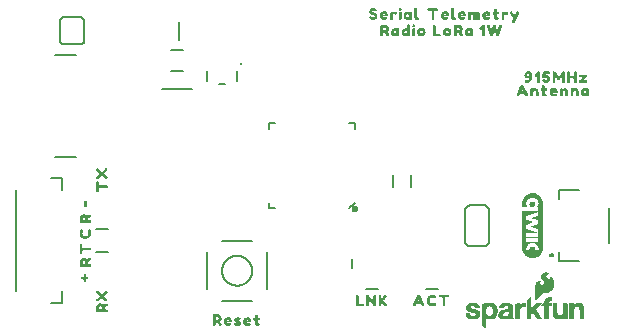
<source format=gto>
G04 EAGLE Gerber RS-274X export*
G75*
%MOMM*%
%FSLAX34Y34*%
%LPD*%
%INSilkscreen Top*%
%IPPOS*%
%AMOC8*
5,1,8,0,0,1.08239X$1,22.5*%
G01*
%ADD10C,0.254000*%
%ADD11C,0.203200*%
%ADD12C,0.152400*%
%ADD13C,0.600000*%

G36*
X440877Y61334D02*
X440877Y61334D01*
X440882Y61332D01*
X442462Y61492D01*
X442466Y61496D01*
X442474Y61495D01*
X443990Y61966D01*
X443993Y61969D01*
X443998Y61969D01*
X444476Y62192D01*
X444477Y62194D01*
X444479Y62194D01*
X445410Y62699D01*
X445411Y62701D01*
X445414Y62702D01*
X445854Y62992D01*
X445855Y62995D01*
X445860Y62996D01*
X446676Y63669D01*
X446676Y63671D01*
X446678Y63671D01*
X447071Y64023D01*
X447072Y64027D01*
X447078Y64030D01*
X448088Y65255D01*
X448089Y65259D01*
X448089Y65260D01*
X448095Y65265D01*
X448854Y66659D01*
X448854Y66663D01*
X448858Y66667D01*
X449041Y67162D01*
X449041Y67163D01*
X449042Y67165D01*
X449356Y68176D01*
X449356Y68178D01*
X449358Y68181D01*
X449472Y68695D01*
X449470Y68698D01*
X449473Y68702D01*
X449579Y69756D01*
X449632Y70281D01*
X449631Y70284D01*
X449632Y70288D01*
X449632Y107339D01*
X449631Y107341D01*
X449632Y107345D01*
X449484Y108925D01*
X449483Y108927D01*
X449484Y108930D01*
X449393Y109449D01*
X449390Y109452D01*
X449391Y109457D01*
X448915Y110972D01*
X448911Y110975D01*
X448910Y110983D01*
X448153Y112378D01*
X448149Y112380D01*
X448147Y112386D01*
X447827Y112806D01*
X447826Y112806D01*
X447826Y112808D01*
X447152Y113625D01*
X447149Y113625D01*
X447148Y113630D01*
X446770Y113997D01*
X446768Y113998D01*
X446766Y114001D01*
X445950Y114674D01*
X445948Y114675D01*
X445946Y114677D01*
X445519Y114985D01*
X445515Y114986D01*
X445512Y114990D01*
X444113Y115740D01*
X444108Y115739D01*
X444102Y115744D01*
X442586Y116215D01*
X442581Y116214D01*
X442576Y116217D01*
X442054Y116294D01*
X442053Y116293D01*
X442051Y116294D01*
X440998Y116401D01*
X440996Y116400D01*
X440994Y116401D01*
X440467Y116416D01*
X440464Y116414D01*
X440459Y116416D01*
X438879Y116256D01*
X438875Y116253D01*
X438867Y116254D01*
X437349Y115789D01*
X437347Y115786D01*
X437342Y115786D01*
X436862Y115568D01*
X436861Y115566D01*
X436858Y115566D01*
X435928Y115061D01*
X435926Y115059D01*
X435924Y115059D01*
X435480Y114774D01*
X435478Y114771D01*
X435474Y114769D01*
X434259Y113748D01*
X434258Y113743D01*
X434251Y113740D01*
X433241Y112515D01*
X433240Y112510D01*
X433234Y112506D01*
X432470Y111115D01*
X432470Y111111D01*
X432466Y111107D01*
X432277Y110615D01*
X432277Y110613D01*
X432275Y110611D01*
X431962Y109600D01*
X431962Y109598D01*
X431960Y109596D01*
X431840Y109083D01*
X431841Y109079D01*
X431839Y109075D01*
X431679Y107495D01*
X431681Y107492D01*
X431679Y107489D01*
X431676Y104715D01*
X431687Y104697D01*
X431690Y104676D01*
X431707Y104667D01*
X431713Y104658D01*
X431722Y104660D01*
X431736Y104653D01*
X432123Y104637D01*
X432124Y104638D01*
X432125Y104637D01*
X436360Y104637D01*
X436361Y104637D01*
X436754Y104647D01*
X436765Y104654D01*
X436778Y104652D01*
X436791Y104672D01*
X436811Y104685D01*
X436808Y104698D01*
X436816Y104709D01*
X436801Y104743D01*
X436799Y104752D01*
X436796Y104753D01*
X436795Y104756D01*
X436309Y105187D01*
X435982Y105590D01*
X435719Y106037D01*
X435534Y106522D01*
X435417Y107029D01*
X435364Y107547D01*
X435385Y108068D01*
X435434Y108589D01*
X435553Y109096D01*
X435705Y109595D01*
X435943Y110058D01*
X436204Y110508D01*
X436552Y110897D01*
X436922Y111261D01*
X437345Y111566D01*
X437795Y111828D01*
X438271Y112043D01*
X438767Y112203D01*
X439276Y112329D01*
X439793Y112402D01*
X440316Y112442D01*
X440840Y112447D01*
X441363Y112407D01*
X441881Y112340D01*
X442390Y112214D01*
X442887Y112057D01*
X443362Y111840D01*
X443811Y111578D01*
X444232Y111271D01*
X444600Y110903D01*
X444691Y110800D01*
X444747Y110737D01*
X444803Y110675D01*
X444858Y110612D01*
X444859Y110612D01*
X444946Y110514D01*
X445199Y110059D01*
X445426Y109591D01*
X445578Y109092D01*
X445683Y108582D01*
X445731Y108061D01*
X445740Y107540D01*
X445681Y107022D01*
X445557Y106517D01*
X445366Y106034D01*
X445102Y105587D01*
X444780Y105183D01*
X444232Y104753D01*
X444227Y104738D01*
X444214Y104730D01*
X444217Y104708D01*
X444210Y104688D01*
X444221Y104678D01*
X444223Y104662D01*
X444251Y104650D01*
X444259Y104642D01*
X444265Y104643D01*
X444270Y104640D01*
X444770Y104637D01*
X445299Y104637D01*
X445641Y104634D01*
X445641Y101399D01*
X445641Y101398D01*
X445641Y101381D01*
X432023Y101381D01*
X432021Y101380D01*
X432019Y101380D01*
X431735Y101364D01*
X431718Y101351D01*
X431697Y101348D01*
X431689Y101330D01*
X431680Y101323D01*
X431682Y101314D01*
X431676Y101301D01*
X431676Y70373D01*
X431678Y70370D01*
X431676Y70367D01*
X431827Y68786D01*
X431829Y68784D01*
X431828Y68781D01*
X431925Y68263D01*
X431928Y68261D01*
X431927Y68256D01*
X432409Y66744D01*
X432413Y66740D01*
X432414Y66733D01*
X433171Y65337D01*
X433176Y65335D01*
X433178Y65328D01*
X434177Y64095D01*
X434180Y64094D01*
X434182Y64089D01*
X434564Y63726D01*
X434566Y63725D01*
X434567Y63723D01*
X435384Y63049D01*
X435386Y63049D01*
X435388Y63046D01*
X435819Y62743D01*
X435822Y62743D01*
X435825Y62739D01*
X437227Y61995D01*
X437232Y61995D01*
X437237Y61991D01*
X438754Y61520D01*
X438759Y61521D01*
X438764Y61518D01*
X439287Y61447D01*
X439288Y61447D01*
X439289Y61447D01*
X440343Y61341D01*
X440345Y61342D01*
X440348Y61340D01*
X440875Y61332D01*
X440877Y61334D01*
G37*
G36*
X443399Y25577D02*
X443399Y25577D01*
X443440Y25579D01*
X443464Y25596D01*
X443493Y25605D01*
X443548Y25654D01*
X444398Y26665D01*
X445265Y27658D01*
X447488Y30097D01*
X447941Y30557D01*
X448420Y30965D01*
X448942Y31278D01*
X449513Y31452D01*
X450132Y31475D01*
X450785Y31457D01*
X450790Y31459D01*
X450800Y31457D01*
X451461Y31479D01*
X451467Y31481D01*
X451482Y31480D01*
X452138Y31557D01*
X452144Y31560D01*
X452159Y31560D01*
X452807Y31692D01*
X452813Y31695D01*
X452829Y31697D01*
X453462Y31886D01*
X453468Y31890D01*
X453484Y31893D01*
X454098Y32138D01*
X454103Y32143D01*
X454119Y32148D01*
X454708Y32448D01*
X454713Y32453D01*
X454727Y32459D01*
X455287Y32811D01*
X455292Y32816D01*
X455305Y32824D01*
X455832Y33224D01*
X455836Y33230D01*
X455847Y33237D01*
X456339Y33680D01*
X456342Y33685D01*
X456353Y33693D01*
X456808Y34173D01*
X456811Y34178D01*
X456820Y34186D01*
X457240Y34697D01*
X457242Y34702D01*
X457250Y34711D01*
X457635Y35249D01*
X457637Y35254D01*
X457645Y35264D01*
X457990Y35828D01*
X457991Y35834D01*
X457999Y35845D01*
X458299Y36434D01*
X458300Y36440D01*
X458307Y36452D01*
X458560Y37063D01*
X458560Y37070D01*
X458567Y37083D01*
X458767Y37713D01*
X458767Y37720D01*
X458773Y37733D01*
X458919Y38378D01*
X458919Y38385D01*
X458923Y38400D01*
X459014Y39055D01*
X459013Y39061D01*
X459016Y39076D01*
X459050Y39736D01*
X459049Y39742D01*
X459050Y39756D01*
X459032Y40417D01*
X459030Y40423D01*
X459030Y40437D01*
X458959Y41094D01*
X458957Y41101D01*
X458956Y41118D01*
X458823Y41765D01*
X458819Y41771D01*
X458817Y41787D01*
X458628Y42420D01*
X458624Y42426D01*
X458621Y42441D01*
X458376Y43055D01*
X458371Y43061D01*
X458366Y43076D01*
X458065Y43665D01*
X458060Y43671D01*
X458052Y43688D01*
X457690Y44241D01*
X457683Y44247D01*
X457672Y44266D01*
X457541Y44420D01*
X457244Y44770D01*
X457235Y44776D01*
X457216Y44799D01*
X456713Y45227D01*
X456704Y45231D01*
X456665Y45260D01*
X456077Y45559D01*
X456074Y45560D01*
X456068Y45564D01*
X456046Y45574D01*
X456038Y45575D01*
X456031Y45580D01*
X455969Y45585D01*
X455907Y45594D01*
X455900Y45591D01*
X455892Y45591D01*
X455836Y45562D01*
X455780Y45536D01*
X455775Y45530D01*
X455768Y45526D01*
X455738Y45472D01*
X455703Y45419D01*
X455703Y45411D01*
X455699Y45404D01*
X455693Y45330D01*
X455735Y44723D01*
X455571Y44242D01*
X455161Y44007D01*
X454625Y44059D01*
X454072Y44293D01*
X453549Y44629D01*
X453081Y45036D01*
X452701Y45509D01*
X452467Y46030D01*
X452476Y46566D01*
X452743Y47049D01*
X453172Y47428D01*
X453710Y47646D01*
X454305Y47711D01*
X454933Y47640D01*
X454940Y47641D01*
X454947Y47639D01*
X455009Y47653D01*
X455071Y47664D01*
X455076Y47669D01*
X455083Y47670D01*
X455127Y47716D01*
X455174Y47758D01*
X455176Y47765D01*
X455181Y47770D01*
X455194Y47832D01*
X455210Y47893D01*
X455208Y47900D01*
X455210Y47907D01*
X455187Y47966D01*
X455168Y48027D01*
X455163Y48031D01*
X455160Y48037D01*
X455107Y48090D01*
X454582Y48470D01*
X454573Y48473D01*
X454556Y48486D01*
X453977Y48805D01*
X453968Y48807D01*
X453950Y48818D01*
X453338Y49067D01*
X453329Y49068D01*
X453307Y49077D01*
X452668Y49245D01*
X452658Y49245D01*
X452632Y49252D01*
X451975Y49323D01*
X451965Y49321D01*
X451935Y49324D01*
X451275Y49290D01*
X451266Y49287D01*
X451235Y49285D01*
X450589Y49145D01*
X450580Y49140D01*
X450549Y49132D01*
X449936Y48885D01*
X449928Y48879D01*
X449903Y48868D01*
X449334Y48532D01*
X449328Y48525D01*
X449307Y48514D01*
X448786Y48107D01*
X448781Y48099D01*
X448759Y48081D01*
X448305Y47601D01*
X448300Y47592D01*
X448275Y47563D01*
X447924Y47004D01*
X447921Y46995D01*
X447898Y46950D01*
X447691Y46323D01*
X447690Y46316D01*
X447678Y46260D01*
X447638Y45602D01*
X447640Y45593D01*
X447642Y45543D01*
X447758Y44893D01*
X447762Y44884D01*
X447771Y44847D01*
X448010Y44231D01*
X448016Y44223D01*
X448025Y44198D01*
X448352Y43623D01*
X448358Y43617D01*
X448368Y43599D01*
X448758Y43066D01*
X448764Y43061D01*
X448772Y43048D01*
X449208Y42551D01*
X449212Y42548D01*
X449219Y42540D01*
X450130Y41621D01*
X450450Y41117D01*
X450606Y40563D01*
X450553Y40006D01*
X450287Y39511D01*
X449854Y39132D01*
X449316Y38894D01*
X448727Y38803D01*
X448131Y38856D01*
X447578Y39053D01*
X447128Y39402D01*
X446859Y39872D01*
X446854Y40375D01*
X447164Y40799D01*
X447678Y41136D01*
X447680Y41138D01*
X447731Y41183D01*
X447944Y41433D01*
X447948Y41444D01*
X447958Y41451D01*
X447976Y41507D01*
X448000Y41561D01*
X447999Y41572D01*
X448002Y41584D01*
X447988Y41641D01*
X447980Y41699D01*
X447972Y41708D01*
X447969Y41719D01*
X447926Y41760D01*
X447888Y41804D01*
X447876Y41808D01*
X447868Y41816D01*
X447797Y41840D01*
X447147Y41956D01*
X447137Y41955D01*
X447104Y41960D01*
X446443Y41961D01*
X446433Y41958D01*
X446401Y41958D01*
X445750Y41848D01*
X445740Y41843D01*
X445707Y41837D01*
X445085Y41615D01*
X445077Y41608D01*
X445044Y41595D01*
X444473Y41264D01*
X444466Y41256D01*
X444429Y41232D01*
X443944Y40785D01*
X443939Y40776D01*
X443906Y40741D01*
X443536Y40194D01*
X443533Y40184D01*
X443512Y40149D01*
X443262Y39538D01*
X443261Y39527D01*
X443250Y39499D01*
X443102Y38854D01*
X443102Y38845D01*
X443097Y38823D01*
X443032Y38165D01*
X443033Y38158D01*
X443031Y38141D01*
X443021Y26234D01*
X443024Y26224D01*
X443027Y26183D01*
X443113Y25764D01*
X443127Y25738D01*
X443132Y25708D01*
X443159Y25677D01*
X443179Y25640D01*
X443205Y25626D01*
X443224Y25604D01*
X443264Y25592D01*
X443301Y25571D01*
X443330Y25573D01*
X443359Y25565D01*
X443399Y25577D01*
G37*
G36*
X401277Y2218D02*
X401277Y2218D01*
X401290Y2216D01*
X401343Y2240D01*
X401398Y2258D01*
X401406Y2268D01*
X401417Y2273D01*
X401449Y2322D01*
X401486Y2367D01*
X401488Y2379D01*
X401494Y2390D01*
X401505Y2463D01*
X401505Y11042D01*
X401520Y11024D01*
X401528Y11019D01*
X401543Y11001D01*
X402027Y10551D01*
X402036Y10547D01*
X402057Y10528D01*
X402603Y10156D01*
X402613Y10153D01*
X402635Y10138D01*
X403231Y9851D01*
X403240Y9849D01*
X403264Y9838D01*
X403894Y9638D01*
X403903Y9638D01*
X403926Y9630D01*
X404578Y9517D01*
X404587Y9518D01*
X404609Y9514D01*
X405270Y9484D01*
X405277Y9486D01*
X405296Y9484D01*
X405956Y9525D01*
X405964Y9528D01*
X405985Y9528D01*
X406635Y9645D01*
X406643Y9648D01*
X406664Y9652D01*
X407297Y9845D01*
X407304Y9850D01*
X407327Y9856D01*
X407929Y10130D01*
X407936Y10136D01*
X407958Y10146D01*
X408518Y10497D01*
X408524Y10504D01*
X408545Y10516D01*
X409054Y10939D01*
X409059Y10946D01*
X409076Y10960D01*
X409528Y11444D01*
X409532Y11451D01*
X409547Y11466D01*
X409938Y12000D01*
X409940Y12007D01*
X409953Y12023D01*
X410282Y12596D01*
X410284Y12603D01*
X410293Y12618D01*
X410565Y13221D01*
X410566Y13228D01*
X410574Y13243D01*
X410788Y13869D01*
X410788Y13875D01*
X410793Y13888D01*
X410955Y14530D01*
X410955Y14536D01*
X410959Y14549D01*
X411069Y15201D01*
X411068Y15207D01*
X411072Y15219D01*
X411134Y15878D01*
X411131Y15888D01*
X411134Y15924D01*
X411080Y16519D01*
X411078Y16524D01*
X411078Y16530D01*
X411066Y16558D01*
X411082Y16586D01*
X411110Y16614D01*
X411116Y16641D01*
X411116Y16643D01*
X411117Y16645D01*
X411132Y16672D01*
X411139Y16746D01*
X411104Y17403D01*
X411102Y17408D01*
X411102Y17420D01*
X411023Y18073D01*
X411021Y18078D01*
X411021Y18091D01*
X410895Y18737D01*
X410892Y18743D01*
X410890Y18756D01*
X410715Y19391D01*
X410712Y19396D01*
X410709Y19411D01*
X410481Y20028D01*
X410477Y20034D01*
X410473Y20049D01*
X410191Y20644D01*
X410185Y20650D01*
X410178Y20666D01*
X409837Y21229D01*
X409831Y21235D01*
X409821Y21252D01*
X409418Y21773D01*
X409411Y21778D01*
X409398Y21795D01*
X408935Y22263D01*
X408927Y22268D01*
X408911Y22284D01*
X408392Y22689D01*
X408384Y22693D01*
X408365Y22708D01*
X407798Y23041D01*
X407789Y23043D01*
X407769Y23056D01*
X407163Y23313D01*
X407154Y23314D01*
X407134Y23323D01*
X406501Y23504D01*
X406493Y23503D01*
X406474Y23510D01*
X405824Y23618D01*
X405817Y23617D01*
X405799Y23621D01*
X405142Y23663D01*
X405135Y23661D01*
X405118Y23663D01*
X404460Y23642D01*
X404452Y23639D01*
X404431Y23639D01*
X403781Y23541D01*
X403772Y23537D01*
X403748Y23534D01*
X403116Y23349D01*
X403108Y23344D01*
X403081Y23336D01*
X402485Y23057D01*
X402477Y23051D01*
X402449Y23037D01*
X401907Y22665D01*
X401900Y22657D01*
X401875Y22639D01*
X401401Y22183D01*
X401396Y22174D01*
X401375Y22154D01*
X401333Y22099D01*
X401333Y22593D01*
X401330Y22606D01*
X401332Y22618D01*
X401314Y22690D01*
X401129Y23128D01*
X401091Y23174D01*
X401058Y23223D01*
X401048Y23228D01*
X401041Y23237D01*
X400984Y23255D01*
X400930Y23279D01*
X400914Y23278D01*
X400908Y23281D01*
X400898Y23278D01*
X400856Y23277D01*
X398262Y22815D01*
X398258Y22813D01*
X398248Y22813D01*
X397635Y22667D01*
X397585Y22638D01*
X397532Y22615D01*
X397525Y22604D01*
X397514Y22598D01*
X397487Y22546D01*
X397455Y22498D01*
X397452Y22481D01*
X397449Y22474D01*
X397450Y22464D01*
X397444Y22425D01*
X397441Y16497D01*
X397441Y5911D01*
X397442Y5907D01*
X397441Y5904D01*
X397455Y5830D01*
X397651Y5257D01*
X397667Y5235D01*
X397674Y5209D01*
X397722Y5152D01*
X400688Y2513D01*
X400697Y2509D01*
X400727Y2484D01*
X401130Y2248D01*
X401142Y2245D01*
X401151Y2237D01*
X401209Y2228D01*
X401266Y2214D01*
X401277Y2218D01*
G37*
G36*
X416658Y9492D02*
X416658Y9492D01*
X416672Y9491D01*
X417329Y9541D01*
X417335Y9543D01*
X417348Y9543D01*
X417999Y9644D01*
X418006Y9648D01*
X418024Y9649D01*
X418661Y9815D01*
X418668Y9819D01*
X418687Y9823D01*
X419302Y10058D01*
X419309Y10063D01*
X419330Y10070D01*
X419912Y10378D01*
X419919Y10385D01*
X419941Y10396D01*
X420465Y10771D01*
X420537Y10812D01*
X420590Y10511D01*
X420596Y10499D01*
X420595Y10487D01*
X420626Y10419D01*
X420929Y9948D01*
X420942Y9937D01*
X420948Y9922D01*
X420994Y9892D01*
X421035Y9857D01*
X421051Y9854D01*
X421065Y9845D01*
X421138Y9834D01*
X424433Y9834D01*
X424461Y9842D01*
X424491Y9841D01*
X424527Y9862D01*
X424567Y9873D01*
X424587Y9896D01*
X424612Y9910D01*
X424632Y9947D01*
X424659Y9979D01*
X424663Y10008D01*
X424677Y10034D01*
X424681Y10108D01*
X424633Y10577D01*
X424630Y10585D01*
X424629Y10605D01*
X424493Y11237D01*
X424421Y11871D01*
X424387Y12515D01*
X424379Y14486D01*
X424375Y14499D01*
X424377Y14509D01*
X424375Y14511D01*
X424376Y14519D01*
X424354Y14568D01*
X424339Y14620D01*
X424326Y14631D01*
X424320Y14646D01*
X424315Y14649D01*
X424329Y14671D01*
X424365Y14726D01*
X424366Y14731D01*
X424367Y14734D01*
X424367Y14740D01*
X424376Y14799D01*
X424376Y19446D01*
X424376Y19448D01*
X424376Y19452D01*
X424359Y20116D01*
X424356Y20125D01*
X424355Y20153D01*
X424238Y20805D01*
X424233Y20815D01*
X424224Y20854D01*
X423977Y21469D01*
X423971Y21476D01*
X423950Y21519D01*
X423569Y22061D01*
X423561Y22067D01*
X423532Y22102D01*
X423041Y22547D01*
X423032Y22552D01*
X423004Y22575D01*
X422438Y22920D01*
X422428Y22923D01*
X422404Y22937D01*
X421793Y23194D01*
X421786Y23194D01*
X421782Y23197D01*
X421778Y23197D01*
X421765Y23203D01*
X421128Y23387D01*
X421121Y23387D01*
X421107Y23392D01*
X420456Y23520D01*
X420450Y23519D01*
X420439Y23523D01*
X419780Y23605D01*
X419775Y23604D01*
X419765Y23606D01*
X419103Y23649D01*
X419100Y23649D01*
X419092Y23650D01*
X418433Y23664D01*
X418429Y23663D01*
X418421Y23664D01*
X417758Y23648D01*
X417753Y23646D01*
X417742Y23647D01*
X417081Y23588D01*
X417076Y23586D01*
X417065Y23586D01*
X416409Y23484D01*
X416404Y23482D01*
X416390Y23481D01*
X415744Y23329D01*
X415738Y23326D01*
X415723Y23323D01*
X415093Y23114D01*
X415087Y23110D01*
X415068Y23105D01*
X414464Y22830D01*
X414458Y22824D01*
X414437Y22815D01*
X413873Y22466D01*
X413866Y22459D01*
X413843Y22444D01*
X413336Y22016D01*
X413331Y22008D01*
X413307Y21987D01*
X412879Y21481D01*
X412874Y21472D01*
X412854Y21446D01*
X412519Y20873D01*
X412517Y20863D01*
X412501Y20835D01*
X412268Y20215D01*
X412267Y20205D01*
X412257Y20178D01*
X412122Y19529D01*
X412126Y19480D01*
X412121Y19431D01*
X412132Y19400D01*
X412133Y19390D01*
X412138Y19382D01*
X412146Y19361D01*
X412361Y18955D01*
X412380Y18935D01*
X412392Y18910D01*
X412428Y18886D01*
X412459Y18855D01*
X412486Y18848D01*
X412508Y18833D01*
X412582Y18822D01*
X415894Y18830D01*
X415953Y18847D01*
X416014Y18860D01*
X416020Y18867D01*
X416028Y18869D01*
X416069Y18916D01*
X416112Y18959D01*
X416116Y18970D01*
X416120Y18975D01*
X416121Y18984D01*
X416138Y19029D01*
X416263Y19644D01*
X416531Y20152D01*
X416965Y20515D01*
X417518Y20713D01*
X418131Y20781D01*
X418760Y20767D01*
X419359Y20664D01*
X419866Y20417D01*
X420190Y19983D01*
X420306Y19429D01*
X420248Y18893D01*
X419906Y18505D01*
X419370Y18275D01*
X418755Y18134D01*
X418111Y18037D01*
X416138Y17792D01*
X416135Y17791D01*
X416127Y17791D01*
X415473Y17678D01*
X415468Y17675D01*
X415457Y17675D01*
X414812Y17521D01*
X414806Y17517D01*
X414791Y17515D01*
X414161Y17307D01*
X414154Y17302D01*
X414133Y17296D01*
X413533Y17014D01*
X413525Y17007D01*
X413498Y16994D01*
X412952Y16619D01*
X412945Y16611D01*
X412914Y16587D01*
X412452Y16112D01*
X412447Y16103D01*
X412419Y16069D01*
X412072Y15504D01*
X412070Y15494D01*
X412049Y15456D01*
X411831Y14830D01*
X411829Y14784D01*
X411817Y14738D01*
X411825Y14715D01*
X411824Y14691D01*
X411847Y14650D01*
X411860Y14612D01*
X411854Y14597D01*
X411849Y14591D01*
X411848Y14581D01*
X411846Y14580D01*
X411846Y14577D01*
X411832Y14543D01*
X411695Y13952D01*
X411696Y13943D01*
X411689Y13894D01*
X411693Y13236D01*
X411696Y13227D01*
X411696Y13201D01*
X411793Y12550D01*
X411797Y12541D01*
X411802Y12511D01*
X412002Y11884D01*
X412008Y11875D01*
X412020Y11840D01*
X412335Y11263D01*
X412343Y11256D01*
X412364Y11222D01*
X412489Y11074D01*
X412699Y10825D01*
X412699Y10824D01*
X412788Y10719D01*
X412797Y10713D01*
X412824Y10685D01*
X413339Y10276D01*
X413349Y10272D01*
X413376Y10251D01*
X413956Y9940D01*
X413966Y9938D01*
X413991Y9925D01*
X414612Y9707D01*
X414621Y9706D01*
X414643Y9698D01*
X415288Y9562D01*
X415296Y9563D01*
X415315Y9558D01*
X415970Y9493D01*
X415977Y9494D01*
X415994Y9492D01*
X416653Y9490D01*
X416658Y9492D01*
G37*
G36*
X448084Y9835D02*
X448084Y9835D01*
X448090Y9834D01*
X448712Y9856D01*
X448726Y9861D01*
X448741Y9859D01*
X448791Y9882D01*
X448844Y9900D01*
X448854Y9911D01*
X448867Y9918D01*
X448897Y9965D01*
X448933Y10008D01*
X448934Y10023D01*
X448942Y10036D01*
X448942Y10092D01*
X448949Y10147D01*
X448942Y10161D01*
X448942Y10176D01*
X448911Y10243D01*
X443797Y17948D01*
X443643Y18307D01*
X448262Y22809D01*
X448274Y22831D01*
X448294Y22847D01*
X448308Y22890D01*
X448330Y22930D01*
X448329Y22956D01*
X448337Y22980D01*
X448325Y23024D01*
X448323Y23070D01*
X448308Y23091D01*
X448302Y23115D01*
X448268Y23146D01*
X448241Y23184D01*
X448218Y23193D01*
X448199Y23210D01*
X448129Y23233D01*
X447658Y23311D01*
X447648Y23310D01*
X447618Y23315D01*
X444307Y23315D01*
X444298Y23312D01*
X444290Y23314D01*
X444217Y23298D01*
X443648Y23079D01*
X443634Y23068D01*
X443617Y23064D01*
X443559Y23019D01*
X439703Y19012D01*
X439703Y27443D01*
X439701Y27453D01*
X439700Y27482D01*
X439618Y28005D01*
X439593Y28058D01*
X439572Y28114D01*
X439563Y28121D01*
X439559Y28131D01*
X439508Y28163D01*
X439461Y28199D01*
X439450Y28200D01*
X439440Y28206D01*
X439381Y28205D01*
X439322Y28210D01*
X439307Y28205D01*
X439300Y28205D01*
X439292Y28199D01*
X439252Y28184D01*
X435769Y26274D01*
X435751Y26257D01*
X435727Y26246D01*
X435701Y26207D01*
X435670Y26175D01*
X435665Y26151D01*
X435650Y26130D01*
X435639Y26056D01*
X435639Y10165D01*
X435659Y10098D01*
X435678Y10032D01*
X435679Y10031D01*
X435732Y9985D01*
X435783Y9940D01*
X435783Y9939D01*
X435784Y9939D01*
X435785Y9939D01*
X435854Y9918D01*
X436434Y9837D01*
X436444Y9838D01*
X436469Y9834D01*
X439118Y9834D01*
X439173Y9850D01*
X439230Y9861D01*
X439244Y9871D01*
X439252Y9873D01*
X439259Y9881D01*
X439291Y9904D01*
X439627Y10230D01*
X439658Y10284D01*
X439692Y10335D01*
X439694Y10346D01*
X439697Y10351D01*
X439696Y10361D01*
X439703Y10409D01*
X439703Y14304D01*
X439999Y14731D01*
X440750Y15455D01*
X440928Y15258D01*
X444035Y10200D01*
X444048Y10188D01*
X444056Y10171D01*
X444069Y10162D01*
X444079Y10146D01*
X444136Y10108D01*
X444138Y10106D01*
X444139Y10106D01*
X444141Y10105D01*
X444665Y9858D01*
X444682Y9855D01*
X444697Y9845D01*
X444771Y9834D01*
X448082Y9834D01*
X448084Y9835D01*
G37*
G36*
X483962Y9835D02*
X483962Y9835D01*
X483969Y9833D01*
X484028Y9854D01*
X484089Y9872D01*
X484094Y9878D01*
X484101Y9880D01*
X484154Y9932D01*
X484439Y10310D01*
X484455Y10351D01*
X484478Y10387D01*
X484485Y10431D01*
X484489Y10441D01*
X484487Y10447D01*
X484490Y10460D01*
X484490Y17763D01*
X484489Y17764D01*
X484490Y17765D01*
X484485Y18429D01*
X484484Y18432D01*
X484485Y18440D01*
X484451Y19103D01*
X484449Y19107D01*
X484450Y19118D01*
X484376Y19777D01*
X484373Y19783D01*
X484373Y19798D01*
X484242Y20449D01*
X484238Y20456D01*
X484235Y20476D01*
X484034Y21108D01*
X484029Y21116D01*
X484020Y21142D01*
X483729Y21737D01*
X483722Y21745D01*
X483705Y21776D01*
X483312Y22309D01*
X483303Y22315D01*
X483278Y22346D01*
X482784Y22789D01*
X482775Y22793D01*
X482744Y22818D01*
X482173Y23154D01*
X482163Y23157D01*
X482134Y23173D01*
X481514Y23406D01*
X481504Y23407D01*
X481480Y23416D01*
X480833Y23561D01*
X480825Y23561D01*
X480807Y23566D01*
X480148Y23641D01*
X480141Y23640D01*
X480127Y23643D01*
X479464Y23664D01*
X479456Y23662D01*
X479438Y23663D01*
X478776Y23615D01*
X478767Y23612D01*
X478743Y23610D01*
X478094Y23474D01*
X478085Y23469D01*
X478061Y23464D01*
X477437Y23239D01*
X477429Y23233D01*
X477404Y23225D01*
X476819Y22912D01*
X476812Y22905D01*
X476787Y22892D01*
X476255Y22496D01*
X476249Y22488D01*
X476227Y22472D01*
X475761Y22000D01*
X475756Y21991D01*
X475736Y21972D01*
X475700Y21922D01*
X475700Y22471D01*
X475698Y22479D01*
X475698Y22500D01*
X475629Y23094D01*
X475628Y23096D01*
X475628Y23099D01*
X475601Y23161D01*
X475574Y23223D01*
X475572Y23224D01*
X475571Y23226D01*
X475515Y23264D01*
X475459Y23302D01*
X475457Y23302D01*
X475455Y23303D01*
X475381Y23314D01*
X472062Y23314D01*
X472044Y23309D01*
X472028Y23312D01*
X471999Y23298D01*
X471964Y23294D01*
X471948Y23281D01*
X471928Y23275D01*
X471916Y23262D01*
X471901Y23255D01*
X471882Y23227D01*
X471856Y23205D01*
X471843Y23178D01*
X471836Y23170D01*
X471834Y23161D01*
X471824Y23138D01*
X471813Y23065D01*
X471813Y10451D01*
X471826Y10406D01*
X471830Y10359D01*
X471849Y10327D01*
X471852Y10317D01*
X471858Y10312D01*
X471867Y10295D01*
X472163Y9927D01*
X472166Y9925D01*
X472167Y9922D01*
X472223Y9885D01*
X472278Y9847D01*
X472281Y9847D01*
X472284Y9845D01*
X472358Y9834D01*
X475013Y9834D01*
X475019Y9835D01*
X475032Y9834D01*
X475649Y9882D01*
X475656Y9884D01*
X475663Y9883D01*
X475721Y9909D01*
X475779Y9931D01*
X475784Y9937D01*
X475791Y9940D01*
X475825Y9993D01*
X475863Y10043D01*
X475864Y10050D01*
X475868Y10057D01*
X475879Y10130D01*
X475879Y16767D01*
X475892Y17419D01*
X475950Y18058D01*
X476071Y18677D01*
X476284Y19251D01*
X476617Y19738D01*
X477081Y20087D01*
X477642Y20283D01*
X478252Y20351D01*
X478862Y20318D01*
X479418Y20142D01*
X479861Y19788D01*
X480154Y19285D01*
X480322Y18696D01*
X480401Y18067D01*
X480425Y17419D01*
X480425Y10121D01*
X480428Y10113D01*
X480426Y10104D01*
X480447Y10046D01*
X480465Y9987D01*
X480472Y9981D01*
X480475Y9973D01*
X480524Y9936D01*
X480570Y9895D01*
X480579Y9894D01*
X480586Y9888D01*
X480659Y9873D01*
X481284Y9833D01*
X481289Y9834D01*
X481299Y9833D01*
X483955Y9833D01*
X483962Y9835D01*
G37*
G36*
X462701Y9486D02*
X462701Y9486D01*
X462719Y9484D01*
X463381Y9533D01*
X463390Y9536D01*
X463414Y9538D01*
X464063Y9674D01*
X464071Y9679D01*
X464096Y9684D01*
X464720Y9910D01*
X464728Y9915D01*
X464753Y9924D01*
X465338Y10236D01*
X465345Y10243D01*
X465369Y10256D01*
X465901Y10653D01*
X465907Y10661D01*
X465930Y10677D01*
X466396Y11149D01*
X466400Y11158D01*
X466420Y11178D01*
X466452Y11223D01*
X466452Y10675D01*
X466455Y10666D01*
X466454Y10645D01*
X466526Y10053D01*
X466527Y10051D01*
X466527Y10049D01*
X466555Y9986D01*
X466581Y9924D01*
X466583Y9923D01*
X466583Y9922D01*
X466641Y9884D01*
X466697Y9846D01*
X466699Y9845D01*
X466700Y9845D01*
X466774Y9833D01*
X470093Y9833D01*
X470108Y9838D01*
X470126Y9835D01*
X470140Y9841D01*
X470156Y9841D01*
X470191Y9862D01*
X470227Y9873D01*
X470238Y9885D01*
X470254Y9892D01*
X470262Y9905D01*
X470276Y9913D01*
X470317Y9974D01*
X470318Y9975D01*
X470318Y9977D01*
X470319Y9978D01*
X470322Y9995D01*
X470331Y10008D01*
X470342Y10082D01*
X470342Y22696D01*
X470337Y22712D01*
X470340Y22727D01*
X470327Y22755D01*
X470324Y22788D01*
X470306Y22820D01*
X470303Y22830D01*
X470297Y22835D01*
X470287Y22852D01*
X469991Y23220D01*
X469988Y23222D01*
X469987Y23225D01*
X469931Y23262D01*
X469876Y23300D01*
X469873Y23300D01*
X469870Y23302D01*
X469797Y23313D01*
X467141Y23313D01*
X467135Y23311D01*
X467121Y23312D01*
X466506Y23263D01*
X466500Y23261D01*
X466492Y23262D01*
X466435Y23236D01*
X466376Y23214D01*
X466371Y23208D01*
X466365Y23205D01*
X466330Y23152D01*
X466292Y23101D01*
X466292Y23094D01*
X466288Y23088D01*
X466277Y23015D01*
X466277Y16378D01*
X466263Y15726D01*
X466205Y15087D01*
X466084Y14468D01*
X465871Y13895D01*
X465537Y13409D01*
X465073Y13059D01*
X464511Y12865D01*
X463900Y12797D01*
X463291Y12831D01*
X462735Y13007D01*
X462293Y13360D01*
X462000Y13865D01*
X461833Y14454D01*
X461827Y14502D01*
X461796Y14751D01*
X461765Y15000D01*
X461754Y15083D01*
X461731Y15731D01*
X461731Y23029D01*
X461728Y23038D01*
X461730Y23048D01*
X461709Y23105D01*
X461692Y23163D01*
X461684Y23169D01*
X461681Y23179D01*
X461632Y23215D01*
X461586Y23255D01*
X461577Y23256D01*
X461569Y23262D01*
X461496Y23278D01*
X460869Y23314D01*
X460864Y23313D01*
X460854Y23315D01*
X458199Y23315D01*
X458191Y23313D01*
X458183Y23314D01*
X458125Y23293D01*
X458065Y23276D01*
X458059Y23270D01*
X458052Y23267D01*
X457999Y23215D01*
X457715Y22835D01*
X457707Y22812D01*
X457695Y22798D01*
X457693Y22783D01*
X457677Y22759D01*
X457670Y22713D01*
X457666Y22704D01*
X457668Y22698D01*
X457666Y22685D01*
X457666Y15383D01*
X457666Y15382D01*
X457666Y15381D01*
X457670Y14717D01*
X457671Y14714D01*
X457671Y14706D01*
X457704Y14043D01*
X457706Y14038D01*
X457706Y14028D01*
X457779Y13368D01*
X457782Y13362D01*
X457783Y13347D01*
X457914Y12697D01*
X457917Y12689D01*
X457920Y12670D01*
X458122Y12038D01*
X458127Y12030D01*
X458135Y12004D01*
X458427Y11408D01*
X458434Y11401D01*
X458450Y11370D01*
X458845Y10837D01*
X458853Y10831D01*
X458860Y10822D01*
X458862Y10818D01*
X458866Y10815D01*
X458879Y10800D01*
X459372Y10357D01*
X459382Y10353D01*
X459412Y10328D01*
X459984Y9992D01*
X459994Y9990D01*
X460022Y9974D01*
X460643Y9741D01*
X460653Y9740D01*
X460676Y9731D01*
X461324Y9586D01*
X461332Y9586D01*
X461350Y9581D01*
X462009Y9506D01*
X462016Y9507D01*
X462030Y9505D01*
X462693Y9484D01*
X462701Y9486D01*
G37*
G36*
X390327Y9483D02*
X390327Y9483D01*
X390337Y9482D01*
X391000Y9502D01*
X391004Y9503D01*
X391015Y9503D01*
X391676Y9563D01*
X391681Y9565D01*
X391693Y9565D01*
X392348Y9670D01*
X392353Y9673D01*
X392367Y9674D01*
X393012Y9831D01*
X393018Y9835D01*
X393035Y9838D01*
X393661Y10055D01*
X393668Y10060D01*
X393687Y10066D01*
X394285Y10352D01*
X394292Y10358D01*
X394314Y10368D01*
X394869Y10730D01*
X394876Y10738D01*
X394900Y10754D01*
X395392Y11198D01*
X395398Y11207D01*
X395422Y11229D01*
X395830Y11752D01*
X395834Y11762D01*
X395854Y11789D01*
X396161Y12377D01*
X396164Y12387D01*
X396178Y12416D01*
X396380Y13047D01*
X396381Y13058D01*
X396389Y13085D01*
X396492Y13740D01*
X396491Y13749D01*
X396495Y13773D01*
X396510Y14436D01*
X396508Y14446D01*
X396508Y14476D01*
X396505Y14500D01*
X396470Y14750D01*
X396435Y14999D01*
X396417Y15132D01*
X396413Y15142D01*
X396404Y15184D01*
X396176Y15805D01*
X396171Y15812D01*
X396149Y15858D01*
X395779Y16408D01*
X395771Y16414D01*
X395743Y16450D01*
X395260Y16903D01*
X395250Y16908D01*
X395224Y16931D01*
X394667Y17290D01*
X394658Y17292D01*
X394637Y17306D01*
X394037Y17587D01*
X394030Y17588D01*
X394015Y17596D01*
X393390Y17820D01*
X393385Y17820D01*
X393375Y17825D01*
X392737Y18007D01*
X392732Y18007D01*
X392723Y18010D01*
X390141Y18595D01*
X389524Y18771D01*
X388958Y19007D01*
X388527Y19350D01*
X388365Y19823D01*
X388500Y20295D01*
X388915Y20608D01*
X389485Y20749D01*
X390109Y20783D01*
X390735Y20743D01*
X391321Y20600D01*
X391811Y20310D01*
X392136Y19856D01*
X392281Y19261D01*
X392305Y19219D01*
X392321Y19174D01*
X392339Y19160D01*
X392350Y19140D01*
X392393Y19118D01*
X392431Y19088D01*
X392465Y19080D01*
X392474Y19076D01*
X392483Y19076D01*
X392504Y19072D01*
X393124Y19024D01*
X393130Y19026D01*
X393143Y19024D01*
X395798Y19024D01*
X395804Y19025D01*
X395811Y19024D01*
X395871Y19045D01*
X395932Y19063D01*
X395936Y19068D01*
X395943Y19070D01*
X395982Y19120D01*
X396024Y19168D01*
X396025Y19175D01*
X396029Y19180D01*
X396046Y19252D01*
X396091Y19793D01*
X396090Y19797D01*
X396092Y19802D01*
X396084Y19876D01*
X395918Y20518D01*
X395913Y20526D01*
X395906Y20553D01*
X395644Y21163D01*
X395638Y21171D01*
X395624Y21200D01*
X395262Y21756D01*
X395254Y21762D01*
X395235Y21790D01*
X394780Y22273D01*
X394771Y22278D01*
X394749Y22301D01*
X394219Y22699D01*
X394209Y22703D01*
X394187Y22719D01*
X393602Y23033D01*
X393594Y23035D01*
X393574Y23046D01*
X392954Y23283D01*
X392946Y23284D01*
X392929Y23291D01*
X392287Y23460D01*
X392280Y23460D01*
X392266Y23464D01*
X391612Y23576D01*
X391606Y23576D01*
X391593Y23579D01*
X390933Y23642D01*
X390928Y23641D01*
X390917Y23643D01*
X390254Y23665D01*
X390250Y23663D01*
X390241Y23665D01*
X389578Y23651D01*
X389573Y23650D01*
X389563Y23651D01*
X388902Y23600D01*
X388897Y23598D01*
X388885Y23598D01*
X388229Y23503D01*
X388223Y23500D01*
X388210Y23499D01*
X387562Y23353D01*
X387556Y23349D01*
X387539Y23346D01*
X386909Y23137D01*
X386902Y23131D01*
X386881Y23125D01*
X386282Y22840D01*
X386275Y22833D01*
X386250Y22822D01*
X385701Y22450D01*
X385694Y22442D01*
X385666Y22422D01*
X385193Y21958D01*
X385188Y21948D01*
X385161Y21920D01*
X384789Y21372D01*
X384786Y21361D01*
X384766Y21329D01*
X384508Y20719D01*
X384507Y20708D01*
X384494Y20677D01*
X384347Y20030D01*
X384348Y20020D01*
X384342Y19994D01*
X384292Y19333D01*
X384294Y19323D01*
X384292Y19295D01*
X384341Y18635D01*
X384345Y18625D01*
X384351Y18581D01*
X384542Y17947D01*
X384546Y17941D01*
X384568Y17890D01*
X384912Y17324D01*
X384918Y17319D01*
X384929Y17305D01*
X384932Y17297D01*
X384937Y17294D01*
X384950Y17276D01*
X385421Y16812D01*
X385431Y16807D01*
X385460Y16781D01*
X386015Y16418D01*
X386024Y16415D01*
X386045Y16401D01*
X386645Y16119D01*
X386653Y16118D01*
X386667Y16110D01*
X387292Y15886D01*
X387297Y15886D01*
X387308Y15882D01*
X387946Y15699D01*
X387950Y15699D01*
X387959Y15696D01*
X389897Y15255D01*
X390531Y15094D01*
X391148Y14905D01*
X391725Y14665D01*
X392196Y14339D01*
X392434Y13882D01*
X392379Y13362D01*
X392081Y12909D01*
X391598Y12601D01*
X391020Y12428D01*
X390405Y12367D01*
X389786Y12410D01*
X389190Y12556D01*
X388653Y12822D01*
X388226Y13215D01*
X387962Y13725D01*
X387875Y14335D01*
X387875Y14336D01*
X387855Y14382D01*
X387842Y14430D01*
X387827Y14445D01*
X387818Y14464D01*
X387776Y14492D01*
X387740Y14526D01*
X387719Y14530D01*
X387701Y14541D01*
X387628Y14552D01*
X384310Y14552D01*
X384297Y14549D01*
X384284Y14551D01*
X384231Y14529D01*
X384176Y14513D01*
X384167Y14503D01*
X384154Y14498D01*
X384121Y14451D01*
X384084Y14408D01*
X384082Y14395D01*
X384074Y14384D01*
X384061Y14311D01*
X384043Y13719D01*
X384045Y13710D01*
X384046Y13692D01*
X384045Y13686D01*
X384047Y13682D01*
X384048Y13660D01*
X384186Y13011D01*
X384190Y13003D01*
X384196Y12976D01*
X384428Y12355D01*
X384434Y12346D01*
X384446Y12318D01*
X384777Y11743D01*
X384784Y11736D01*
X384801Y11709D01*
X385225Y11199D01*
X385233Y11193D01*
X385253Y11170D01*
X385754Y10736D01*
X385763Y10731D01*
X385784Y10713D01*
X386344Y10358D01*
X386352Y10356D01*
X386371Y10343D01*
X386972Y10061D01*
X386980Y10060D01*
X386997Y10051D01*
X387625Y9837D01*
X387632Y9836D01*
X387647Y9830D01*
X388292Y9674D01*
X388298Y9675D01*
X388310Y9670D01*
X388966Y9565D01*
X388971Y9565D01*
X388982Y9563D01*
X389643Y9502D01*
X389648Y9503D01*
X389659Y9501D01*
X390322Y9482D01*
X390327Y9483D01*
G37*
%LPC*%
G36*
X435789Y86356D02*
X435789Y86356D01*
X435487Y86467D01*
X435487Y89707D01*
X435790Y89813D01*
X441352Y91528D01*
X441795Y91659D01*
X441807Y91673D01*
X441824Y91678D01*
X441827Y91696D01*
X441839Y91711D01*
X441832Y91727D01*
X441835Y91745D01*
X441816Y91761D01*
X441811Y91772D01*
X441802Y91773D01*
X441796Y91779D01*
X435656Y93693D01*
X435487Y93747D01*
X435487Y96993D01*
X435579Y97033D01*
X445647Y100756D01*
X445647Y100718D01*
X445641Y100472D01*
X445641Y100471D01*
X445641Y97393D01*
X445640Y97392D01*
X445636Y97392D01*
X439036Y95445D01*
X439034Y95443D01*
X439031Y95443D01*
X438778Y95345D01*
X438769Y95332D01*
X438753Y95328D01*
X438751Y95307D01*
X438738Y95290D01*
X438746Y95276D01*
X438744Y95260D01*
X438766Y95242D01*
X438772Y95231D01*
X438779Y95231D01*
X438784Y95227D01*
X445545Y93262D01*
X445641Y93233D01*
X445641Y90096D01*
X445371Y90019D01*
X438766Y88088D01*
X438755Y88075D01*
X438738Y88071D01*
X438734Y88052D01*
X438721Y88037D01*
X438729Y88021D01*
X438726Y88004D01*
X438745Y87986D01*
X438750Y87975D01*
X438758Y87974D01*
X438763Y87969D01*
X439203Y87819D01*
X439204Y87819D01*
X439206Y87818D01*
X445298Y86020D01*
X445298Y86021D01*
X445298Y86020D01*
X445641Y85921D01*
X445641Y82792D01*
X445640Y82767D01*
X435789Y86356D01*
G37*
%LPD*%
G36*
X454200Y9846D02*
X454200Y9846D01*
X454263Y9862D01*
X454268Y9866D01*
X454271Y9867D01*
X454276Y9873D01*
X454321Y9909D01*
X454636Y10253D01*
X454660Y10302D01*
X454690Y10348D01*
X454694Y10370D01*
X454698Y10378D01*
X454697Y10389D01*
X454702Y10421D01*
X454702Y20224D01*
X454868Y20426D01*
X456728Y20426D01*
X456768Y20438D01*
X456810Y20440D01*
X456834Y20457D01*
X456862Y20465D01*
X456890Y20497D01*
X456924Y20521D01*
X456948Y20563D01*
X456954Y20570D01*
X456955Y20576D01*
X456961Y20585D01*
X457144Y21061D01*
X457145Y21070D01*
X457150Y21077D01*
X457161Y21151D01*
X457161Y22470D01*
X457159Y22478D01*
X457159Y22499D01*
X457090Y23089D01*
X457089Y23091D01*
X457090Y23094D01*
X457062Y23156D01*
X457036Y23218D01*
X457034Y23219D01*
X457033Y23221D01*
X456976Y23259D01*
X456921Y23297D01*
X456918Y23297D01*
X456916Y23298D01*
X456843Y23310D01*
X454934Y23310D01*
X454702Y23449D01*
X454704Y23948D01*
X454791Y24517D01*
X455092Y24915D01*
X455606Y25062D01*
X456222Y25062D01*
X456871Y25017D01*
X456904Y25024D01*
X456937Y25021D01*
X456971Y25039D01*
X457007Y25047D01*
X457031Y25070D01*
X457061Y25086D01*
X457106Y25145D01*
X457332Y25555D01*
X457338Y25581D01*
X457352Y25602D01*
X457363Y25676D01*
X457363Y27654D01*
X457359Y27668D01*
X457362Y27682D01*
X457340Y27734D01*
X457324Y27788D01*
X457313Y27798D01*
X457308Y27811D01*
X457253Y27861D01*
X456846Y28134D01*
X456818Y28143D01*
X456795Y28160D01*
X456723Y28176D01*
X455407Y28259D01*
X455400Y28257D01*
X455385Y28259D01*
X454726Y28243D01*
X454719Y28241D01*
X454702Y28242D01*
X454048Y28162D01*
X454040Y28159D01*
X454018Y28157D01*
X453378Y28000D01*
X453370Y27995D01*
X453344Y27989D01*
X452733Y27742D01*
X452725Y27735D01*
X452696Y27722D01*
X452314Y27485D01*
X452136Y27375D01*
X452129Y27367D01*
X452098Y27346D01*
X451616Y26898D01*
X451610Y26889D01*
X451583Y26861D01*
X451199Y26326D01*
X451195Y26316D01*
X451175Y26284D01*
X450901Y25685D01*
X450900Y25675D01*
X450887Y25644D01*
X450721Y25007D01*
X450721Y24997D01*
X450714Y24971D01*
X450644Y24316D01*
X450645Y24308D01*
X450643Y24291D01*
X450638Y23652D01*
X450581Y23315D01*
X450132Y23315D01*
X450122Y23312D01*
X450111Y23314D01*
X450039Y23296D01*
X449473Y23067D01*
X449464Y23060D01*
X449452Y23057D01*
X449392Y23014D01*
X447510Y21166D01*
X447497Y21144D01*
X447478Y21128D01*
X447446Y21061D01*
X447351Y20753D01*
X447351Y20700D01*
X447343Y20647D01*
X447350Y20631D01*
X447349Y20614D01*
X447378Y20568D01*
X447399Y20519D01*
X447414Y20509D01*
X447423Y20495D01*
X447471Y20472D01*
X447516Y20442D01*
X447541Y20438D01*
X447549Y20434D01*
X447559Y20436D01*
X447590Y20431D01*
X450638Y20431D01*
X450638Y10124D01*
X450640Y10117D01*
X450638Y10110D01*
X450659Y10050D01*
X450677Y9990D01*
X450682Y9985D01*
X450685Y9978D01*
X450734Y9939D01*
X450782Y9898D01*
X450789Y9897D01*
X450795Y9892D01*
X450868Y9876D01*
X451480Y9829D01*
X451486Y9830D01*
X451499Y9828D01*
X454137Y9828D01*
X454200Y9846D01*
G37*
G36*
X429079Y9836D02*
X429079Y9836D01*
X429087Y9835D01*
X429723Y9864D01*
X429734Y9867D01*
X429745Y9866D01*
X429800Y9890D01*
X429855Y9909D01*
X429863Y9918D01*
X429873Y9923D01*
X429906Y9972D01*
X429943Y10018D01*
X429944Y10030D01*
X429950Y10039D01*
X429961Y10113D01*
X429963Y16094D01*
X430002Y16739D01*
X430102Y17368D01*
X430279Y17972D01*
X430546Y18529D01*
X430916Y19013D01*
X431385Y19393D01*
X431935Y19655D01*
X432536Y19802D01*
X433164Y19852D01*
X433802Y19826D01*
X434449Y19737D01*
X434478Y19741D01*
X434506Y19736D01*
X434545Y19751D01*
X434587Y19758D01*
X434609Y19777D01*
X434636Y19787D01*
X434661Y19822D01*
X434693Y19849D01*
X434701Y19877D01*
X434718Y19901D01*
X434732Y19974D01*
X434758Y20607D01*
X434757Y20610D01*
X434758Y20617D01*
X434758Y23279D01*
X434741Y23338D01*
X434728Y23398D01*
X434722Y23405D01*
X434719Y23413D01*
X434673Y23454D01*
X434630Y23497D01*
X434618Y23502D01*
X434614Y23505D01*
X434604Y23507D01*
X434560Y23523D01*
X433920Y23657D01*
X433912Y23656D01*
X433859Y23662D01*
X433195Y23633D01*
X433185Y23630D01*
X433156Y23629D01*
X432504Y23497D01*
X432496Y23492D01*
X432469Y23487D01*
X431844Y23260D01*
X431836Y23254D01*
X431811Y23246D01*
X431225Y22931D01*
X431218Y22925D01*
X431195Y22912D01*
X430660Y22518D01*
X430654Y22510D01*
X430633Y22495D01*
X430159Y22028D01*
X430154Y22019D01*
X430135Y22000D01*
X429788Y21539D01*
X429788Y22516D01*
X429785Y22526D01*
X429782Y22569D01*
X429668Y23098D01*
X429662Y23109D01*
X429662Y23121D01*
X429629Y23169D01*
X429601Y23220D01*
X429590Y23226D01*
X429583Y23237D01*
X429530Y23260D01*
X429479Y23288D01*
X429466Y23287D01*
X429455Y23292D01*
X429380Y23290D01*
X426114Y22707D01*
X426113Y22707D01*
X426111Y22707D01*
X426105Y22706D01*
X426072Y22689D01*
X426029Y22680D01*
X426010Y22661D01*
X425985Y22651D01*
X425981Y22644D01*
X425980Y22643D01*
X425972Y22631D01*
X425961Y22614D01*
X425929Y22582D01*
X425923Y22556D01*
X425908Y22534D01*
X425897Y22460D01*
X425897Y10482D01*
X425907Y10447D01*
X425908Y10410D01*
X425935Y10353D01*
X425936Y10348D01*
X425938Y10346D01*
X425939Y10343D01*
X426207Y9945D01*
X426218Y9936D01*
X426223Y9923D01*
X426271Y9892D01*
X426314Y9855D01*
X426328Y9854D01*
X426340Y9846D01*
X426414Y9835D01*
X429075Y9835D01*
X429079Y9836D01*
G37*
G36*
X406487Y249351D02*
X406487Y249351D01*
X406507Y249372D01*
X406521Y249373D01*
X406921Y249973D01*
X406920Y249982D01*
X406927Y249984D01*
X407726Y252283D01*
X408477Y254254D01*
X409733Y250484D01*
X409933Y249884D01*
X409947Y249875D01*
X409945Y249865D01*
X410445Y249365D01*
X410466Y249362D01*
X410472Y249351D01*
X411072Y249251D01*
X411089Y249261D01*
X411099Y249255D01*
X411799Y249555D01*
X411810Y249573D01*
X411822Y249575D01*
X412122Y250075D01*
X412121Y250082D01*
X412126Y250084D01*
X414626Y257184D01*
X414624Y257191D01*
X414629Y257193D01*
X414729Y257893D01*
X414722Y257905D01*
X414723Y257905D01*
X414723Y257906D01*
X414728Y257912D01*
X414628Y258312D01*
X414606Y258329D01*
X414604Y258343D01*
X413904Y258743D01*
X413896Y258742D01*
X413894Y258747D01*
X413194Y258947D01*
X413166Y258937D01*
X413153Y258941D01*
X412553Y258541D01*
X412545Y258520D01*
X412533Y258516D01*
X411037Y254127D01*
X410902Y253991D01*
X409627Y257816D01*
X409622Y257819D01*
X409624Y257822D01*
X409324Y258422D01*
X409311Y258429D01*
X409311Y258438D01*
X408811Y258838D01*
X408783Y258839D01*
X408773Y258849D01*
X408073Y258749D01*
X408065Y258741D01*
X408058Y258744D01*
X407458Y258444D01*
X407447Y258423D01*
X407435Y258419D01*
X407135Y257719D01*
X407135Y257717D01*
X407133Y257716D01*
X405859Y253991D01*
X405723Y254126D01*
X404527Y258014D01*
X404522Y258018D01*
X404524Y258022D01*
X404224Y258622D01*
X404204Y258632D01*
X404202Y258644D01*
X403602Y258944D01*
X403577Y258939D01*
X403566Y258947D01*
X402866Y258747D01*
X402860Y258739D01*
X402853Y258741D01*
X402253Y258341D01*
X402244Y258316D01*
X402232Y258310D01*
X402132Y257810D01*
X402137Y257799D01*
X402131Y257793D01*
X402231Y257093D01*
X402236Y257088D01*
X402234Y257084D01*
X404734Y249984D01*
X404744Y249977D01*
X404742Y249969D01*
X405142Y249469D01*
X405161Y249464D01*
X405164Y249453D01*
X405764Y249253D01*
X405780Y249258D01*
X405787Y249251D01*
X406487Y249351D01*
G37*
G36*
X459015Y209884D02*
X459015Y209884D01*
X459018Y209881D01*
X459618Y209981D01*
X459639Y210003D01*
X459652Y210005D01*
X459952Y210505D01*
X459952Y210508D01*
X459950Y210523D01*
X459959Y210530D01*
X459959Y215250D01*
X460077Y215191D01*
X461770Y212802D01*
X461782Y212798D01*
X461783Y212789D01*
X462383Y212389D01*
X462397Y212390D01*
X462402Y212381D01*
X463002Y212281D01*
X463025Y212293D01*
X463037Y212289D01*
X463637Y212689D01*
X463640Y212696D01*
X463645Y212695D01*
X464045Y213095D01*
X464046Y213102D01*
X464050Y213102D01*
X465561Y215273D01*
X465561Y210630D01*
X465572Y210615D01*
X465568Y210605D01*
X465868Y210105D01*
X465890Y210096D01*
X465894Y210083D01*
X466494Y209883D01*
X466505Y209887D01*
X466510Y209881D01*
X467210Y209881D01*
X467225Y209892D01*
X467235Y209888D01*
X467735Y210188D01*
X467743Y210207D01*
X467750Y210212D01*
X467749Y210213D01*
X467757Y210216D01*
X467957Y210916D01*
X467954Y210926D01*
X467959Y210930D01*
X467959Y218430D01*
X467956Y218435D01*
X467959Y218438D01*
X467859Y219038D01*
X467840Y219056D01*
X467840Y219069D01*
X467440Y219369D01*
X467421Y219369D01*
X467415Y219379D01*
X466515Y219479D01*
X466502Y219471D01*
X466494Y219477D01*
X465894Y219277D01*
X465883Y219261D01*
X465872Y219261D01*
X464572Y217661D01*
X464572Y217660D01*
X464571Y217660D01*
X463079Y215671D01*
X462627Y215490D01*
X460249Y218660D01*
X460248Y218660D01*
X460248Y218661D01*
X459848Y219161D01*
X459832Y219165D01*
X459829Y219175D01*
X459129Y219475D01*
X459116Y219472D01*
X459110Y219479D01*
X458310Y219479D01*
X458295Y219468D01*
X458285Y219472D01*
X457785Y219172D01*
X457774Y219144D01*
X457761Y219138D01*
X457661Y218538D01*
X457664Y218533D01*
X457661Y218530D01*
X457661Y210430D01*
X457675Y210412D01*
X457672Y210399D01*
X458072Y209899D01*
X458102Y209892D01*
X458110Y209881D01*
X459010Y209881D01*
X459015Y209884D01*
G37*
G36*
X80211Y15559D02*
X80211Y15559D01*
X80218Y15554D01*
X80718Y15754D01*
X80733Y15778D01*
X80740Y15783D01*
X80747Y15786D01*
X80947Y16486D01*
X80942Y16499D01*
X80949Y16505D01*
X80849Y17405D01*
X80833Y17422D01*
X80835Y17435D01*
X80435Y17835D01*
X80414Y17838D01*
X80408Y17849D01*
X79808Y17949D01*
X79803Y17946D01*
X79800Y17949D01*
X78433Y17949D01*
X78249Y18409D01*
X78249Y19673D01*
X79023Y20156D01*
X80620Y20855D01*
X80631Y20876D01*
X80644Y20878D01*
X80944Y21478D01*
X80941Y21493D01*
X80946Y21497D01*
X80942Y21501D01*
X80949Y21508D01*
X80849Y22108D01*
X80839Y22117D01*
X80843Y22124D01*
X80443Y22824D01*
X80422Y22833D01*
X80418Y22846D01*
X79918Y23046D01*
X79897Y23040D01*
X79886Y23047D01*
X79186Y22847D01*
X79185Y22846D01*
X79184Y22847D01*
X78884Y22747D01*
X78882Y22743D01*
X78879Y22745D01*
X77589Y22149D01*
X77117Y22149D01*
X76631Y22538D01*
X76623Y22539D01*
X76622Y22544D01*
X76022Y22844D01*
X76011Y22842D01*
X76007Y22849D01*
X74607Y23049D01*
X74598Y23044D01*
X74593Y23049D01*
X73893Y22949D01*
X73885Y22941D01*
X73878Y22944D01*
X72678Y22344D01*
X72671Y22331D01*
X72662Y22331D01*
X72262Y21831D01*
X72261Y21822D01*
X72257Y21819D01*
X72261Y21813D01*
X72261Y21812D01*
X72233Y21837D01*
X72173Y21841D01*
X72172Y21828D01*
X72159Y21827D01*
X71759Y21227D01*
X71759Y21223D01*
X71756Y21222D01*
X71456Y20622D01*
X71458Y20612D01*
X71451Y20608D01*
X71351Y20008D01*
X71352Y20007D01*
X71351Y20007D01*
X71251Y19307D01*
X71254Y19302D01*
X71251Y19300D01*
X71251Y16500D01*
X71257Y16492D01*
X71253Y16486D01*
X71453Y15786D01*
X71478Y15767D01*
X71482Y15754D01*
X71982Y15554D01*
X71995Y15558D01*
X72000Y15551D01*
X80200Y15551D01*
X80211Y15559D01*
G37*
G36*
X375886Y249351D02*
X375886Y249351D01*
X375902Y249367D01*
X375915Y249365D01*
X376315Y249765D01*
X376316Y249777D01*
X376320Y249779D01*
X376317Y249783D01*
X376318Y249786D01*
X376329Y249792D01*
X376429Y250392D01*
X376426Y250397D01*
X376429Y250400D01*
X376429Y251767D01*
X376889Y251951D01*
X378253Y251951D01*
X378736Y251177D01*
X379435Y249580D01*
X379453Y249570D01*
X379455Y249558D01*
X379955Y249258D01*
X379979Y249260D01*
X379988Y249251D01*
X380588Y249351D01*
X380597Y249361D01*
X380604Y249357D01*
X381304Y249757D01*
X381311Y249773D01*
X381322Y249775D01*
X381622Y250275D01*
X381619Y250303D01*
X381627Y250314D01*
X381427Y251014D01*
X381419Y251020D01*
X381421Y251027D01*
X381224Y251323D01*
X380727Y252614D01*
X380633Y253087D01*
X381018Y253569D01*
X381019Y253577D01*
X381024Y253578D01*
X381324Y254178D01*
X381323Y254185D01*
X381327Y254186D01*
X381527Y254886D01*
X381524Y254896D01*
X381529Y254900D01*
X381529Y255600D01*
X381526Y255604D01*
X381529Y255607D01*
X381429Y256307D01*
X381424Y256312D01*
X381427Y256316D01*
X381227Y256916D01*
X381219Y256921D01*
X381221Y256927D01*
X380821Y257527D01*
X380811Y257531D01*
X380811Y257538D01*
X380311Y257938D01*
X380292Y257939D01*
X380317Y257967D01*
X380321Y258027D01*
X380308Y258028D01*
X380307Y258041D01*
X379707Y258441D01*
X379703Y258441D01*
X379702Y258444D01*
X379102Y258744D01*
X379092Y258742D01*
X379088Y258749D01*
X377888Y258949D01*
X377883Y258946D01*
X377880Y258949D01*
X375080Y258949D01*
X375072Y258943D01*
X375066Y258947D01*
X374366Y258747D01*
X374351Y258727D01*
X374338Y258725D01*
X374038Y258225D01*
X374040Y258207D01*
X374031Y258200D01*
X374031Y250000D01*
X374042Y249985D01*
X374038Y249975D01*
X374338Y249475D01*
X374362Y249465D01*
X374366Y249453D01*
X375066Y249253D01*
X375080Y249258D01*
X375086Y249251D01*
X375886Y249351D01*
G37*
G36*
X313475Y249351D02*
X313475Y249351D01*
X313492Y249367D01*
X313505Y249365D01*
X313905Y249765D01*
X313906Y249777D01*
X313910Y249779D01*
X313907Y249783D01*
X313908Y249786D01*
X313919Y249792D01*
X314019Y250392D01*
X314016Y250397D01*
X314019Y250400D01*
X314019Y251767D01*
X314479Y251951D01*
X315840Y251951D01*
X316225Y251179D01*
X316925Y249580D01*
X316946Y249569D01*
X316948Y249556D01*
X317548Y249256D01*
X317569Y249260D01*
X317578Y249251D01*
X318178Y249351D01*
X318187Y249361D01*
X318194Y249357D01*
X318894Y249757D01*
X318903Y249778D01*
X318916Y249782D01*
X319116Y250282D01*
X319110Y250303D01*
X319117Y250314D01*
X318917Y251014D01*
X318916Y251015D01*
X318917Y251016D01*
X318817Y251316D01*
X318813Y251318D01*
X318815Y251321D01*
X318219Y252611D01*
X318219Y253083D01*
X318608Y253569D01*
X318609Y253577D01*
X318614Y253578D01*
X318914Y254178D01*
X318912Y254189D01*
X318919Y254193D01*
X319119Y255593D01*
X319114Y255602D01*
X319119Y255607D01*
X319019Y256307D01*
X319011Y256315D01*
X319014Y256322D01*
X318414Y257522D01*
X318401Y257529D01*
X318401Y257538D01*
X317901Y257938D01*
X317882Y257939D01*
X317907Y257967D01*
X317911Y258027D01*
X317898Y258028D01*
X317897Y258041D01*
X317297Y258441D01*
X317293Y258441D01*
X317292Y258444D01*
X316692Y258744D01*
X316682Y258742D01*
X316678Y258749D01*
X316078Y258849D01*
X316077Y258848D01*
X316077Y258849D01*
X315377Y258949D01*
X315372Y258946D01*
X315370Y258949D01*
X312570Y258949D01*
X312561Y258942D01*
X312554Y258947D01*
X311954Y258747D01*
X311941Y258727D01*
X311928Y258725D01*
X311628Y258225D01*
X311630Y258207D01*
X311621Y258200D01*
X311621Y250000D01*
X311629Y249989D01*
X311624Y249982D01*
X311824Y249482D01*
X311852Y249465D01*
X311856Y249453D01*
X312556Y249253D01*
X312569Y249258D01*
X312575Y249251D01*
X313475Y249351D01*
G37*
G36*
X171706Y4241D02*
X171706Y4241D01*
X171722Y4257D01*
X171735Y4255D01*
X172135Y4655D01*
X172136Y4667D01*
X172140Y4669D01*
X172137Y4673D01*
X172138Y4676D01*
X172149Y4682D01*
X172249Y5282D01*
X172246Y5287D01*
X172249Y5290D01*
X172249Y6657D01*
X172709Y6841D01*
X174073Y6841D01*
X174556Y6067D01*
X175255Y4470D01*
X175273Y4460D01*
X175275Y4448D01*
X175775Y4148D01*
X175799Y4150D01*
X175808Y4141D01*
X176408Y4241D01*
X176417Y4251D01*
X176424Y4247D01*
X177124Y4647D01*
X177131Y4663D01*
X177142Y4665D01*
X177442Y5165D01*
X177439Y5193D01*
X177447Y5204D01*
X177247Y5904D01*
X177239Y5910D01*
X177241Y5917D01*
X177043Y6214D01*
X176449Y7501D01*
X176449Y7973D01*
X176838Y8459D01*
X176839Y8467D01*
X176844Y8468D01*
X177144Y9068D01*
X177143Y9075D01*
X177147Y9076D01*
X177347Y9776D01*
X177344Y9786D01*
X177349Y9790D01*
X177349Y10490D01*
X177346Y10494D01*
X177349Y10497D01*
X177249Y11197D01*
X177244Y11202D01*
X177247Y11206D01*
X177047Y11806D01*
X177039Y11811D01*
X177041Y11817D01*
X176641Y12417D01*
X176631Y12421D01*
X176631Y12428D01*
X176131Y12828D01*
X176112Y12829D01*
X176137Y12857D01*
X176141Y12917D01*
X176128Y12918D01*
X176127Y12931D01*
X175527Y13331D01*
X175523Y13331D01*
X175522Y13334D01*
X174922Y13634D01*
X174912Y13632D01*
X174908Y13639D01*
X174308Y13739D01*
X174307Y13738D01*
X174307Y13739D01*
X173607Y13839D01*
X173602Y13836D01*
X173600Y13839D01*
X170900Y13839D01*
X170892Y13833D01*
X170886Y13837D01*
X170186Y13637D01*
X170171Y13617D01*
X170158Y13615D01*
X169858Y13115D01*
X169860Y13097D01*
X169851Y13090D01*
X169851Y4890D01*
X169862Y4875D01*
X169858Y4865D01*
X170158Y4365D01*
X170182Y4355D01*
X170186Y4343D01*
X170886Y4143D01*
X170900Y4148D01*
X170906Y4141D01*
X171706Y4241D01*
G37*
G36*
X66245Y54182D02*
X66245Y54182D01*
X66255Y54178D01*
X66755Y54478D01*
X66763Y54497D01*
X66770Y54502D01*
X66777Y54504D01*
X66977Y55104D01*
X66972Y55119D01*
X66979Y55125D01*
X66879Y56025D01*
X66863Y56042D01*
X66865Y56055D01*
X66465Y56455D01*
X66444Y56458D01*
X66438Y56469D01*
X65838Y56569D01*
X65833Y56566D01*
X65830Y56569D01*
X64463Y56569D01*
X64279Y57029D01*
X64279Y58393D01*
X65052Y58876D01*
X66647Y59474D01*
X66661Y59496D01*
X66674Y59498D01*
X66974Y60098D01*
X66971Y60113D01*
X66976Y60117D01*
X66972Y60121D01*
X66979Y60128D01*
X66879Y60728D01*
X66869Y60737D01*
X66873Y60744D01*
X66473Y61444D01*
X66457Y61451D01*
X66455Y61462D01*
X65955Y61762D01*
X65922Y61759D01*
X65911Y61765D01*
X65212Y61466D01*
X64914Y61367D01*
X64912Y61363D01*
X64909Y61365D01*
X63619Y60769D01*
X63147Y60769D01*
X62661Y61158D01*
X62653Y61159D01*
X62652Y61164D01*
X62052Y61464D01*
X62041Y61462D01*
X62037Y61469D01*
X60637Y61669D01*
X60628Y61664D01*
X60623Y61669D01*
X59923Y61569D01*
X59918Y61564D01*
X59914Y61567D01*
X59314Y61367D01*
X59309Y61359D01*
X59303Y61361D01*
X58703Y60961D01*
X58699Y60951D01*
X58692Y60951D01*
X58292Y60451D01*
X58291Y60442D01*
X58287Y60439D01*
X58291Y60433D01*
X58291Y60432D01*
X58263Y60457D01*
X58203Y60461D01*
X58202Y60448D01*
X58189Y60447D01*
X57789Y59847D01*
X57789Y59843D01*
X57786Y59842D01*
X57486Y59242D01*
X57488Y59232D01*
X57481Y59228D01*
X57381Y58628D01*
X57382Y58627D01*
X57381Y58627D01*
X57281Y57927D01*
X57284Y57922D01*
X57281Y57920D01*
X57281Y55220D01*
X57287Y55212D01*
X57283Y55206D01*
X57483Y54506D01*
X57503Y54491D01*
X57505Y54478D01*
X58005Y54178D01*
X58023Y54180D01*
X58030Y54171D01*
X66230Y54171D01*
X66245Y54182D01*
G37*
G36*
X66245Y91012D02*
X66245Y91012D01*
X66255Y91008D01*
X66755Y91308D01*
X66763Y91327D01*
X66770Y91332D01*
X66777Y91334D01*
X66977Y91934D01*
X66972Y91949D01*
X66979Y91955D01*
X66879Y92855D01*
X66863Y92872D01*
X66865Y92885D01*
X66465Y93285D01*
X66444Y93288D01*
X66438Y93299D01*
X65838Y93399D01*
X65833Y93396D01*
X65830Y93399D01*
X64463Y93399D01*
X64279Y93859D01*
X64279Y95223D01*
X65052Y95706D01*
X66647Y96304D01*
X66661Y96326D01*
X66674Y96328D01*
X66974Y96928D01*
X66971Y96943D01*
X66976Y96947D01*
X66972Y96951D01*
X66979Y96958D01*
X66879Y97558D01*
X66869Y97567D01*
X66873Y97574D01*
X66473Y98274D01*
X66457Y98281D01*
X66455Y98292D01*
X65955Y98592D01*
X65922Y98589D01*
X65911Y98595D01*
X65212Y98296D01*
X64914Y98197D01*
X64912Y98193D01*
X64909Y98195D01*
X63619Y97599D01*
X63147Y97599D01*
X62661Y97988D01*
X62653Y97989D01*
X62652Y97994D01*
X62052Y98294D01*
X62041Y98292D01*
X62037Y98299D01*
X60637Y98499D01*
X60628Y98494D01*
X60623Y98499D01*
X59923Y98399D01*
X59918Y98394D01*
X59914Y98397D01*
X59314Y98197D01*
X59309Y98189D01*
X59303Y98191D01*
X58703Y97791D01*
X58699Y97781D01*
X58692Y97781D01*
X58292Y97281D01*
X58291Y97272D01*
X58287Y97269D01*
X58291Y97263D01*
X58291Y97262D01*
X58263Y97287D01*
X58203Y97291D01*
X58202Y97278D01*
X58189Y97277D01*
X57789Y96677D01*
X57789Y96673D01*
X57786Y96672D01*
X57486Y96072D01*
X57488Y96062D01*
X57481Y96058D01*
X57381Y95458D01*
X57382Y95457D01*
X57381Y95457D01*
X57281Y94757D01*
X57284Y94752D01*
X57281Y94750D01*
X57281Y92050D01*
X57287Y92042D01*
X57283Y92036D01*
X57483Y91336D01*
X57503Y91321D01*
X57505Y91308D01*
X58005Y91008D01*
X58023Y91010D01*
X58030Y91001D01*
X66230Y91001D01*
X66245Y91012D01*
G37*
G36*
X301309Y20658D02*
X301309Y20658D01*
X301316Y20653D01*
X301916Y20853D01*
X301933Y20878D01*
X301946Y20882D01*
X302146Y21382D01*
X302142Y21395D01*
X302149Y21400D01*
X302149Y25955D01*
X305761Y21270D01*
X305762Y21270D01*
X305762Y21268D01*
X306262Y20668D01*
X306292Y20662D01*
X306300Y20651D01*
X307000Y20651D01*
X307004Y20654D01*
X307006Y20651D01*
X307806Y20751D01*
X307826Y20770D01*
X307839Y20770D01*
X308139Y21170D01*
X308139Y21177D01*
X308142Y21179D01*
X308139Y21182D01*
X308139Y21187D01*
X308149Y21192D01*
X308249Y21792D01*
X308246Y21797D01*
X308249Y21800D01*
X308249Y29300D01*
X308242Y29309D01*
X308247Y29316D01*
X308047Y29916D01*
X308027Y29929D01*
X308025Y29942D01*
X307525Y30242D01*
X307507Y30240D01*
X307500Y30249D01*
X306700Y30249D01*
X306691Y30242D01*
X306684Y30247D01*
X306084Y30047D01*
X306066Y30020D01*
X306053Y30016D01*
X305853Y29416D01*
X305857Y29405D01*
X305851Y29400D01*
X305851Y24846D01*
X304339Y26830D01*
X302340Y29529D01*
X302338Y29530D01*
X302338Y29531D01*
X301938Y30031D01*
X301918Y30036D01*
X301914Y30047D01*
X301214Y30247D01*
X301204Y30244D01*
X301200Y30249D01*
X300500Y30249D01*
X300482Y30235D01*
X300469Y30238D01*
X299969Y29838D01*
X299963Y29813D01*
X299951Y29807D01*
X299851Y29107D01*
X299854Y29102D01*
X299851Y29100D01*
X299851Y21700D01*
X299854Y21695D01*
X299851Y21692D01*
X299951Y21092D01*
X299967Y21077D01*
X299965Y21065D01*
X300365Y20665D01*
X300392Y20662D01*
X300400Y20651D01*
X301300Y20651D01*
X301309Y20658D01*
G37*
G36*
X395881Y263237D02*
X395881Y263237D01*
X395895Y263235D01*
X396295Y263635D01*
X396296Y263647D01*
X396301Y263651D01*
X396298Y263656D01*
X396309Y263662D01*
X396409Y264262D01*
X396406Y264267D01*
X396409Y264270D01*
X396409Y267170D01*
X396406Y267174D01*
X396409Y267177D01*
X396309Y267877D01*
X396305Y267881D01*
X396307Y267884D01*
X396107Y268584D01*
X396104Y268586D01*
X396106Y268588D01*
X395906Y269088D01*
X395894Y269096D01*
X395895Y269105D01*
X395495Y269505D01*
X395488Y269506D01*
X395487Y269511D01*
X394887Y269911D01*
X394878Y269910D01*
X394876Y269917D01*
X394276Y270117D01*
X394271Y270115D01*
X394271Y270116D01*
X394263Y270116D01*
X394260Y270119D01*
X393560Y270119D01*
X393555Y270116D01*
X393552Y270116D01*
X393547Y270112D01*
X393541Y270115D01*
X392841Y269815D01*
X392836Y269807D01*
X392829Y269808D01*
X392330Y269409D01*
X391965Y269135D01*
X391495Y269605D01*
X391486Y269606D01*
X391485Y269612D01*
X390985Y269912D01*
X390976Y269911D01*
X390974Y269917D01*
X390274Y270117D01*
X390269Y270116D01*
X390263Y270116D01*
X390260Y270119D01*
X389660Y270119D01*
X389655Y270116D01*
X389653Y270116D01*
X389646Y270110D01*
X389638Y270114D01*
X389038Y269814D01*
X389032Y269801D01*
X389022Y269802D01*
X388579Y269269D01*
X388407Y269786D01*
X388387Y269799D01*
X388385Y269812D01*
X387885Y270112D01*
X387870Y270111D01*
X387866Y270116D01*
X387863Y270116D01*
X387860Y270119D01*
X386960Y270119D01*
X386955Y270116D01*
X386954Y270116D01*
X386944Y270108D01*
X386935Y270112D01*
X386435Y269812D01*
X386427Y269794D01*
X386414Y269784D01*
X386417Y269781D01*
X386411Y269778D01*
X386311Y269178D01*
X386314Y269173D01*
X386311Y269170D01*
X386311Y263770D01*
X386327Y263749D01*
X386325Y263735D01*
X386725Y263335D01*
X386748Y263332D01*
X386754Y263321D01*
X387554Y263221D01*
X387562Y263226D01*
X387567Y263221D01*
X388267Y263321D01*
X388289Y263343D01*
X388302Y263345D01*
X388602Y263845D01*
X388602Y263848D01*
X388600Y263863D01*
X388609Y263870D01*
X388609Y266567D01*
X388707Y267347D01*
X389077Y267718D01*
X389733Y267624D01*
X390013Y267251D01*
X390111Y266467D01*
X390111Y263770D01*
X390127Y263749D01*
X390125Y263735D01*
X390525Y263335D01*
X390547Y263332D01*
X390553Y263321D01*
X391253Y263221D01*
X391261Y263226D01*
X391266Y263221D01*
X392066Y263321D01*
X392082Y263337D01*
X392095Y263335D01*
X392495Y263735D01*
X392496Y263747D01*
X392500Y263749D01*
X392497Y263753D01*
X392499Y263762D01*
X392509Y263770D01*
X392509Y266467D01*
X392608Y267157D01*
X392795Y267625D01*
X393446Y267718D01*
X393914Y267344D01*
X394011Y266567D01*
X394011Y263970D01*
X394020Y263957D01*
X394016Y263948D01*
X394316Y263348D01*
X394346Y263333D01*
X394352Y263321D01*
X394952Y263221D01*
X394957Y263224D01*
X394960Y263221D01*
X395860Y263221D01*
X395881Y263237D01*
G37*
G36*
X471318Y209887D02*
X471318Y209887D01*
X471324Y209883D01*
X472024Y210083D01*
X472043Y210108D01*
X472056Y210112D01*
X472256Y210612D01*
X472252Y210625D01*
X472259Y210630D01*
X472259Y213310D01*
X472630Y213681D01*
X475290Y213681D01*
X475661Y213310D01*
X475661Y210630D01*
X475669Y210619D01*
X475664Y210612D01*
X475864Y210112D01*
X475892Y210095D01*
X475896Y210083D01*
X476596Y209883D01*
X476606Y209886D01*
X476610Y209881D01*
X477510Y209881D01*
X477531Y209897D01*
X477545Y209895D01*
X477945Y210295D01*
X477946Y210307D01*
X477951Y210311D01*
X477948Y210316D01*
X477959Y210322D01*
X478059Y210922D01*
X478056Y210927D01*
X478059Y210930D01*
X478059Y218530D01*
X478052Y218539D01*
X478057Y218546D01*
X477857Y219146D01*
X477837Y219159D01*
X477835Y219172D01*
X477335Y219472D01*
X477317Y219470D01*
X477310Y219479D01*
X476510Y219479D01*
X476501Y219472D01*
X476494Y219477D01*
X475894Y219277D01*
X475876Y219250D01*
X475863Y219246D01*
X475663Y218646D01*
X475667Y218635D01*
X475661Y218630D01*
X475661Y215855D01*
X475294Y215579D01*
X472630Y215579D01*
X472259Y215950D01*
X472259Y218630D01*
X472252Y218639D01*
X472257Y218646D01*
X472057Y219246D01*
X472030Y219264D01*
X472026Y219277D01*
X471426Y219477D01*
X471415Y219473D01*
X471410Y219479D01*
X470510Y219479D01*
X470492Y219466D01*
X470480Y219469D01*
X470080Y219169D01*
X470076Y219153D01*
X470074Y219148D01*
X470063Y219144D01*
X469863Y218444D01*
X469866Y218434D01*
X469861Y218430D01*
X469861Y210930D01*
X469864Y210925D01*
X469861Y210922D01*
X469961Y210322D01*
X469980Y210305D01*
X469979Y210292D01*
X470479Y209892D01*
X470502Y209891D01*
X470510Y209881D01*
X471310Y209881D01*
X471318Y209887D01*
G37*
G36*
X80218Y24854D02*
X80218Y24854D01*
X80228Y24871D01*
X80240Y24871D01*
X80740Y25571D01*
X80740Y25580D01*
X80746Y25582D01*
X80946Y26082D01*
X80939Y26107D01*
X80946Y26118D01*
X80746Y26618D01*
X80731Y26627D01*
X80732Y26638D01*
X80132Y27137D01*
X78036Y28934D01*
X77668Y29394D01*
X80732Y32063D01*
X80736Y32079D01*
X80746Y32082D01*
X80946Y32582D01*
X80939Y32605D01*
X80947Y32616D01*
X80747Y33216D01*
X80731Y33226D01*
X80732Y33238D01*
X80132Y33738D01*
X80120Y33738D01*
X80118Y33746D01*
X79618Y33946D01*
X79595Y33939D01*
X79584Y33947D01*
X78984Y33747D01*
X78975Y33733D01*
X78965Y33735D01*
X78466Y33236D01*
X76000Y30967D01*
X73033Y33637D01*
X73023Y33637D01*
X73022Y33644D01*
X72422Y33944D01*
X72401Y33940D01*
X72392Y33949D01*
X71792Y33849D01*
X71773Y33829D01*
X71760Y33829D01*
X71260Y33129D01*
X71260Y33120D01*
X71254Y33118D01*
X71054Y32618D01*
X71061Y32594D01*
X71061Y32593D01*
X71054Y32582D01*
X71254Y32082D01*
X71266Y32074D01*
X71265Y32065D01*
X71865Y31465D01*
X71868Y31465D01*
X71868Y31462D01*
X73867Y29764D01*
X74327Y29303D01*
X71768Y27138D01*
X71768Y27135D01*
X71765Y27135D01*
X71265Y26635D01*
X71263Y26619D01*
X71253Y26616D01*
X71053Y26016D01*
X71061Y25994D01*
X71060Y25994D01*
X71061Y25993D01*
X71054Y25982D01*
X71254Y25482D01*
X71266Y25474D01*
X71265Y25465D01*
X71865Y24865D01*
X71879Y24863D01*
X71882Y24854D01*
X72382Y24654D01*
X72415Y24663D01*
X72427Y24659D01*
X73027Y25059D01*
X73029Y25065D01*
X73033Y25064D01*
X75530Y27360D01*
X75994Y27639D01*
X78467Y25463D01*
X78469Y25463D01*
X78468Y25462D01*
X79068Y24962D01*
X79077Y24962D01*
X79078Y24956D01*
X79678Y24656D01*
X79707Y24661D01*
X79718Y24654D01*
X80218Y24854D01*
G37*
G36*
X72415Y128333D02*
X72415Y128333D01*
X72427Y128329D01*
X73027Y128729D01*
X73029Y128735D01*
X73033Y128734D01*
X75532Y131032D01*
X75998Y131405D01*
X78467Y129134D01*
X78469Y129134D01*
X78468Y129132D01*
X79068Y128632D01*
X79077Y128632D01*
X79078Y128626D01*
X79678Y128326D01*
X79713Y128333D01*
X79725Y128328D01*
X80225Y128628D01*
X80230Y128639D01*
X80238Y128638D01*
X80738Y129238D01*
X80738Y129250D01*
X80746Y129252D01*
X80946Y129752D01*
X80939Y129777D01*
X80946Y129788D01*
X80746Y130288D01*
X80734Y130296D01*
X80735Y130305D01*
X80135Y130905D01*
X80131Y130905D01*
X80131Y130908D01*
X78035Y132605D01*
X77668Y133064D01*
X80732Y135733D01*
X80736Y135749D01*
X80746Y135752D01*
X80946Y136252D01*
X80939Y136275D01*
X80947Y136286D01*
X80747Y136886D01*
X80733Y136895D01*
X80735Y136905D01*
X80135Y137505D01*
X80115Y137508D01*
X80110Y137518D01*
X79610Y137618D01*
X79594Y137610D01*
X79584Y137617D01*
X78984Y137417D01*
X78975Y137403D01*
X78965Y137405D01*
X78466Y136906D01*
X76000Y134637D01*
X73033Y137307D01*
X73023Y137307D01*
X73022Y137314D01*
X72422Y137614D01*
X72401Y137610D01*
X72392Y137619D01*
X71792Y137519D01*
X71775Y137501D01*
X71762Y137502D01*
X71262Y136902D01*
X71262Y136888D01*
X71253Y136886D01*
X71053Y136286D01*
X71061Y136263D01*
X71054Y136252D01*
X71254Y135752D01*
X71269Y135743D01*
X71268Y135732D01*
X71868Y135232D01*
X73866Y133434D01*
X74327Y132973D01*
X71768Y130808D01*
X71768Y130805D01*
X71765Y130805D01*
X71265Y130305D01*
X71263Y130291D01*
X71254Y130288D01*
X71054Y129788D01*
X71061Y129765D01*
X71053Y129754D01*
X71253Y129154D01*
X71267Y129145D01*
X71265Y129135D01*
X71865Y128535D01*
X71879Y128533D01*
X71882Y128524D01*
X72382Y128324D01*
X72415Y128333D01*
G37*
G36*
X333174Y249254D02*
X333174Y249254D01*
X333177Y249251D01*
X333877Y249351D01*
X333890Y249364D01*
X333901Y249362D01*
X334373Y249739D01*
X334643Y249559D01*
X334647Y249559D01*
X334648Y249556D01*
X335248Y249256D01*
X335264Y249259D01*
X335270Y249251D01*
X336170Y249251D01*
X336185Y249262D01*
X336195Y249258D01*
X336695Y249558D01*
X336703Y249577D01*
X336710Y249582D01*
X336708Y249585D01*
X336718Y249590D01*
X336818Y250090D01*
X336815Y250097D01*
X336819Y250100D01*
X336819Y258300D01*
X336816Y258304D01*
X336819Y258307D01*
X336719Y259007D01*
X336697Y259029D01*
X336695Y259042D01*
X336195Y259342D01*
X336179Y259340D01*
X336174Y259347D01*
X336172Y259347D01*
X336170Y259349D01*
X335370Y259349D01*
X335367Y259347D01*
X335363Y259347D01*
X335359Y259344D01*
X335354Y259347D01*
X334754Y259147D01*
X334740Y259125D01*
X334738Y259124D01*
X334726Y259122D01*
X334626Y258922D01*
X334627Y258919D01*
X334624Y258917D01*
X334628Y258913D01*
X334628Y258912D01*
X334621Y258908D01*
X334521Y258308D01*
X334524Y258303D01*
X334521Y258300D01*
X334521Y255680D01*
X334192Y255844D01*
X334187Y255843D01*
X334186Y255847D01*
X333586Y256047D01*
X333579Y256045D01*
X333577Y256049D01*
X332877Y256149D01*
X332872Y256146D01*
X332865Y256146D01*
X332862Y256149D01*
X332262Y256049D01*
X332255Y256041D01*
X332248Y256044D01*
X331648Y255744D01*
X331646Y255740D01*
X331643Y255741D01*
X331043Y255341D01*
X331039Y255331D01*
X331032Y255332D01*
X330532Y254732D01*
X330532Y254726D01*
X330528Y254725D01*
X330228Y254225D01*
X330229Y254216D01*
X330223Y254214D01*
X330023Y253514D01*
X330024Y253510D01*
X330021Y253508D01*
X329921Y252908D01*
X329924Y252903D01*
X329921Y252900D01*
X329921Y252200D01*
X329928Y252191D01*
X329923Y252184D01*
X330123Y251584D01*
X330126Y251583D01*
X330125Y251581D01*
X330425Y250881D01*
X330433Y250876D01*
X330432Y250869D01*
X330832Y250369D01*
X330836Y250368D01*
X330835Y250365D01*
X331335Y249865D01*
X331342Y249864D01*
X331343Y249859D01*
X331943Y249459D01*
X331952Y249460D01*
X331954Y249453D01*
X332554Y249253D01*
X332565Y249257D01*
X332570Y249251D01*
X333170Y249251D01*
X333174Y249254D01*
G37*
G36*
X347815Y20662D02*
X347815Y20662D01*
X347826Y20658D01*
X348626Y21158D01*
X348632Y21174D01*
X348642Y21175D01*
X348942Y21675D01*
X348940Y21700D01*
X348948Y21710D01*
X348848Y22210D01*
X348842Y22216D01*
X348844Y22221D01*
X345244Y29721D01*
X345234Y29727D01*
X345235Y29735D01*
X344935Y30035D01*
X344923Y30036D01*
X344922Y30044D01*
X344322Y30344D01*
X344301Y30340D01*
X344292Y30349D01*
X343692Y30249D01*
X343682Y30238D01*
X343673Y30241D01*
X343073Y29841D01*
X343067Y29824D01*
X343056Y29822D01*
X342756Y29222D01*
X342756Y29221D01*
X342755Y29221D01*
X339556Y22422D01*
X339256Y21822D01*
X339263Y21787D01*
X339258Y21775D01*
X339558Y21275D01*
X339571Y21269D01*
X339571Y21260D01*
X340271Y20760D01*
X340287Y20760D01*
X340292Y20751D01*
X340892Y20651D01*
X340913Y20663D01*
X340925Y20658D01*
X341425Y20958D01*
X341433Y20976D01*
X341444Y20978D01*
X341744Y21578D01*
X342330Y22751D01*
X345700Y22751D01*
X345703Y22753D01*
X345706Y22751D01*
X345711Y22759D01*
X345747Y22787D01*
X345736Y22802D01*
X345740Y22804D01*
X345738Y22807D01*
X345740Y22811D01*
X345756Y22779D01*
X345762Y22776D01*
X345761Y22770D01*
X346058Y22373D01*
X346757Y21077D01*
X346766Y21072D01*
X346765Y21065D01*
X347165Y20665D01*
X347192Y20662D01*
X347200Y20651D01*
X347800Y20651D01*
X347815Y20662D01*
G37*
G36*
X435487Y198464D02*
X435487Y198464D01*
X435499Y198460D01*
X436199Y198960D01*
X436203Y198974D01*
X436212Y198975D01*
X436512Y199475D01*
X436510Y199500D01*
X436518Y199510D01*
X436418Y200010D01*
X436412Y200016D01*
X436414Y200021D01*
X432814Y207521D01*
X432810Y207524D01*
X432811Y207527D01*
X432611Y207827D01*
X432594Y207833D01*
X432592Y207844D01*
X431992Y208144D01*
X431972Y208140D01*
X431963Y208149D01*
X431263Y208049D01*
X431250Y208036D01*
X431239Y208038D01*
X430739Y207638D01*
X430736Y207624D01*
X430726Y207622D01*
X430426Y207022D01*
X427126Y200222D01*
X427127Y200217D01*
X427123Y200216D01*
X426923Y199616D01*
X426930Y199597D01*
X426929Y199597D01*
X426930Y199596D01*
X426931Y199593D01*
X426924Y199582D01*
X427124Y199082D01*
X427141Y199072D01*
X427141Y199060D01*
X427841Y198560D01*
X427857Y198560D01*
X427862Y198551D01*
X428462Y198451D01*
X428481Y198461D01*
X428492Y198456D01*
X429092Y198756D01*
X429102Y198776D01*
X429114Y198778D01*
X429414Y199378D01*
X430000Y200551D01*
X433350Y200551D01*
X433729Y200171D01*
X434325Y198879D01*
X434340Y198872D01*
X434339Y198862D01*
X434839Y198462D01*
X434862Y198461D01*
X434870Y198451D01*
X435470Y198451D01*
X435487Y198464D01*
G37*
G36*
X316311Y20662D02*
X316311Y20662D01*
X316322Y20656D01*
X316922Y20956D01*
X316927Y20966D01*
X316935Y20965D01*
X317535Y21565D01*
X317539Y21592D01*
X317549Y21600D01*
X317549Y22100D01*
X317540Y22113D01*
X317544Y22122D01*
X317244Y22722D01*
X317234Y22727D01*
X317235Y22735D01*
X314374Y25596D01*
X314831Y25962D01*
X314832Y25966D01*
X314835Y25965D01*
X316035Y27165D01*
X316035Y27167D01*
X316037Y27167D01*
X316836Y28066D01*
X317235Y28465D01*
X317236Y28477D01*
X317244Y28478D01*
X317544Y29078D01*
X317541Y29094D01*
X317549Y29100D01*
X317549Y29600D01*
X317533Y29621D01*
X317535Y29635D01*
X316935Y30235D01*
X316923Y30236D01*
X316922Y30244D01*
X316322Y30544D01*
X316293Y30539D01*
X316282Y30546D01*
X315782Y30346D01*
X315774Y30334D01*
X315765Y30335D01*
X315265Y29835D01*
X315265Y29832D01*
X315263Y29832D01*
X314063Y28432D01*
X312649Y26830D01*
X312649Y29300D01*
X312643Y29308D01*
X312647Y29314D01*
X312447Y30014D01*
X312430Y30027D01*
X312430Y30039D01*
X312030Y30339D01*
X312008Y30339D01*
X312000Y30349D01*
X311100Y30349D01*
X311091Y30342D01*
X311084Y30347D01*
X310484Y30147D01*
X310467Y30122D01*
X310454Y30118D01*
X310254Y29618D01*
X310258Y29605D01*
X310251Y29600D01*
X310251Y21400D01*
X310260Y21387D01*
X310256Y21378D01*
X310456Y20978D01*
X310482Y20965D01*
X310486Y20953D01*
X311186Y20753D01*
X311200Y20758D01*
X311206Y20751D01*
X312006Y20851D01*
X312019Y20864D01*
X312030Y20861D01*
X312430Y21161D01*
X312434Y21177D01*
X312437Y21179D01*
X312436Y21181D01*
X312447Y21184D01*
X312647Y21784D01*
X312643Y21795D01*
X312649Y21800D01*
X312649Y24269D01*
X315263Y21268D01*
X315265Y21267D01*
X315265Y21265D01*
X315765Y20765D01*
X315785Y20762D01*
X315790Y20752D01*
X316290Y20652D01*
X316311Y20662D01*
G37*
G36*
X435914Y209884D02*
X435914Y209884D01*
X435917Y209881D01*
X436617Y209981D01*
X436621Y209985D01*
X436624Y209983D01*
X437324Y210183D01*
X437328Y210188D01*
X437332Y210186D01*
X437932Y210486D01*
X437935Y210493D01*
X437941Y210492D01*
X438941Y211292D01*
X438943Y211299D01*
X438948Y211299D01*
X439348Y211799D01*
X439349Y211803D01*
X439351Y211803D01*
X439751Y212403D01*
X439751Y212410D01*
X439756Y212412D01*
X439955Y212911D01*
X440255Y213611D01*
X440253Y213619D01*
X440259Y213622D01*
X440359Y214222D01*
X440358Y214223D01*
X440359Y214223D01*
X440559Y215623D01*
X440555Y215629D01*
X440556Y215630D01*
X440554Y215632D01*
X440559Y215636D01*
X440459Y216436D01*
X440458Y216437D01*
X440459Y216437D01*
X440359Y217137D01*
X440354Y217142D01*
X440357Y217146D01*
X440157Y217746D01*
X440150Y217750D01*
X440152Y217755D01*
X439852Y218255D01*
X439848Y218257D01*
X439848Y218261D01*
X439448Y218761D01*
X439441Y218763D01*
X439441Y218768D01*
X438941Y219168D01*
X438933Y219169D01*
X438932Y219174D01*
X438332Y219474D01*
X438321Y219472D01*
X438317Y219479D01*
X437617Y219579D01*
X437612Y219576D01*
X437610Y219579D01*
X436810Y219579D01*
X436806Y219576D01*
X436803Y219579D01*
X436103Y219479D01*
X436098Y219474D01*
X436094Y219477D01*
X435494Y219277D01*
X435490Y219270D01*
X435485Y219272D01*
X434985Y218972D01*
X434981Y218964D01*
X434975Y218965D01*
X434475Y218465D01*
X434474Y218458D01*
X434469Y218457D01*
X434069Y217857D01*
X434070Y217848D01*
X434063Y217846D01*
X433863Y217246D01*
X433865Y217239D01*
X433861Y217237D01*
X433761Y216537D01*
X433764Y216532D01*
X433761Y216530D01*
X433761Y216430D01*
X433764Y216425D01*
X433761Y216422D01*
X433861Y215822D01*
X433869Y215815D01*
X433866Y215808D01*
X434166Y215208D01*
X434174Y215204D01*
X434172Y215198D01*
X434672Y214598D01*
X434679Y214597D01*
X434679Y214592D01*
X435179Y214192D01*
X435187Y214191D01*
X435188Y214186D01*
X435788Y213886D01*
X435799Y213888D01*
X435803Y213881D01*
X437203Y213681D01*
X437217Y213689D01*
X437226Y213683D01*
X437740Y213855D01*
X437664Y213550D01*
X437275Y212966D01*
X436685Y212573D01*
X436098Y212279D01*
X435410Y212279D01*
X435406Y212276D01*
X435403Y212279D01*
X434703Y212179D01*
X434693Y212169D01*
X434685Y212172D01*
X434185Y211872D01*
X434175Y211848D01*
X434163Y211844D01*
X433963Y211144D01*
X433968Y211130D01*
X433961Y211124D01*
X434061Y210324D01*
X434080Y210304D01*
X434080Y210291D01*
X434480Y209991D01*
X434498Y209991D01*
X434503Y209981D01*
X435203Y209881D01*
X435208Y209884D01*
X435210Y209881D01*
X435910Y209881D01*
X435914Y209884D01*
G37*
G36*
X452414Y209884D02*
X452414Y209884D01*
X452417Y209881D01*
X453117Y209981D01*
X453125Y209989D01*
X453132Y209986D01*
X453732Y210286D01*
X453735Y210293D01*
X453741Y210292D01*
X454241Y210692D01*
X454242Y210696D01*
X454245Y210695D01*
X454745Y211195D01*
X454746Y211207D01*
X454754Y211208D01*
X455054Y211808D01*
X455053Y211815D01*
X455057Y211816D01*
X455257Y212516D01*
X455256Y212521D01*
X455259Y212523D01*
X455359Y213223D01*
X455353Y213233D01*
X455359Y213238D01*
X455259Y213838D01*
X455255Y213841D01*
X455257Y213844D01*
X455057Y214544D01*
X455050Y214549D01*
X455052Y214555D01*
X454752Y215055D01*
X454747Y215057D01*
X454748Y215062D01*
X454248Y215662D01*
X454238Y215664D01*
X454237Y215671D01*
X453637Y216071D01*
X453628Y216070D01*
X453626Y216077D01*
X452426Y216477D01*
X452415Y216473D01*
X452410Y216479D01*
X451759Y216479D01*
X451759Y217190D01*
X452215Y217281D01*
X454310Y217281D01*
X454321Y217289D01*
X454328Y217284D01*
X454828Y217484D01*
X454840Y217503D01*
X454852Y217505D01*
X455152Y218005D01*
X455150Y218023D01*
X455159Y218030D01*
X455159Y218930D01*
X455148Y218945D01*
X455152Y218955D01*
X454852Y219455D01*
X454830Y219464D01*
X454826Y219477D01*
X454226Y219677D01*
X454215Y219673D01*
X454210Y219679D01*
X450810Y219679D01*
X450802Y219673D01*
X450796Y219677D01*
X450096Y219477D01*
X450084Y219460D01*
X450072Y219461D01*
X449672Y218961D01*
X449671Y218946D01*
X449662Y218942D01*
X449562Y218542D01*
X449564Y218538D01*
X449561Y218536D01*
X449061Y214636D01*
X449068Y214625D01*
X449062Y214618D01*
X449162Y214218D01*
X449182Y214202D01*
X449183Y214189D01*
X449783Y213789D01*
X449787Y213789D01*
X449788Y213786D01*
X450388Y213486D01*
X450408Y213490D01*
X450417Y213481D01*
X451117Y213581D01*
X451130Y213594D01*
X451141Y213592D01*
X451627Y213981D01*
X452298Y213981D01*
X452865Y213697D01*
X452959Y213038D01*
X452675Y212470D01*
X452105Y212280D01*
X451330Y212377D01*
X450841Y212768D01*
X450828Y212769D01*
X450826Y212777D01*
X450226Y212977D01*
X450203Y212969D01*
X450192Y212976D01*
X449692Y212776D01*
X449684Y212764D01*
X449675Y212765D01*
X449075Y212165D01*
X449073Y212149D01*
X449063Y212146D01*
X448863Y211546D01*
X448875Y211512D01*
X448872Y211499D01*
X449272Y210999D01*
X449276Y210998D01*
X449275Y210995D01*
X449775Y210495D01*
X449787Y210494D01*
X449788Y210486D01*
X450388Y210186D01*
X450393Y210187D01*
X450394Y210183D01*
X450994Y209983D01*
X451001Y209985D01*
X451003Y209981D01*
X451703Y209881D01*
X451708Y209884D01*
X451710Y209881D01*
X452410Y209881D01*
X452414Y209884D01*
G37*
G36*
X306255Y263224D02*
X306255Y263224D01*
X306258Y263221D01*
X306858Y263321D01*
X306864Y263328D01*
X306869Y263325D01*
X307569Y263625D01*
X307572Y263629D01*
X307575Y263628D01*
X308075Y263928D01*
X308077Y263932D01*
X308081Y263932D01*
X308581Y264332D01*
X308583Y264342D01*
X308591Y264343D01*
X308991Y264943D01*
X308990Y264952D01*
X308997Y264954D01*
X309197Y265554D01*
X309195Y265561D01*
X309199Y265563D01*
X309299Y266263D01*
X309294Y266271D01*
X309299Y266276D01*
X309199Y267076D01*
X309194Y267081D01*
X309197Y267086D01*
X308997Y267686D01*
X308986Y267693D01*
X308988Y267701D01*
X308588Y268201D01*
X308581Y268203D01*
X308581Y268208D01*
X308081Y268608D01*
X308073Y268609D01*
X308072Y268614D01*
X307472Y268914D01*
X307467Y268913D01*
X307466Y268917D01*
X306866Y269117D01*
X306862Y269115D01*
X306860Y269118D01*
X305472Y269416D01*
X304992Y269799D01*
X304805Y270360D01*
X305176Y270824D01*
X305845Y270920D01*
X306426Y270726D01*
X307018Y270232D01*
X307042Y270231D01*
X307050Y270221D01*
X307650Y270221D01*
X307665Y270232D01*
X307675Y270228D01*
X308175Y270528D01*
X308181Y270541D01*
X308190Y270541D01*
X308690Y271241D01*
X308689Y271263D01*
X308699Y271270D01*
X308699Y271770D01*
X308683Y271791D01*
X308685Y271805D01*
X308185Y272305D01*
X308181Y272305D01*
X308181Y272308D01*
X307681Y272708D01*
X307667Y272709D01*
X307664Y272717D01*
X306964Y272917D01*
X306959Y272916D01*
X306957Y272919D01*
X305557Y273119D01*
X305548Y273114D01*
X305543Y273119D01*
X304843Y273019D01*
X304838Y273014D01*
X304834Y273017D01*
X304234Y272817D01*
X304231Y272812D01*
X304228Y272814D01*
X303628Y272514D01*
X303625Y272507D01*
X303619Y272508D01*
X303119Y272108D01*
X303117Y272098D01*
X303109Y272097D01*
X302709Y271497D01*
X302710Y271488D01*
X302703Y271486D01*
X302503Y270886D01*
X302505Y270880D01*
X302501Y270878D01*
X302401Y270278D01*
X302407Y270268D01*
X302401Y270263D01*
X302501Y269563D01*
X302505Y269559D01*
X302503Y269556D01*
X302703Y268856D01*
X302710Y268851D01*
X302708Y268845D01*
X303008Y268345D01*
X303019Y268340D01*
X303019Y268332D01*
X303519Y267932D01*
X303527Y267931D01*
X303528Y267926D01*
X304128Y267626D01*
X304130Y267626D01*
X304131Y267625D01*
X304831Y267325D01*
X304835Y267326D01*
X304836Y267323D01*
X305536Y267123D01*
X305540Y267124D01*
X305542Y267121D01*
X306135Y267023D01*
X306710Y266735D01*
X306896Y266176D01*
X306616Y265709D01*
X305943Y265421D01*
X305268Y265517D01*
X304680Y265909D01*
X304082Y266408D01*
X304070Y266408D01*
X304068Y266416D01*
X303568Y266616D01*
X303556Y266612D01*
X303551Y266619D01*
X303549Y266619D01*
X303545Y266616D01*
X303542Y266619D01*
X302942Y266519D01*
X302925Y266501D01*
X302912Y266502D01*
X302412Y265902D01*
X302412Y265894D01*
X302411Y265894D01*
X302412Y265893D01*
X302411Y265884D01*
X302402Y265880D01*
X302302Y265380D01*
X302311Y265361D01*
X302305Y265351D01*
X302605Y264651D01*
X302616Y264644D01*
X302615Y264635D01*
X303015Y264235D01*
X303022Y264234D01*
X303023Y264229D01*
X304223Y263429D01*
X304232Y263430D01*
X304234Y263423D01*
X304834Y263223D01*
X304845Y263227D01*
X304850Y263221D01*
X306250Y263221D01*
X306255Y263224D01*
G37*
G36*
X356608Y20657D02*
X356608Y20657D01*
X356614Y20653D01*
X358014Y21053D01*
X358019Y21060D01*
X358025Y21058D01*
X358525Y21358D01*
X358527Y21362D01*
X358531Y21362D01*
X359031Y21762D01*
X359036Y21781D01*
X359047Y21784D01*
X359247Y22384D01*
X359237Y22412D01*
X359243Y22424D01*
X358843Y23124D01*
X358834Y23128D01*
X358835Y23135D01*
X358335Y23635D01*
X358316Y23637D01*
X358312Y23648D01*
X357912Y23748D01*
X357888Y23738D01*
X357876Y23743D01*
X357177Y23344D01*
X356588Y23049D01*
X355312Y23049D01*
X354725Y23343D01*
X354134Y23737D01*
X353742Y24227D01*
X353449Y24812D01*
X353449Y26192D01*
X353644Y26776D01*
X354133Y27362D01*
X354623Y27657D01*
X355215Y27952D01*
X355900Y28050D01*
X356589Y27952D01*
X357178Y27755D01*
X357773Y27359D01*
X357793Y27360D01*
X357800Y27351D01*
X358300Y27351D01*
X358321Y27367D01*
X358335Y27365D01*
X358835Y27865D01*
X358836Y27872D01*
X358841Y27873D01*
X359241Y28473D01*
X359240Y28493D01*
X359249Y28500D01*
X359249Y29100D01*
X359233Y29121D01*
X359235Y29135D01*
X358735Y29635D01*
X358723Y29636D01*
X358722Y29644D01*
X357522Y30244D01*
X357511Y30242D01*
X357507Y30249D01*
X356107Y30449D01*
X356102Y30446D01*
X356100Y30449D01*
X355500Y30449D01*
X355496Y30446D01*
X355493Y30449D01*
X354793Y30349D01*
X354788Y30344D01*
X354784Y30347D01*
X354184Y30147D01*
X354183Y30144D01*
X354181Y30145D01*
X353481Y29845D01*
X353477Y29839D01*
X353473Y29841D01*
X352873Y29441D01*
X352872Y29438D01*
X352869Y29438D01*
X352369Y29038D01*
X352367Y29031D01*
X352362Y29031D01*
X351962Y28531D01*
X351961Y28527D01*
X351959Y28527D01*
X351559Y27927D01*
X351560Y27918D01*
X351553Y27916D01*
X351153Y26716D01*
X351155Y26709D01*
X351151Y26707D01*
X351051Y26007D01*
X351054Y26002D01*
X351051Y26000D01*
X351051Y24600D01*
X351058Y24591D01*
X351053Y24584D01*
X351253Y23984D01*
X351256Y23983D01*
X351255Y23981D01*
X351555Y23281D01*
X351559Y23278D01*
X351558Y23275D01*
X351858Y22775D01*
X351862Y22773D01*
X351862Y22769D01*
X352262Y22269D01*
X352266Y22268D01*
X352265Y22265D01*
X352765Y21765D01*
X352772Y21764D01*
X352773Y21759D01*
X353373Y21359D01*
X353377Y21359D01*
X353378Y21356D01*
X353978Y21056D01*
X353983Y21057D01*
X353984Y21053D01*
X354584Y20853D01*
X354586Y20854D01*
X354586Y20853D01*
X355286Y20653D01*
X355296Y20656D01*
X355300Y20651D01*
X356600Y20651D01*
X356608Y20657D01*
G37*
G36*
X62334Y77704D02*
X62334Y77704D01*
X62337Y77701D01*
X63037Y77801D01*
X63042Y77806D01*
X63046Y77803D01*
X63645Y78003D01*
X64344Y78203D01*
X64352Y78214D01*
X64361Y78212D01*
X65361Y79012D01*
X65362Y79016D01*
X65365Y79015D01*
X65865Y79515D01*
X65865Y79519D01*
X65868Y79519D01*
X66268Y80019D01*
X66269Y80029D01*
X66275Y80031D01*
X66575Y80731D01*
X66575Y80734D01*
X66577Y80734D01*
X66977Y81934D01*
X66973Y81945D01*
X66979Y81950D01*
X66979Y83250D01*
X66973Y83258D01*
X66977Y83264D01*
X66778Y83962D01*
X66578Y84762D01*
X66567Y84771D01*
X66569Y84780D01*
X66270Y85179D01*
X65871Y85777D01*
X65844Y85787D01*
X65838Y85799D01*
X65238Y85899D01*
X65221Y85890D01*
X65211Y85895D01*
X64511Y85595D01*
X64504Y85584D01*
X64495Y85585D01*
X63995Y85085D01*
X63993Y85066D01*
X63982Y85062D01*
X63882Y84662D01*
X63893Y84638D01*
X63887Y84626D01*
X64286Y83927D01*
X64581Y83338D01*
X64581Y82060D01*
X64287Y81376D01*
X63893Y80883D01*
X63403Y80393D01*
X62819Y80198D01*
X62130Y80100D01*
X61441Y80198D01*
X60852Y80395D01*
X60268Y80784D01*
X59974Y81372D01*
X59677Y81965D01*
X59580Y82551D01*
X59678Y83339D01*
X59875Y83928D01*
X60271Y84523D01*
X60271Y84530D01*
X60275Y84533D01*
X60270Y84540D01*
X60270Y84543D01*
X60279Y84550D01*
X60279Y85050D01*
X60263Y85071D01*
X60265Y85085D01*
X59765Y85585D01*
X59758Y85586D01*
X59757Y85591D01*
X59157Y85991D01*
X59132Y85989D01*
X59122Y85999D01*
X58522Y85899D01*
X58507Y85883D01*
X58495Y85885D01*
X57995Y85385D01*
X57994Y85376D01*
X57988Y85375D01*
X57688Y84875D01*
X57688Y84870D01*
X57685Y84869D01*
X57385Y84169D01*
X57385Y84167D01*
X57384Y84166D01*
X57387Y84162D01*
X57387Y84160D01*
X57381Y84157D01*
X57281Y83458D01*
X57181Y82858D01*
X57184Y82853D01*
X57181Y82850D01*
X57181Y82150D01*
X57184Y82145D01*
X57181Y82142D01*
X57281Y81542D01*
X57285Y81539D01*
X57283Y81536D01*
X57483Y80836D01*
X57488Y80832D01*
X57486Y80828D01*
X57786Y80228D01*
X57790Y80226D01*
X57789Y80223D01*
X58189Y79623D01*
X58192Y79622D01*
X58192Y79619D01*
X58592Y79119D01*
X58599Y79117D01*
X58599Y79112D01*
X59099Y78712D01*
X59103Y78711D01*
X59103Y78709D01*
X59703Y78309D01*
X59707Y78309D01*
X59708Y78306D01*
X60308Y78006D01*
X60313Y78007D01*
X60314Y78003D01*
X60914Y77803D01*
X60921Y77805D01*
X60923Y77801D01*
X61623Y77701D01*
X61628Y77704D01*
X61630Y77701D01*
X62330Y77701D01*
X62334Y77704D01*
G37*
G36*
X324479Y249258D02*
X324479Y249258D01*
X324486Y249253D01*
X325086Y249453D01*
X325095Y249467D01*
X325105Y249465D01*
X325560Y249921D01*
X325828Y249475D01*
X325848Y249466D01*
X325852Y249454D01*
X326352Y249254D01*
X326365Y249258D01*
X326370Y249251D01*
X327270Y249251D01*
X327285Y249262D01*
X327295Y249258D01*
X327795Y249558D01*
X327803Y249577D01*
X327810Y249582D01*
X327807Y249586D01*
X327819Y249593D01*
X327919Y250293D01*
X327916Y250298D01*
X327919Y250300D01*
X327919Y255100D01*
X327912Y255109D01*
X327917Y255116D01*
X327717Y255716D01*
X327703Y255725D01*
X327705Y255735D01*
X327305Y256135D01*
X327279Y256138D01*
X327274Y256146D01*
X327273Y256146D01*
X327270Y256149D01*
X326470Y256149D01*
X326465Y256146D01*
X326459Y256146D01*
X326456Y256147D01*
X325756Y255947D01*
X325741Y255927D01*
X325733Y255921D01*
X325724Y255918D01*
X325552Y255488D01*
X325505Y255535D01*
X325501Y255535D01*
X325501Y255538D01*
X325001Y255938D01*
X324987Y255939D01*
X324984Y255947D01*
X324284Y256147D01*
X324279Y256146D01*
X324273Y256146D01*
X324270Y256149D01*
X323670Y256149D01*
X323665Y256146D01*
X323659Y256146D01*
X323656Y256147D01*
X322956Y255947D01*
X322951Y255940D01*
X322945Y255942D01*
X322445Y255642D01*
X322443Y255637D01*
X322438Y255638D01*
X321838Y255138D01*
X321836Y255128D01*
X321829Y255127D01*
X321429Y254527D01*
X321429Y254523D01*
X321426Y254522D01*
X321126Y253922D01*
X321127Y253917D01*
X321123Y253916D01*
X320923Y253316D01*
X320927Y253306D01*
X320923Y253303D01*
X320923Y253302D01*
X320921Y253300D01*
X320921Y252600D01*
X320924Y252596D01*
X320921Y252593D01*
X321021Y251893D01*
X321026Y251888D01*
X321023Y251884D01*
X321223Y251284D01*
X321228Y251281D01*
X321226Y251278D01*
X321526Y250678D01*
X321533Y250675D01*
X321532Y250669D01*
X321932Y250169D01*
X321939Y250167D01*
X321938Y250162D01*
X322538Y249662D01*
X322547Y249662D01*
X322548Y249656D01*
X323148Y249356D01*
X323159Y249358D01*
X323162Y249351D01*
X323762Y249251D01*
X323767Y249254D01*
X323770Y249251D01*
X324470Y249251D01*
X324479Y249258D01*
G37*
G36*
X485078Y198457D02*
X485078Y198457D01*
X485084Y198453D01*
X485784Y198653D01*
X485796Y198670D01*
X485808Y198669D01*
X486164Y199114D01*
X486428Y198675D01*
X486450Y198666D01*
X486454Y198653D01*
X487054Y198453D01*
X487065Y198457D01*
X487070Y198451D01*
X487870Y198451D01*
X487885Y198462D01*
X487895Y198458D01*
X488395Y198758D01*
X488403Y198777D01*
X488410Y198782D01*
X488407Y198786D01*
X488419Y198793D01*
X488519Y199493D01*
X488516Y199498D01*
X488519Y199500D01*
X488519Y204300D01*
X488516Y204305D01*
X488519Y204308D01*
X488419Y204908D01*
X488400Y204925D01*
X488401Y204938D01*
X487901Y205338D01*
X487879Y205339D01*
X487874Y205346D01*
X487873Y205346D01*
X487870Y205349D01*
X487070Y205349D01*
X487065Y205346D01*
X487060Y205346D01*
X487058Y205344D01*
X487054Y205347D01*
X486454Y205147D01*
X486441Y205127D01*
X486428Y205125D01*
X486160Y204679D01*
X486105Y204735D01*
X486101Y204735D01*
X486101Y204738D01*
X485601Y205138D01*
X485588Y205139D01*
X485586Y205147D01*
X484986Y205347D01*
X484981Y205345D01*
X484981Y205346D01*
X484973Y205346D01*
X484970Y205349D01*
X484270Y205349D01*
X484265Y205346D01*
X484260Y205346D01*
X484258Y205344D01*
X484254Y205347D01*
X483654Y205147D01*
X483651Y205142D01*
X483648Y205144D01*
X483048Y204844D01*
X483044Y204837D01*
X483038Y204838D01*
X482438Y204338D01*
X482436Y204328D01*
X482429Y204327D01*
X482029Y203727D01*
X482029Y203723D01*
X482026Y203722D01*
X481726Y203122D01*
X481727Y203117D01*
X481723Y203116D01*
X481523Y202516D01*
X481527Y202506D01*
X481523Y202503D01*
X481523Y202502D01*
X481521Y202500D01*
X481521Y201800D01*
X481524Y201796D01*
X481521Y201793D01*
X481621Y201093D01*
X481626Y201088D01*
X481623Y201084D01*
X481823Y200484D01*
X481828Y200481D01*
X481826Y200478D01*
X482126Y199878D01*
X482136Y199873D01*
X482135Y199865D01*
X483135Y198865D01*
X483147Y198864D01*
X483148Y198856D01*
X483748Y198556D01*
X483759Y198558D01*
X483762Y198551D01*
X484362Y198451D01*
X484367Y198454D01*
X484370Y198451D01*
X485070Y198451D01*
X485078Y198457D01*
G37*
G36*
X386888Y249257D02*
X386888Y249257D01*
X386894Y249253D01*
X387594Y249453D01*
X387606Y249470D01*
X387618Y249469D01*
X387974Y249914D01*
X388238Y249475D01*
X388260Y249466D01*
X388264Y249453D01*
X388864Y249253D01*
X388875Y249257D01*
X388880Y249251D01*
X389680Y249251D01*
X389695Y249262D01*
X389705Y249258D01*
X390205Y249558D01*
X390213Y249577D01*
X390220Y249582D01*
X390217Y249586D01*
X390229Y249593D01*
X390329Y250293D01*
X390326Y250298D01*
X390329Y250300D01*
X390329Y255100D01*
X390326Y255105D01*
X390329Y255108D01*
X390229Y255708D01*
X390210Y255725D01*
X390211Y255738D01*
X389711Y256138D01*
X389689Y256139D01*
X389684Y256146D01*
X389683Y256146D01*
X389680Y256149D01*
X388880Y256149D01*
X388875Y256146D01*
X388870Y256146D01*
X388868Y256144D01*
X388864Y256147D01*
X388264Y255947D01*
X388251Y255927D01*
X388238Y255925D01*
X387970Y255479D01*
X387915Y255535D01*
X387911Y255535D01*
X387911Y255538D01*
X387411Y255938D01*
X387397Y255939D01*
X387394Y255947D01*
X386694Y256147D01*
X386689Y256146D01*
X386683Y256146D01*
X386680Y256149D01*
X386080Y256149D01*
X386075Y256146D01*
X386070Y256146D01*
X386068Y256144D01*
X386064Y256147D01*
X385464Y255947D01*
X385461Y255942D01*
X385458Y255944D01*
X384858Y255644D01*
X384854Y255637D01*
X384848Y255638D01*
X384248Y255138D01*
X384246Y255128D01*
X384239Y255127D01*
X383839Y254527D01*
X383839Y254523D01*
X383836Y254522D01*
X383536Y253922D01*
X383537Y253917D01*
X383533Y253916D01*
X383333Y253316D01*
X383337Y253306D01*
X383333Y253303D01*
X383333Y253302D01*
X383331Y253300D01*
X383331Y252600D01*
X383334Y252596D01*
X383331Y252593D01*
X383431Y251893D01*
X383436Y251888D01*
X383433Y251884D01*
X383633Y251284D01*
X383638Y251281D01*
X383636Y251278D01*
X383936Y250678D01*
X383946Y250673D01*
X383945Y250665D01*
X384945Y249665D01*
X384957Y249664D01*
X384958Y249656D01*
X385558Y249356D01*
X385569Y249358D01*
X385572Y249351D01*
X386172Y249251D01*
X386177Y249254D01*
X386180Y249251D01*
X386880Y249251D01*
X386888Y249257D01*
G37*
G36*
X335159Y263228D02*
X335159Y263228D01*
X335166Y263223D01*
X335766Y263423D01*
X335775Y263437D01*
X335785Y263435D01*
X336232Y263882D01*
X336404Y263452D01*
X336430Y263436D01*
X336434Y263423D01*
X337034Y263223D01*
X337045Y263227D01*
X337050Y263221D01*
X337850Y263221D01*
X337865Y263232D01*
X337875Y263228D01*
X338375Y263528D01*
X338383Y263547D01*
X338390Y263552D01*
X338387Y263556D01*
X338399Y263563D01*
X338499Y264263D01*
X338496Y264268D01*
X338499Y264270D01*
X338499Y269070D01*
X338496Y269075D01*
X338499Y269078D01*
X338399Y269678D01*
X338380Y269695D01*
X338381Y269708D01*
X337881Y270108D01*
X337859Y270109D01*
X337854Y270116D01*
X337853Y270116D01*
X337850Y270119D01*
X337150Y270119D01*
X337145Y270116D01*
X337139Y270116D01*
X337136Y270117D01*
X336436Y269917D01*
X336421Y269897D01*
X336408Y269895D01*
X336140Y269449D01*
X336085Y269505D01*
X336081Y269505D01*
X336081Y269508D01*
X335581Y269908D01*
X335568Y269909D01*
X335566Y269917D01*
X334966Y270117D01*
X334961Y270115D01*
X334961Y270116D01*
X334953Y270116D01*
X334950Y270119D01*
X334250Y270119D01*
X334245Y270116D01*
X334240Y270116D01*
X334238Y270114D01*
X334234Y270117D01*
X333634Y269917D01*
X333631Y269912D01*
X333628Y269914D01*
X333028Y269614D01*
X333023Y269604D01*
X333015Y269605D01*
X332515Y269105D01*
X332515Y269101D01*
X332512Y269102D01*
X332012Y268502D01*
X332012Y268493D01*
X332006Y268492D01*
X331706Y267892D01*
X331708Y267882D01*
X331701Y267878D01*
X331601Y267278D01*
X331602Y267277D01*
X331601Y267277D01*
X331501Y266577D01*
X331506Y266568D01*
X331501Y266563D01*
X331601Y265863D01*
X331606Y265858D01*
X331603Y265854D01*
X331803Y265254D01*
X331808Y265251D01*
X331806Y265248D01*
X332106Y264648D01*
X332116Y264643D01*
X332115Y264635D01*
X332615Y264135D01*
X332619Y264135D01*
X332618Y264132D01*
X333218Y263632D01*
X333224Y263632D01*
X333225Y263628D01*
X333725Y263328D01*
X333739Y263329D01*
X333743Y263321D01*
X334443Y263221D01*
X334448Y263224D01*
X334450Y263221D01*
X335150Y263221D01*
X335159Y263228D01*
G37*
G36*
X368684Y249254D02*
X368684Y249254D01*
X368687Y249251D01*
X369387Y249351D01*
X369395Y249359D01*
X369402Y249356D01*
X370002Y249656D01*
X370004Y249660D01*
X370007Y249659D01*
X370607Y250059D01*
X370608Y250062D01*
X370611Y250062D01*
X371111Y250462D01*
X371113Y250472D01*
X371121Y250473D01*
X371521Y251073D01*
X371520Y251082D01*
X371527Y251084D01*
X371727Y251684D01*
X371726Y251686D01*
X371727Y251686D01*
X371927Y252386D01*
X371926Y252389D01*
X371927Y252389D01*
X371925Y252393D01*
X371924Y252396D01*
X371929Y252400D01*
X371929Y253100D01*
X371926Y253104D01*
X371929Y253107D01*
X371829Y253807D01*
X371821Y253815D01*
X371824Y253822D01*
X371224Y255022D01*
X371214Y255027D01*
X371215Y255035D01*
X370715Y255535D01*
X370711Y255535D01*
X370711Y255538D01*
X370211Y255938D01*
X370203Y255939D01*
X370202Y255944D01*
X369602Y256244D01*
X369592Y256242D01*
X369590Y256244D01*
X369589Y256244D01*
X369587Y256249D01*
X368187Y256449D01*
X368178Y256444D01*
X368173Y256449D01*
X367473Y256349D01*
X367468Y256344D01*
X367464Y256347D01*
X366864Y256147D01*
X366861Y256142D01*
X366858Y256144D01*
X366258Y255844D01*
X366253Y255834D01*
X366245Y255835D01*
X365746Y255336D01*
X364747Y254437D01*
X364742Y254408D01*
X364731Y254400D01*
X364731Y252300D01*
X364737Y252292D01*
X364733Y252286D01*
X364933Y251586D01*
X364938Y251582D01*
X364936Y251578D01*
X365236Y250978D01*
X365240Y250976D01*
X365239Y250973D01*
X365639Y250373D01*
X365649Y250369D01*
X365649Y250362D01*
X366149Y249962D01*
X366153Y249961D01*
X366153Y249959D01*
X366753Y249559D01*
X366762Y249560D01*
X366764Y249553D01*
X367364Y249353D01*
X367371Y249355D01*
X367373Y249351D01*
X368073Y249251D01*
X368078Y249254D01*
X368080Y249251D01*
X368680Y249251D01*
X368684Y249254D01*
G37*
G36*
X346974Y249254D02*
X346974Y249254D01*
X346977Y249251D01*
X347677Y249351D01*
X347685Y249359D01*
X347692Y249356D01*
X348292Y249656D01*
X348294Y249660D01*
X348297Y249659D01*
X348897Y250059D01*
X348900Y250066D01*
X348905Y250065D01*
X349305Y250465D01*
X349306Y250472D01*
X349311Y250473D01*
X349711Y251073D01*
X349711Y251077D01*
X349714Y251078D01*
X350014Y251678D01*
X350012Y251689D01*
X350019Y251693D01*
X350219Y253093D01*
X350212Y253106D01*
X350217Y253114D01*
X350017Y253814D01*
X350016Y253815D01*
X350017Y253816D01*
X349817Y254416D01*
X349812Y254419D01*
X349814Y254422D01*
X349514Y255022D01*
X349504Y255027D01*
X349505Y255035D01*
X349005Y255535D01*
X348998Y255536D01*
X348997Y255541D01*
X348397Y255941D01*
X348393Y255941D01*
X348392Y255944D01*
X347792Y256244D01*
X347782Y256242D01*
X347781Y256243D01*
X347778Y256249D01*
X347178Y256349D01*
X347177Y256348D01*
X347177Y256349D01*
X346477Y256449D01*
X346468Y256444D01*
X346463Y256449D01*
X345763Y256349D01*
X345758Y256344D01*
X345754Y256347D01*
X345154Y256147D01*
X345151Y256142D01*
X345148Y256144D01*
X344548Y255844D01*
X344543Y255834D01*
X344535Y255835D01*
X344037Y255337D01*
X342939Y254438D01*
X342932Y254408D01*
X342921Y254400D01*
X342921Y252900D01*
X342924Y252895D01*
X342921Y252892D01*
X343021Y252292D01*
X343025Y252289D01*
X343023Y252286D01*
X343223Y251586D01*
X343228Y251582D01*
X343226Y251578D01*
X343526Y250978D01*
X343530Y250976D01*
X343529Y250973D01*
X343929Y250373D01*
X343939Y250369D01*
X343939Y250362D01*
X344939Y249562D01*
X344999Y249560D01*
X344999Y249573D01*
X345012Y249575D01*
X345030Y249604D01*
X345036Y249565D01*
X345050Y249567D01*
X345054Y249553D01*
X345654Y249353D01*
X345661Y249355D01*
X345663Y249351D01*
X346363Y249251D01*
X346368Y249254D01*
X346370Y249251D01*
X346970Y249251D01*
X346974Y249254D01*
G37*
%LPC*%
G36*
X443051Y68388D02*
X443051Y68388D01*
X443050Y68392D01*
X443052Y68398D01*
X443062Y68923D01*
X443059Y68928D01*
X443061Y68937D01*
X442949Y69454D01*
X442944Y69460D01*
X442943Y69471D01*
X442701Y69927D01*
X442696Y69929D01*
X442694Y69937D01*
X442360Y70345D01*
X442359Y70345D01*
X442359Y70346D01*
X442348Y70351D01*
X442341Y70360D01*
X441874Y70610D01*
X441871Y70610D01*
X441867Y70613D01*
X441379Y70800D01*
X441373Y70798D01*
X441366Y70803D01*
X440843Y70880D01*
X440839Y70879D01*
X440835Y70881D01*
X440311Y70892D01*
X440307Y70889D01*
X440301Y70891D01*
X439777Y70815D01*
X439773Y70812D01*
X439767Y70812D01*
X439270Y70653D01*
X439267Y70649D01*
X439260Y70648D01*
X438793Y70398D01*
X438789Y70391D01*
X438777Y70386D01*
X438423Y70002D01*
X438422Y69996D01*
X438416Y69992D01*
X438144Y69550D01*
X438144Y69541D01*
X438136Y69530D01*
X438025Y69012D01*
X438027Y69008D01*
X438024Y69001D01*
X438007Y68358D01*
X437757Y68348D01*
X435397Y68348D01*
X435390Y68518D01*
X435383Y69039D01*
X435740Y71108D01*
X436574Y72437D01*
X436993Y72895D01*
X436994Y72905D01*
X438204Y73695D01*
X438678Y73873D01*
X440231Y74149D01*
X440741Y74160D01*
X442296Y73886D01*
X442784Y73746D01*
X444104Y72893D01*
X444459Y72535D01*
X445306Y71210D01*
X445443Y70720D01*
X445715Y69163D01*
X445746Y68644D01*
X445732Y68348D01*
X443044Y68348D01*
X443051Y68388D01*
G37*
%LPD*%
G36*
X184007Y4146D02*
X184007Y4146D01*
X184012Y4142D01*
X184812Y4342D01*
X184819Y4351D01*
X184825Y4348D01*
X185325Y4648D01*
X185329Y4656D01*
X185335Y4655D01*
X185635Y4955D01*
X185639Y4982D01*
X185649Y4990D01*
X185649Y5490D01*
X185638Y5504D01*
X185643Y5514D01*
X185243Y6214D01*
X185227Y6221D01*
X185225Y6232D01*
X184725Y6532D01*
X184696Y6529D01*
X184684Y6537D01*
X183492Y6139D01*
X182708Y6139D01*
X182127Y6333D01*
X181688Y6772D01*
X182118Y6944D01*
X182139Y6978D01*
X182146Y6984D01*
X182144Y6987D01*
X182148Y6994D01*
X182152Y6978D01*
X182199Y6941D01*
X182199Y6942D01*
X182200Y6941D01*
X184900Y6941D01*
X184910Y6948D01*
X184915Y6948D01*
X184916Y6949D01*
X184922Y6946D01*
X185522Y7246D01*
X185525Y7253D01*
X185531Y7252D01*
X186031Y7652D01*
X186035Y7667D01*
X186043Y7673D01*
X186038Y7680D01*
X186038Y7682D01*
X186049Y7690D01*
X186049Y8490D01*
X186046Y8494D01*
X186049Y8497D01*
X185949Y9197D01*
X185944Y9202D01*
X185947Y9206D01*
X185747Y9806D01*
X185736Y9813D01*
X185738Y9821D01*
X185338Y10321D01*
X185334Y10322D01*
X185335Y10325D01*
X184835Y10825D01*
X184823Y10826D01*
X184822Y10834D01*
X184222Y11134D01*
X184212Y11132D01*
X184210Y11134D01*
X184209Y11134D01*
X184207Y11139D01*
X182807Y11339D01*
X182798Y11334D01*
X182793Y11339D01*
X182093Y11239D01*
X182089Y11235D01*
X182086Y11237D01*
X181386Y11037D01*
X181382Y11032D01*
X181378Y11034D01*
X180778Y10734D01*
X180775Y10727D01*
X180769Y10728D01*
X179769Y9928D01*
X179766Y9914D01*
X179756Y9912D01*
X179456Y9312D01*
X179457Y9307D01*
X179453Y9306D01*
X179253Y8706D01*
X179255Y8699D01*
X179251Y8697D01*
X179151Y7997D01*
X179154Y7992D01*
X179151Y7990D01*
X179151Y7290D01*
X179154Y7286D01*
X179151Y7283D01*
X179251Y6583D01*
X179259Y6575D01*
X179256Y6568D01*
X179856Y5368D01*
X179866Y5363D01*
X179865Y5355D01*
X180365Y4855D01*
X180372Y4854D01*
X180373Y4849D01*
X180973Y4449D01*
X180982Y4450D01*
X180984Y4443D01*
X181584Y4243D01*
X181591Y4245D01*
X181593Y4241D01*
X182293Y4141D01*
X182298Y4144D01*
X182300Y4141D01*
X184000Y4141D01*
X184007Y4146D01*
G37*
G36*
X367767Y263226D02*
X367767Y263226D01*
X367772Y263222D01*
X368572Y263422D01*
X368579Y263431D01*
X368585Y263428D01*
X369085Y263728D01*
X369089Y263736D01*
X369095Y263735D01*
X369395Y264035D01*
X369399Y264062D01*
X369409Y264070D01*
X369409Y264570D01*
X369398Y264584D01*
X369403Y264594D01*
X369003Y265294D01*
X368987Y265301D01*
X368985Y265312D01*
X368485Y265612D01*
X368456Y265609D01*
X368444Y265617D01*
X367252Y265219D01*
X366468Y265219D01*
X365887Y265413D01*
X365448Y265852D01*
X365878Y266024D01*
X365899Y266058D01*
X365906Y266064D01*
X365904Y266067D01*
X365908Y266074D01*
X365912Y266058D01*
X365959Y266021D01*
X365959Y266022D01*
X365960Y266021D01*
X368660Y266021D01*
X368670Y266028D01*
X368675Y266028D01*
X368676Y266029D01*
X368682Y266026D01*
X369282Y266326D01*
X369285Y266333D01*
X369291Y266332D01*
X369791Y266732D01*
X369795Y266747D01*
X369803Y266753D01*
X369798Y266760D01*
X369798Y266762D01*
X369809Y266770D01*
X369809Y267570D01*
X369806Y267574D01*
X369809Y267577D01*
X369709Y268277D01*
X369704Y268282D01*
X369707Y268286D01*
X369507Y268886D01*
X369496Y268893D01*
X369498Y268901D01*
X369098Y269401D01*
X369094Y269402D01*
X369095Y269405D01*
X368595Y269905D01*
X368583Y269906D01*
X368582Y269914D01*
X367982Y270214D01*
X367972Y270212D01*
X367970Y270214D01*
X367969Y270214D01*
X367967Y270219D01*
X366567Y270419D01*
X366558Y270414D01*
X366553Y270419D01*
X365853Y270319D01*
X365849Y270315D01*
X365846Y270317D01*
X365146Y270117D01*
X365142Y270112D01*
X365138Y270114D01*
X364538Y269814D01*
X364535Y269807D01*
X364529Y269808D01*
X364029Y269408D01*
X364028Y269404D01*
X364025Y269405D01*
X363625Y269005D01*
X363624Y268998D01*
X363619Y268997D01*
X363219Y268397D01*
X363220Y268388D01*
X363213Y268386D01*
X363013Y267786D01*
X363015Y267779D01*
X363011Y267777D01*
X362911Y267077D01*
X362914Y267072D01*
X362911Y267070D01*
X362911Y266370D01*
X362914Y266366D01*
X362911Y266363D01*
X363011Y265663D01*
X363019Y265655D01*
X363016Y265648D01*
X363616Y264448D01*
X363626Y264443D01*
X363625Y264435D01*
X364125Y263935D01*
X364132Y263934D01*
X364133Y263929D01*
X364733Y263529D01*
X364742Y263530D01*
X364744Y263523D01*
X365344Y263323D01*
X365351Y263325D01*
X365353Y263321D01*
X366053Y263221D01*
X366058Y263224D01*
X366060Y263221D01*
X367760Y263221D01*
X367767Y263226D01*
G37*
G36*
X403068Y263227D02*
X403068Y263227D01*
X403074Y263223D01*
X403774Y263423D01*
X403779Y263430D01*
X403785Y263428D01*
X404285Y263728D01*
X404289Y263736D01*
X404295Y263735D01*
X404595Y264035D01*
X404599Y264062D01*
X404609Y264070D01*
X404609Y264570D01*
X404601Y264581D01*
X404605Y264589D01*
X404305Y265289D01*
X404287Y265300D01*
X404285Y265312D01*
X403785Y265612D01*
X403757Y265609D01*
X403746Y265617D01*
X403046Y265417D01*
X403045Y265416D01*
X403044Y265417D01*
X402452Y265219D01*
X401767Y265219D01*
X401089Y265413D01*
X400737Y265853D01*
X401082Y266026D01*
X401098Y266057D01*
X401106Y266064D01*
X401103Y266068D01*
X401107Y266076D01*
X401108Y266077D01*
X401112Y266058D01*
X401159Y266021D01*
X401159Y266022D01*
X401160Y266021D01*
X403860Y266021D01*
X403870Y266028D01*
X403875Y266028D01*
X403876Y266029D01*
X403882Y266026D01*
X404482Y266326D01*
X404485Y266333D01*
X404491Y266332D01*
X404991Y266732D01*
X404995Y266747D01*
X405003Y266753D01*
X404998Y266760D01*
X404998Y266762D01*
X405009Y266770D01*
X405009Y267570D01*
X405006Y267574D01*
X405009Y267577D01*
X404909Y268277D01*
X404904Y268282D01*
X404907Y268286D01*
X404707Y268886D01*
X404696Y268893D01*
X404698Y268901D01*
X404298Y269401D01*
X404294Y269402D01*
X404295Y269405D01*
X403795Y269905D01*
X403783Y269906D01*
X403782Y269914D01*
X403182Y270214D01*
X403172Y270212D01*
X403170Y270214D01*
X403169Y270214D01*
X403167Y270219D01*
X401767Y270419D01*
X401758Y270414D01*
X401753Y270419D01*
X401053Y270319D01*
X401049Y270315D01*
X401046Y270317D01*
X400346Y270117D01*
X400342Y270112D01*
X400338Y270114D01*
X399738Y269814D01*
X399735Y269807D01*
X399729Y269808D01*
X399229Y269408D01*
X399228Y269404D01*
X399225Y269405D01*
X398825Y269005D01*
X398824Y268998D01*
X398819Y268997D01*
X398419Y268397D01*
X398420Y268388D01*
X398413Y268386D01*
X398213Y267786D01*
X398215Y267779D01*
X398211Y267777D01*
X398111Y267077D01*
X398114Y267072D01*
X398111Y267070D01*
X398111Y266370D01*
X398117Y266362D01*
X398113Y266356D01*
X398313Y265656D01*
X398314Y265655D01*
X398313Y265654D01*
X398513Y265054D01*
X398521Y265049D01*
X398519Y265043D01*
X398919Y264443D01*
X398922Y264442D01*
X398922Y264439D01*
X399322Y263939D01*
X399332Y263937D01*
X399333Y263929D01*
X399933Y263529D01*
X399942Y263530D01*
X399944Y263523D01*
X400544Y263323D01*
X400551Y263325D01*
X400553Y263321D01*
X401253Y263221D01*
X401258Y263224D01*
X401260Y263221D01*
X403060Y263221D01*
X403068Y263227D01*
G37*
G36*
X316158Y263227D02*
X316158Y263227D01*
X316164Y263223D01*
X316864Y263423D01*
X316869Y263430D01*
X316875Y263428D01*
X317375Y263728D01*
X317379Y263736D01*
X317385Y263735D01*
X317685Y264035D01*
X317689Y264062D01*
X317699Y264070D01*
X317699Y264570D01*
X317691Y264581D01*
X317695Y264589D01*
X317395Y265289D01*
X317374Y265301D01*
X317372Y265314D01*
X316772Y265614D01*
X316746Y265609D01*
X316734Y265617D01*
X315542Y265219D01*
X314857Y265219D01*
X314179Y265413D01*
X313827Y265853D01*
X314172Y266026D01*
X314188Y266057D01*
X314196Y266064D01*
X314193Y266068D01*
X314197Y266076D01*
X314198Y266077D01*
X314202Y266058D01*
X314249Y266021D01*
X314249Y266022D01*
X314250Y266021D01*
X316950Y266021D01*
X316960Y266028D01*
X316965Y266028D01*
X316966Y266029D01*
X316972Y266026D01*
X317572Y266326D01*
X317575Y266333D01*
X317581Y266332D01*
X318081Y266732D01*
X318085Y266747D01*
X318093Y266753D01*
X318088Y266760D01*
X318088Y266762D01*
X318099Y266770D01*
X318099Y267570D01*
X318096Y267574D01*
X318099Y267577D01*
X317999Y268277D01*
X317994Y268282D01*
X317997Y268286D01*
X317797Y268886D01*
X317786Y268893D01*
X317788Y268901D01*
X317388Y269401D01*
X317384Y269402D01*
X317385Y269405D01*
X316885Y269905D01*
X316873Y269906D01*
X316872Y269914D01*
X316272Y270214D01*
X316262Y270212D01*
X316260Y270214D01*
X316259Y270214D01*
X316257Y270219D01*
X314857Y270419D01*
X314848Y270414D01*
X314843Y270419D01*
X314143Y270319D01*
X314139Y270315D01*
X314136Y270317D01*
X313436Y270117D01*
X313432Y270112D01*
X313428Y270114D01*
X312828Y269814D01*
X312825Y269807D01*
X312819Y269808D01*
X312319Y269408D01*
X312318Y269404D01*
X312315Y269405D01*
X311915Y269005D01*
X311914Y268998D01*
X311909Y268997D01*
X311509Y268397D01*
X311510Y268388D01*
X311503Y268386D01*
X311303Y267786D01*
X311305Y267779D01*
X311301Y267777D01*
X311201Y267077D01*
X311204Y267072D01*
X311201Y267070D01*
X311201Y266370D01*
X311207Y266362D01*
X311203Y266356D01*
X311403Y265656D01*
X311404Y265655D01*
X311403Y265654D01*
X311603Y265054D01*
X311611Y265049D01*
X311609Y265043D01*
X312009Y264443D01*
X312012Y264442D01*
X312012Y264439D01*
X312412Y263939D01*
X312422Y263937D01*
X312423Y263929D01*
X313023Y263529D01*
X313032Y263530D01*
X313034Y263523D01*
X313634Y263323D01*
X313641Y263325D01*
X313643Y263321D01*
X314343Y263221D01*
X314348Y263224D01*
X314350Y263221D01*
X316150Y263221D01*
X316158Y263227D01*
G37*
G36*
X200608Y4147D02*
X200608Y4147D01*
X200614Y4143D01*
X201314Y4343D01*
X201319Y4350D01*
X201325Y4348D01*
X201825Y4648D01*
X201829Y4656D01*
X201835Y4655D01*
X202135Y4955D01*
X202139Y4982D01*
X202149Y4990D01*
X202149Y5490D01*
X202141Y5501D01*
X202145Y5509D01*
X201845Y6209D01*
X201827Y6220D01*
X201825Y6232D01*
X201325Y6532D01*
X201297Y6529D01*
X201286Y6537D01*
X200586Y6337D01*
X200585Y6336D01*
X200584Y6337D01*
X199992Y6139D01*
X199307Y6139D01*
X198629Y6333D01*
X198280Y6769D01*
X198709Y6941D01*
X201400Y6941D01*
X201410Y6948D01*
X201415Y6948D01*
X201416Y6949D01*
X201422Y6946D01*
X202022Y7246D01*
X202025Y7253D01*
X202031Y7252D01*
X202531Y7652D01*
X202535Y7667D01*
X202543Y7673D01*
X202538Y7680D01*
X202538Y7682D01*
X202549Y7690D01*
X202549Y8490D01*
X202546Y8494D01*
X202549Y8497D01*
X202449Y9197D01*
X202444Y9202D01*
X202447Y9206D01*
X202247Y9806D01*
X202236Y9813D01*
X202238Y9821D01*
X201838Y10321D01*
X201834Y10322D01*
X201835Y10325D01*
X201335Y10825D01*
X201323Y10826D01*
X201322Y10834D01*
X200722Y11134D01*
X200712Y11132D01*
X200711Y11133D01*
X200708Y11139D01*
X200108Y11239D01*
X200107Y11238D01*
X200106Y11239D01*
X199306Y11339D01*
X199298Y11334D01*
X199293Y11339D01*
X198593Y11239D01*
X198589Y11235D01*
X198586Y11237D01*
X197886Y11037D01*
X197881Y11030D01*
X197875Y11032D01*
X197375Y10732D01*
X197374Y10731D01*
X197373Y10731D01*
X196773Y10331D01*
X196770Y10324D01*
X196765Y10325D01*
X196365Y9925D01*
X196364Y9918D01*
X196359Y9917D01*
X195959Y9317D01*
X195960Y9308D01*
X195953Y9306D01*
X195753Y8706D01*
X195755Y8699D01*
X195751Y8697D01*
X195651Y7997D01*
X195654Y7992D01*
X195651Y7990D01*
X195651Y7290D01*
X195657Y7282D01*
X195653Y7276D01*
X195853Y6576D01*
X195854Y6575D01*
X195853Y6574D01*
X196053Y5974D01*
X196061Y5969D01*
X196059Y5963D01*
X196459Y5363D01*
X196462Y5362D01*
X196462Y5359D01*
X196862Y4859D01*
X196872Y4857D01*
X196873Y4849D01*
X197473Y4449D01*
X197482Y4450D01*
X197484Y4443D01*
X198084Y4243D01*
X198091Y4245D01*
X198093Y4241D01*
X198793Y4141D01*
X198798Y4144D01*
X198800Y4141D01*
X200600Y4141D01*
X200608Y4147D01*
G37*
G36*
X382168Y263227D02*
X382168Y263227D01*
X382174Y263223D01*
X382874Y263423D01*
X382878Y263428D01*
X382882Y263426D01*
X383482Y263726D01*
X383490Y263742D01*
X383501Y263743D01*
X383701Y264043D01*
X383700Y264056D01*
X383708Y264060D01*
X383808Y264560D01*
X383798Y264582D01*
X383803Y264594D01*
X383403Y265294D01*
X383387Y265301D01*
X383385Y265312D01*
X382885Y265612D01*
X382857Y265609D01*
X382846Y265617D01*
X382146Y265417D01*
X382145Y265416D01*
X382144Y265417D01*
X381552Y265219D01*
X380868Y265219D01*
X380287Y265413D01*
X379848Y265852D01*
X380269Y266021D01*
X382960Y266021D01*
X382970Y266028D01*
X382975Y266028D01*
X382976Y266029D01*
X382982Y266026D01*
X383582Y266326D01*
X383585Y266333D01*
X383591Y266332D01*
X384091Y266732D01*
X384095Y266747D01*
X384103Y266753D01*
X384098Y266760D01*
X384098Y266762D01*
X384109Y266770D01*
X384109Y268270D01*
X384100Y268283D01*
X384104Y268292D01*
X383804Y268892D01*
X383797Y268895D01*
X383798Y268901D01*
X383398Y269401D01*
X383394Y269402D01*
X383395Y269405D01*
X382895Y269905D01*
X382886Y269906D01*
X382885Y269912D01*
X382385Y270212D01*
X382371Y270211D01*
X382367Y270219D01*
X381667Y270319D01*
X381666Y270318D01*
X381666Y270319D01*
X380866Y270419D01*
X380858Y270414D01*
X380853Y270419D01*
X380153Y270319D01*
X380148Y270314D01*
X380144Y270317D01*
X379544Y270117D01*
X379541Y270112D01*
X379538Y270114D01*
X378938Y269814D01*
X378935Y269807D01*
X378929Y269808D01*
X377929Y269008D01*
X377926Y268994D01*
X377916Y268992D01*
X377616Y268392D01*
X377617Y268387D01*
X377613Y268386D01*
X377413Y267786D01*
X377415Y267779D01*
X377411Y267777D01*
X377311Y267077D01*
X377314Y267072D01*
X377311Y267070D01*
X377311Y266370D01*
X377314Y266366D01*
X377311Y266363D01*
X377411Y265663D01*
X377416Y265658D01*
X377413Y265654D01*
X377613Y265054D01*
X377621Y265049D01*
X377619Y265043D01*
X378019Y264443D01*
X378022Y264442D01*
X378022Y264439D01*
X378422Y263939D01*
X378432Y263937D01*
X378433Y263929D01*
X379033Y263529D01*
X379044Y263530D01*
X379046Y263523D01*
X379746Y263323D01*
X379750Y263324D01*
X379752Y263321D01*
X380352Y263221D01*
X380357Y263224D01*
X380360Y263221D01*
X382160Y263221D01*
X382168Y263227D01*
G37*
G36*
X459878Y198457D02*
X459878Y198457D01*
X459884Y198453D01*
X460584Y198653D01*
X460588Y198658D01*
X460592Y198656D01*
X461192Y198956D01*
X461200Y198972D01*
X461211Y198973D01*
X461411Y199273D01*
X461410Y199286D01*
X461418Y199290D01*
X461518Y199790D01*
X461508Y199812D01*
X461513Y199824D01*
X461113Y200524D01*
X461097Y200531D01*
X461095Y200542D01*
X460595Y200842D01*
X460567Y200839D01*
X460556Y200847D01*
X459856Y200647D01*
X459855Y200646D01*
X459854Y200647D01*
X459262Y200449D01*
X458578Y200449D01*
X457997Y200643D01*
X457558Y201082D01*
X457979Y201251D01*
X460670Y201251D01*
X460680Y201258D01*
X460685Y201258D01*
X460686Y201259D01*
X460692Y201256D01*
X461292Y201556D01*
X461295Y201563D01*
X461301Y201562D01*
X461801Y201962D01*
X461805Y201977D01*
X461813Y201983D01*
X461808Y201990D01*
X461808Y201992D01*
X461819Y202000D01*
X461819Y202800D01*
X461816Y202804D01*
X461819Y202807D01*
X461719Y203507D01*
X461714Y203512D01*
X461717Y203516D01*
X461517Y204116D01*
X461506Y204123D01*
X461508Y204131D01*
X461108Y204631D01*
X461104Y204632D01*
X461105Y204635D01*
X460605Y205135D01*
X460593Y205136D01*
X460592Y205144D01*
X459992Y205444D01*
X459982Y205442D01*
X459981Y205443D01*
X459978Y205449D01*
X459378Y205549D01*
X459377Y205548D01*
X459376Y205549D01*
X458576Y205649D01*
X458568Y205644D01*
X458563Y205649D01*
X457863Y205549D01*
X457858Y205544D01*
X457854Y205547D01*
X457254Y205347D01*
X457251Y205342D01*
X457248Y205344D01*
X456648Y205044D01*
X456645Y205037D01*
X456639Y205038D01*
X455639Y204238D01*
X455636Y204224D01*
X455626Y204222D01*
X455326Y203622D01*
X455327Y203617D01*
X455323Y203616D01*
X455123Y203016D01*
X455125Y203009D01*
X455121Y203007D01*
X455021Y202307D01*
X455024Y202302D01*
X455021Y202300D01*
X455021Y201600D01*
X455024Y201596D01*
X455021Y201593D01*
X455121Y200893D01*
X455126Y200888D01*
X455123Y200884D01*
X455323Y200284D01*
X455331Y200279D01*
X455329Y200273D01*
X455729Y199673D01*
X455732Y199672D01*
X455732Y199669D01*
X456132Y199169D01*
X456142Y199167D01*
X456143Y199159D01*
X456743Y198759D01*
X456754Y198760D01*
X456756Y198753D01*
X457456Y198553D01*
X457460Y198554D01*
X457462Y198551D01*
X458062Y198451D01*
X458067Y198454D01*
X458070Y198451D01*
X459870Y198451D01*
X459878Y198457D01*
G37*
G36*
X424570Y260232D02*
X424570Y260232D01*
X424582Y260226D01*
X425182Y260526D01*
X425192Y260546D01*
X425204Y260548D01*
X425504Y261148D01*
X425504Y261149D01*
X425505Y261150D01*
X428805Y268450D01*
X428804Y268455D01*
X428807Y268456D01*
X429007Y269156D01*
X429002Y269169D01*
X429005Y269171D01*
X429003Y269173D01*
X429008Y269180D01*
X428908Y269680D01*
X428891Y269695D01*
X428892Y269708D01*
X428292Y270208D01*
X428277Y270209D01*
X428274Y270217D01*
X427574Y270417D01*
X427569Y270416D01*
X427554Y270416D01*
X427544Y270408D01*
X427535Y270412D01*
X427035Y270112D01*
X427031Y270104D01*
X427025Y270105D01*
X426725Y269805D01*
X426724Y269793D01*
X426718Y269789D01*
X426719Y269787D01*
X426713Y269786D01*
X426514Y269189D01*
X425616Y267392D01*
X425617Y267389D01*
X425614Y267388D01*
X425442Y266958D01*
X425301Y267099D01*
X424704Y268292D01*
X424701Y268293D01*
X424702Y268296D01*
X423602Y270096D01*
X423586Y270102D01*
X423585Y270112D01*
X423085Y270412D01*
X423070Y270411D01*
X423066Y270416D01*
X423049Y270416D01*
X423048Y270415D01*
X423044Y270417D01*
X422444Y270217D01*
X422440Y270211D01*
X422436Y270213D01*
X421736Y269813D01*
X421727Y269792D01*
X421725Y269791D01*
X421714Y269788D01*
X421514Y269288D01*
X421521Y269262D01*
X421515Y269251D01*
X421815Y268551D01*
X421819Y268548D01*
X421817Y268545D01*
X424111Y264557D01*
X424111Y263782D01*
X423316Y262192D01*
X423317Y262189D01*
X423314Y262188D01*
X423114Y261688D01*
X423115Y261686D01*
X423113Y261686D01*
X423013Y261386D01*
X423022Y261360D01*
X423016Y261348D01*
X423216Y260948D01*
X423232Y260940D01*
X423233Y260929D01*
X423833Y260529D01*
X423839Y260529D01*
X423841Y260525D01*
X424541Y260225D01*
X424570Y260232D01*
G37*
G36*
X486335Y209900D02*
X486335Y209900D01*
X486348Y209899D01*
X486748Y210399D01*
X486749Y210407D01*
X486751Y210409D01*
X486749Y210413D01*
X486749Y210418D01*
X486759Y210423D01*
X486859Y211123D01*
X486854Y211132D01*
X486859Y211137D01*
X486759Y211837D01*
X486737Y211859D01*
X486735Y211872D01*
X486235Y212172D01*
X486221Y212171D01*
X486217Y212179D01*
X485517Y212279D01*
X485512Y212276D01*
X485510Y212279D01*
X483541Y212279D01*
X485842Y214293D01*
X485843Y214295D01*
X485845Y214295D01*
X486445Y214895D01*
X486447Y214911D01*
X486457Y214914D01*
X486657Y215514D01*
X486652Y215530D01*
X486653Y215531D01*
X486651Y215535D01*
X486657Y215544D01*
X486457Y216244D01*
X486440Y216256D01*
X486441Y216268D01*
X485941Y216668D01*
X485923Y216669D01*
X485918Y216679D01*
X485318Y216779D01*
X485313Y216776D01*
X485310Y216779D01*
X481210Y216779D01*
X481206Y216776D01*
X481203Y216779D01*
X480503Y216679D01*
X480481Y216657D01*
X480468Y216655D01*
X480168Y216155D01*
X480168Y216151D01*
X480166Y216149D01*
X480169Y216145D01*
X480169Y216141D01*
X480161Y216137D01*
X480061Y215437D01*
X480068Y215424D01*
X480063Y215416D01*
X480263Y214716D01*
X480285Y214699D01*
X480288Y214686D01*
X480688Y214486D01*
X480704Y214489D01*
X480710Y214481D01*
X482861Y214481D01*
X482861Y214253D01*
X482278Y213768D01*
X480579Y212368D01*
X480578Y212364D01*
X480575Y212365D01*
X480175Y211965D01*
X480174Y211953D01*
X480166Y211952D01*
X479866Y211352D01*
X479869Y211336D01*
X479861Y211330D01*
X479861Y210630D01*
X479875Y210612D01*
X479872Y210599D01*
X480272Y210099D01*
X480291Y210094D01*
X480294Y210083D01*
X480894Y209883D01*
X480905Y209887D01*
X480910Y209881D01*
X486310Y209881D01*
X486335Y209900D01*
G37*
%LPC*%
G36*
X403659Y12721D02*
X403659Y12721D01*
X403084Y12898D01*
X402576Y13209D01*
X402161Y13642D01*
X401845Y14165D01*
X401622Y14745D01*
X401479Y15359D01*
X401403Y16002D01*
X401399Y16011D01*
X401394Y16044D01*
X401252Y16518D01*
X401383Y16930D01*
X401383Y16940D01*
X401394Y16981D01*
X401458Y17624D01*
X401580Y18242D01*
X401777Y18832D01*
X402062Y19374D01*
X402444Y19836D01*
X402923Y20184D01*
X403479Y20399D01*
X404078Y20483D01*
X404684Y20453D01*
X405261Y20295D01*
X405778Y20002D01*
X406208Y19587D01*
X406542Y19079D01*
X406785Y18511D01*
X406949Y17906D01*
X407045Y17281D01*
X407082Y16635D01*
X407096Y16594D01*
X407102Y16550D01*
X407119Y16529D01*
X407128Y16504D01*
X407163Y16476D01*
X407191Y16443D01*
X407221Y16428D01*
X407088Y16126D01*
X407088Y16125D01*
X407088Y16124D01*
X407069Y16052D01*
X407000Y15407D01*
X406870Y14790D01*
X406659Y14204D01*
X406356Y13674D01*
X405950Y13233D01*
X405449Y12913D01*
X404877Y12729D01*
X404269Y12670D01*
X403659Y12721D01*
G37*
%LPD*%
G36*
X474588Y198464D02*
X474588Y198464D01*
X474600Y198461D01*
X475000Y198761D01*
X475004Y198777D01*
X475011Y198782D01*
X475011Y198783D01*
X475017Y198784D01*
X475217Y199384D01*
X475213Y199395D01*
X475219Y199400D01*
X475219Y202088D01*
X475507Y202663D01*
X476082Y202951D01*
X476753Y202951D01*
X477227Y202571D01*
X477421Y201893D01*
X477421Y199200D01*
X477429Y199189D01*
X477424Y199182D01*
X477624Y198682D01*
X477650Y198666D01*
X477654Y198653D01*
X478254Y198453D01*
X478265Y198457D01*
X478270Y198451D01*
X479170Y198451D01*
X479188Y198465D01*
X479201Y198462D01*
X479701Y198862D01*
X479705Y198877D01*
X479710Y198881D01*
X479707Y198885D01*
X479707Y198886D01*
X479719Y198892D01*
X479819Y199492D01*
X479816Y199497D01*
X479819Y199500D01*
X479819Y202300D01*
X479812Y202309D01*
X479817Y202316D01*
X479617Y202915D01*
X479417Y203614D01*
X479410Y203619D01*
X479412Y203625D01*
X479112Y204125D01*
X479104Y204129D01*
X479105Y204135D01*
X478605Y204635D01*
X478598Y204636D01*
X478597Y204641D01*
X477997Y205041D01*
X477988Y205040D01*
X477986Y205047D01*
X477386Y205247D01*
X477379Y205245D01*
X477377Y205249D01*
X476677Y205349D01*
X476672Y205346D01*
X476666Y205346D01*
X476663Y205349D01*
X475963Y205249D01*
X475950Y205236D01*
X475939Y205238D01*
X475448Y204845D01*
X475093Y204757D01*
X474812Y205225D01*
X474784Y205237D01*
X474777Y205249D01*
X474077Y205349D01*
X474072Y205346D01*
X474067Y205346D01*
X474064Y205349D01*
X473264Y205249D01*
X473248Y205233D01*
X473235Y205235D01*
X472835Y204835D01*
X472834Y204823D01*
X472827Y204817D01*
X472832Y204810D01*
X472832Y204808D01*
X472821Y204800D01*
X472821Y199300D01*
X472828Y199291D01*
X472823Y199284D01*
X473023Y198684D01*
X473050Y198666D01*
X473054Y198653D01*
X473654Y198453D01*
X473665Y198457D01*
X473670Y198451D01*
X474570Y198451D01*
X474588Y198464D01*
G37*
G36*
X440588Y198464D02*
X440588Y198464D01*
X440600Y198461D01*
X441000Y198761D01*
X441004Y198777D01*
X441011Y198782D01*
X441011Y198783D01*
X441017Y198784D01*
X441217Y199384D01*
X441213Y199395D01*
X441219Y199400D01*
X441219Y202088D01*
X441507Y202663D01*
X442082Y202951D01*
X442753Y202951D01*
X443227Y202571D01*
X443421Y201893D01*
X443421Y199200D01*
X443429Y199189D01*
X443424Y199182D01*
X443624Y198682D01*
X443650Y198666D01*
X443654Y198653D01*
X444254Y198453D01*
X444265Y198457D01*
X444270Y198451D01*
X445170Y198451D01*
X445191Y198467D01*
X445205Y198465D01*
X445605Y198865D01*
X445606Y198877D01*
X445611Y198881D01*
X445610Y198882D01*
X445617Y198884D01*
X445817Y199484D01*
X445813Y199495D01*
X445819Y199500D01*
X445819Y202300D01*
X445812Y202309D01*
X445817Y202316D01*
X445617Y202915D01*
X445417Y203614D01*
X445410Y203619D01*
X445412Y203625D01*
X445112Y204125D01*
X445104Y204129D01*
X445105Y204135D01*
X444605Y204635D01*
X444598Y204636D01*
X444597Y204641D01*
X443997Y205041D01*
X443988Y205040D01*
X443986Y205047D01*
X443386Y205247D01*
X443379Y205245D01*
X443377Y205249D01*
X442677Y205349D01*
X442672Y205346D01*
X442666Y205346D01*
X442663Y205349D01*
X441963Y205249D01*
X441950Y205236D01*
X441939Y205238D01*
X441448Y204845D01*
X441093Y204757D01*
X440812Y205225D01*
X440784Y205237D01*
X440777Y205249D01*
X440077Y205349D01*
X440072Y205346D01*
X440067Y205346D01*
X440064Y205349D01*
X439264Y205249D01*
X439248Y205233D01*
X439235Y205235D01*
X438835Y204835D01*
X438834Y204823D01*
X438827Y204817D01*
X438832Y204810D01*
X438832Y204808D01*
X438821Y204800D01*
X438821Y199300D01*
X438828Y199291D01*
X438823Y199284D01*
X439023Y198684D01*
X439050Y198666D01*
X439054Y198653D01*
X439654Y198453D01*
X439665Y198457D01*
X439670Y198451D01*
X440570Y198451D01*
X440588Y198464D01*
G37*
G36*
X72807Y117321D02*
X72807Y117321D01*
X72822Y117337D01*
X72835Y117335D01*
X73235Y117735D01*
X73236Y117747D01*
X73240Y117749D01*
X73237Y117753D01*
X73238Y117757D01*
X73249Y117763D01*
X73349Y118463D01*
X73346Y118468D01*
X73349Y118470D01*
X73349Y120445D01*
X73716Y120721D01*
X80500Y120721D01*
X80525Y120740D01*
X80538Y120739D01*
X80938Y121239D01*
X80939Y121246D01*
X80939Y121262D01*
X80949Y121270D01*
X80949Y122070D01*
X80946Y122075D01*
X80949Y122078D01*
X80849Y122678D01*
X80825Y122701D01*
X80822Y122714D01*
X80222Y123014D01*
X80206Y123011D01*
X80200Y123019D01*
X73442Y123019D01*
X73349Y123574D01*
X73349Y125670D01*
X73340Y125683D01*
X73344Y125692D01*
X73044Y126292D01*
X73014Y126307D01*
X73008Y126319D01*
X72408Y126419D01*
X72398Y126413D01*
X72393Y126419D01*
X71693Y126319D01*
X71671Y126297D01*
X71658Y126295D01*
X71358Y125795D01*
X71360Y125777D01*
X71351Y125770D01*
X71351Y118270D01*
X71354Y118266D01*
X71351Y118263D01*
X71451Y117563D01*
X71476Y117539D01*
X71478Y117526D01*
X72078Y117226D01*
X72098Y117230D01*
X72107Y117221D01*
X72807Y117321D01*
G37*
G36*
X365905Y20654D02*
X365905Y20654D01*
X365908Y20651D01*
X366508Y20751D01*
X366531Y20776D01*
X366544Y20778D01*
X366844Y21378D01*
X366841Y21394D01*
X366849Y21400D01*
X366849Y28157D01*
X367503Y28251D01*
X369600Y28251D01*
X369615Y28262D01*
X369625Y28258D01*
X370125Y28558D01*
X370137Y28586D01*
X370149Y28592D01*
X370249Y29192D01*
X370246Y29197D01*
X370249Y29200D01*
X370249Y29900D01*
X370224Y29933D01*
X370222Y29944D01*
X369622Y30244D01*
X369606Y30241D01*
X369600Y30249D01*
X362100Y30249D01*
X362096Y30246D01*
X362093Y30249D01*
X361393Y30149D01*
X361364Y30119D01*
X361353Y30116D01*
X361153Y29516D01*
X361157Y29505D01*
X361151Y29500D01*
X361151Y28800D01*
X361167Y28779D01*
X361165Y28765D01*
X361565Y28365D01*
X361587Y28362D01*
X361593Y28351D01*
X362293Y28251D01*
X362298Y28254D01*
X362300Y28251D01*
X364370Y28251D01*
X364551Y27888D01*
X364551Y21700D01*
X364554Y21695D01*
X364551Y21692D01*
X364651Y21092D01*
X364670Y21075D01*
X364669Y21062D01*
X365169Y20662D01*
X365192Y20661D01*
X365200Y20651D01*
X365900Y20651D01*
X365905Y20654D01*
G37*
G36*
X58851Y64517D02*
X58851Y64517D01*
X58865Y64515D01*
X59265Y64915D01*
X59266Y64927D01*
X59271Y64931D01*
X59268Y64936D01*
X59268Y64937D01*
X59279Y64943D01*
X59379Y65643D01*
X59376Y65648D01*
X59379Y65650D01*
X59379Y67720D01*
X59742Y67901D01*
X65930Y67901D01*
X65935Y67904D01*
X65938Y67901D01*
X66538Y68001D01*
X66555Y68020D01*
X66568Y68019D01*
X66968Y68519D01*
X66969Y68526D01*
X66969Y68542D01*
X66979Y68550D01*
X66979Y69250D01*
X66976Y69255D01*
X66979Y69258D01*
X66879Y69858D01*
X66855Y69881D01*
X66852Y69894D01*
X66252Y70194D01*
X66236Y70191D01*
X66230Y70199D01*
X59473Y70199D01*
X59379Y70853D01*
X59379Y72850D01*
X59370Y72863D01*
X59374Y72872D01*
X59074Y73472D01*
X59044Y73487D01*
X59038Y73499D01*
X58438Y73599D01*
X58433Y73596D01*
X58430Y73599D01*
X57730Y73599D01*
X57697Y73574D01*
X57686Y73572D01*
X57386Y72972D01*
X57389Y72956D01*
X57381Y72950D01*
X57381Y65450D01*
X57384Y65446D01*
X57381Y65443D01*
X57481Y64743D01*
X57511Y64714D01*
X57514Y64703D01*
X58114Y64503D01*
X58125Y64507D01*
X58130Y64501D01*
X58830Y64501D01*
X58851Y64517D01*
G37*
G36*
X356465Y263224D02*
X356465Y263224D01*
X356468Y263221D01*
X357068Y263321D01*
X357091Y263346D01*
X357104Y263348D01*
X357404Y263948D01*
X357401Y263964D01*
X357409Y263970D01*
X357409Y270728D01*
X357964Y270821D01*
X360060Y270821D01*
X360073Y270830D01*
X360082Y270826D01*
X360682Y271126D01*
X360697Y271156D01*
X360709Y271162D01*
X360809Y271762D01*
X360806Y271767D01*
X360809Y271770D01*
X360809Y272470D01*
X360784Y272503D01*
X360782Y272514D01*
X360182Y272814D01*
X360166Y272811D01*
X360160Y272819D01*
X352660Y272819D01*
X352656Y272816D01*
X352653Y272819D01*
X351953Y272719D01*
X351924Y272689D01*
X351913Y272686D01*
X351713Y272086D01*
X351717Y272075D01*
X351711Y272070D01*
X351711Y271370D01*
X351727Y271349D01*
X351725Y271335D01*
X352125Y270935D01*
X352147Y270932D01*
X352153Y270921D01*
X352853Y270821D01*
X352858Y270824D01*
X352860Y270821D01*
X354930Y270821D01*
X355111Y270458D01*
X355111Y264270D01*
X355114Y264265D01*
X355111Y264262D01*
X355211Y263662D01*
X355230Y263645D01*
X355229Y263632D01*
X355729Y263232D01*
X355752Y263231D01*
X355760Y263221D01*
X356460Y263221D01*
X356465Y263224D01*
G37*
G36*
X465688Y198464D02*
X465688Y198464D01*
X465700Y198461D01*
X466100Y198761D01*
X466104Y198777D01*
X466111Y198782D01*
X466111Y198783D01*
X466117Y198784D01*
X466317Y199384D01*
X466313Y199395D01*
X466319Y199400D01*
X466319Y202088D01*
X466607Y202663D01*
X467182Y202951D01*
X467853Y202951D01*
X468327Y202571D01*
X468521Y201893D01*
X468521Y199200D01*
X468529Y199189D01*
X468524Y199182D01*
X468724Y198682D01*
X468752Y198665D01*
X468756Y198653D01*
X469456Y198453D01*
X469466Y198456D01*
X469470Y198451D01*
X470270Y198451D01*
X470288Y198465D01*
X470301Y198462D01*
X470801Y198862D01*
X470805Y198877D01*
X470810Y198881D01*
X470807Y198885D01*
X470807Y198886D01*
X470819Y198892D01*
X470919Y199492D01*
X470916Y199497D01*
X470919Y199500D01*
X470919Y202300D01*
X470916Y202305D01*
X470919Y202308D01*
X470819Y202908D01*
X470812Y202914D01*
X470815Y202919D01*
X470515Y203619D01*
X470511Y203622D01*
X470512Y203625D01*
X470212Y204125D01*
X470204Y204129D01*
X470205Y204135D01*
X469705Y204635D01*
X469698Y204636D01*
X469697Y204641D01*
X469097Y205041D01*
X469088Y205040D01*
X469086Y205047D01*
X468486Y205247D01*
X468479Y205245D01*
X468477Y205249D01*
X467777Y205349D01*
X467772Y205346D01*
X467765Y205346D01*
X467762Y205349D01*
X467162Y205249D01*
X467152Y205238D01*
X467143Y205241D01*
X466548Y204845D01*
X466292Y204759D01*
X466012Y205225D01*
X465983Y205237D01*
X465976Y205249D01*
X465176Y205349D01*
X465171Y205346D01*
X465167Y205346D01*
X465164Y205349D01*
X464364Y205249D01*
X464344Y205230D01*
X464331Y205230D01*
X464031Y204830D01*
X464031Y204821D01*
X464026Y204817D01*
X464031Y204811D01*
X464031Y204808D01*
X464021Y204800D01*
X464021Y199300D01*
X464024Y199295D01*
X464021Y199292D01*
X464121Y198692D01*
X464151Y198664D01*
X464154Y198653D01*
X464754Y198453D01*
X464765Y198457D01*
X464770Y198451D01*
X465670Y198451D01*
X465688Y198464D01*
G37*
%LPC*%
G36*
X435487Y82220D02*
X435487Y82220D01*
X435931Y82218D01*
X445632Y82218D01*
X445641Y81995D01*
X445641Y79351D01*
X445626Y78980D01*
X435549Y78980D01*
X435547Y78979D01*
X435543Y78980D01*
X435487Y78974D01*
X435487Y82220D01*
G37*
%LPD*%
%LPC*%
G36*
X445368Y74934D02*
X445368Y74934D01*
X445367Y74933D01*
X445366Y74934D01*
X435977Y74934D01*
X435951Y74945D01*
X435950Y74945D01*
X435487Y74933D01*
X435487Y78166D01*
X435643Y78171D01*
X445635Y78171D01*
X445636Y78108D01*
X445641Y74925D01*
X445368Y74934D01*
G37*
%LPD*%
G36*
X296904Y20654D02*
X296904Y20654D01*
X296907Y20651D01*
X297607Y20751D01*
X297634Y20778D01*
X297646Y20782D01*
X297846Y21282D01*
X297842Y21295D01*
X297849Y21300D01*
X297849Y22000D01*
X297838Y22015D01*
X297842Y22025D01*
X297542Y22525D01*
X297514Y22537D01*
X297507Y22549D01*
X296807Y22649D01*
X296802Y22646D01*
X296800Y22649D01*
X293449Y22649D01*
X293449Y29300D01*
X293442Y29309D01*
X293447Y29316D01*
X293247Y29916D01*
X293227Y29929D01*
X293225Y29942D01*
X292725Y30242D01*
X292707Y30240D01*
X292700Y30249D01*
X291800Y30249D01*
X291785Y30238D01*
X291775Y30242D01*
X291275Y29942D01*
X291266Y29922D01*
X291254Y29918D01*
X291054Y29418D01*
X291058Y29405D01*
X291051Y29400D01*
X291051Y21200D01*
X291064Y21182D01*
X291061Y21170D01*
X291361Y20770D01*
X291387Y20763D01*
X291394Y20751D01*
X292194Y20651D01*
X292198Y20653D01*
X292200Y20651D01*
X296900Y20651D01*
X296904Y20654D01*
G37*
G36*
X361985Y249254D02*
X361985Y249254D01*
X361988Y249251D01*
X362588Y249351D01*
X362609Y249373D01*
X362622Y249375D01*
X362922Y249875D01*
X362922Y249878D01*
X362920Y249893D01*
X362929Y249900D01*
X362929Y250600D01*
X362915Y250618D01*
X362918Y250631D01*
X362518Y251131D01*
X362493Y251137D01*
X362487Y251149D01*
X361787Y251249D01*
X361782Y251246D01*
X361780Y251249D01*
X358529Y251249D01*
X358529Y257900D01*
X358522Y257909D01*
X358527Y257916D01*
X358327Y258516D01*
X358305Y258531D01*
X358302Y258544D01*
X357702Y258844D01*
X357686Y258841D01*
X357680Y258849D01*
X356880Y258849D01*
X356867Y258840D01*
X356858Y258844D01*
X356258Y258544D01*
X356244Y258516D01*
X356232Y258510D01*
X356132Y258010D01*
X356135Y258003D01*
X356131Y258000D01*
X356131Y249800D01*
X356144Y249782D01*
X356141Y249770D01*
X356441Y249370D01*
X356467Y249363D01*
X356473Y249351D01*
X357173Y249251D01*
X357178Y249254D01*
X357180Y249251D01*
X361980Y249251D01*
X361985Y249254D01*
G37*
G36*
X191505Y4144D02*
X191505Y4144D01*
X191508Y4141D01*
X192108Y4241D01*
X192112Y4246D01*
X192116Y4243D01*
X192716Y4443D01*
X192725Y4457D01*
X192735Y4455D01*
X193235Y4955D01*
X193236Y4964D01*
X193242Y4965D01*
X193542Y5465D01*
X193541Y5474D01*
X193547Y5476D01*
X193747Y6176D01*
X193744Y6186D01*
X193749Y6190D01*
X193749Y6890D01*
X193742Y6899D01*
X193747Y6906D01*
X193547Y7506D01*
X193536Y7513D01*
X193538Y7521D01*
X193138Y8021D01*
X193128Y8023D01*
X193127Y8031D01*
X192527Y8431D01*
X192516Y8430D01*
X192514Y8437D01*
X191814Y8637D01*
X191810Y8636D01*
X191808Y8639D01*
X191210Y8738D01*
X190441Y8931D01*
X190359Y9258D01*
X190905Y9440D01*
X191590Y9342D01*
X192286Y9143D01*
X192296Y9146D01*
X192300Y9141D01*
X192800Y9141D01*
X192824Y9159D01*
X192838Y9158D01*
X193338Y9758D01*
X193339Y9777D01*
X193349Y9782D01*
X193449Y10382D01*
X193433Y10412D01*
X193435Y10425D01*
X192935Y10925D01*
X192919Y10927D01*
X192916Y10937D01*
X192316Y11137D01*
X192309Y11135D01*
X192307Y11139D01*
X191608Y11239D01*
X191008Y11339D01*
X190999Y11334D01*
X190995Y11339D01*
X190095Y11239D01*
X190090Y11235D01*
X190086Y11237D01*
X189386Y11037D01*
X189381Y11030D01*
X189375Y11032D01*
X188875Y10732D01*
X188871Y10724D01*
X188865Y10725D01*
X188465Y10325D01*
X188464Y10313D01*
X188460Y10310D01*
X188454Y10308D01*
X188254Y9808D01*
X188257Y9800D01*
X188251Y9797D01*
X188151Y9097D01*
X188157Y9087D01*
X188151Y9082D01*
X188251Y8482D01*
X188258Y8476D01*
X188255Y8471D01*
X188555Y7771D01*
X188563Y7766D01*
X188562Y7759D01*
X188962Y7259D01*
X188976Y7256D01*
X188978Y7246D01*
X189578Y6946D01*
X189583Y6947D01*
X189584Y6943D01*
X190184Y6743D01*
X190187Y6744D01*
X190188Y6742D01*
X190986Y6543D01*
X191523Y6364D01*
X191372Y6136D01*
X190605Y6040D01*
X190020Y6235D01*
X189324Y6633D01*
X189307Y6630D01*
X189300Y6639D01*
X188700Y6639D01*
X188676Y6621D01*
X188662Y6622D01*
X188162Y6022D01*
X188162Y6010D01*
X188154Y6008D01*
X187954Y5508D01*
X187961Y5485D01*
X187960Y5485D01*
X187959Y5484D01*
X187959Y5483D01*
X187953Y5474D01*
X188153Y4874D01*
X188175Y4859D01*
X188178Y4846D01*
X188778Y4546D01*
X188780Y4546D01*
X188781Y4545D01*
X189481Y4245D01*
X189489Y4247D01*
X189492Y4241D01*
X190092Y4141D01*
X190097Y4144D01*
X190100Y4141D01*
X191500Y4141D01*
X191505Y4144D01*
G37*
G36*
X208921Y4157D02*
X208921Y4157D01*
X208935Y4155D01*
X209335Y4555D01*
X209336Y4567D01*
X209341Y4571D01*
X209339Y4573D01*
X209347Y4576D01*
X209547Y5276D01*
X209540Y5294D01*
X209547Y5304D01*
X209347Y6004D01*
X209327Y6019D01*
X209325Y6032D01*
X208825Y6332D01*
X208811Y6331D01*
X208807Y6339D01*
X208130Y6435D01*
X207849Y6904D01*
X207849Y8182D01*
X208034Y8735D01*
X208693Y8641D01*
X208703Y8647D01*
X208708Y8641D01*
X209308Y8741D01*
X209320Y8753D01*
X209330Y8751D01*
X209730Y9051D01*
X209737Y9078D01*
X209749Y9085D01*
X209849Y9985D01*
X209844Y9992D01*
X209849Y9997D01*
X209749Y10697D01*
X209727Y10719D01*
X209725Y10732D01*
X209225Y11032D01*
X209210Y11031D01*
X209206Y11036D01*
X209203Y11036D01*
X209200Y11039D01*
X208500Y11039D01*
X208496Y11036D01*
X208493Y11039D01*
X207849Y10947D01*
X207849Y12890D01*
X207830Y12915D01*
X207831Y12928D01*
X207331Y13328D01*
X207312Y13329D01*
X207306Y13339D01*
X206506Y13439D01*
X206494Y13432D01*
X206486Y13437D01*
X205786Y13237D01*
X205767Y13212D01*
X205754Y13208D01*
X205554Y12708D01*
X205558Y12695D01*
X205551Y12690D01*
X205551Y11310D01*
X205273Y11033D01*
X204684Y10837D01*
X204671Y10817D01*
X204658Y10815D01*
X204358Y10315D01*
X204358Y10311D01*
X204357Y10310D01*
X204359Y10308D01*
X204360Y10297D01*
X204351Y10290D01*
X204351Y9490D01*
X204358Y9481D01*
X204353Y9474D01*
X204553Y8874D01*
X204578Y8857D01*
X204582Y8844D01*
X205551Y8457D01*
X205551Y6390D01*
X205554Y6386D01*
X205551Y6383D01*
X205651Y5683D01*
X205659Y5675D01*
X205656Y5668D01*
X205956Y5068D01*
X205962Y5065D01*
X205961Y5060D01*
X206261Y4660D01*
X206274Y4657D01*
X206275Y4648D01*
X206775Y4348D01*
X206784Y4349D01*
X206786Y4343D01*
X207486Y4143D01*
X207496Y4146D01*
X207500Y4141D01*
X208900Y4141D01*
X208921Y4157D01*
G37*
G36*
X411381Y263237D02*
X411381Y263237D01*
X411395Y263235D01*
X411795Y263635D01*
X411796Y263647D01*
X411801Y263651D01*
X411799Y263653D01*
X411807Y263656D01*
X412007Y264356D01*
X412000Y264374D01*
X412007Y264384D01*
X411807Y265084D01*
X411787Y265099D01*
X411785Y265112D01*
X411285Y265412D01*
X411271Y265411D01*
X411267Y265419D01*
X410590Y265515D01*
X410309Y265984D01*
X410309Y267262D01*
X410493Y267815D01*
X411052Y267721D01*
X411062Y267727D01*
X411067Y267721D01*
X411767Y267821D01*
X411779Y267834D01*
X411790Y267831D01*
X412190Y268131D01*
X412197Y268158D01*
X412209Y268165D01*
X412309Y269065D01*
X412302Y269076D01*
X412307Y269084D01*
X412107Y269784D01*
X412090Y269797D01*
X412090Y269809D01*
X411690Y270109D01*
X411670Y270109D01*
X411665Y270116D01*
X411663Y270116D01*
X411660Y270119D01*
X410960Y270119D01*
X410956Y270116D01*
X410953Y270119D01*
X410309Y270027D01*
X410309Y271970D01*
X410290Y271995D01*
X410291Y272008D01*
X409791Y272408D01*
X409772Y272409D01*
X409766Y272419D01*
X408966Y272519D01*
X408954Y272512D01*
X408946Y272517D01*
X408246Y272317D01*
X408227Y272292D01*
X408214Y272288D01*
X408014Y271788D01*
X408018Y271775D01*
X408011Y271770D01*
X408011Y270390D01*
X407733Y270113D01*
X407144Y269917D01*
X407131Y269897D01*
X407118Y269895D01*
X406818Y269395D01*
X406818Y269391D01*
X406817Y269390D01*
X406819Y269388D01*
X406820Y269377D01*
X406811Y269370D01*
X406811Y268570D01*
X406818Y268561D01*
X406813Y268554D01*
X407013Y267954D01*
X407038Y267937D01*
X407042Y267924D01*
X408011Y267537D01*
X408011Y265470D01*
X408014Y265466D01*
X408011Y265463D01*
X408111Y264763D01*
X408119Y264755D01*
X408116Y264748D01*
X408416Y264148D01*
X408422Y264145D01*
X408421Y264140D01*
X408721Y263740D01*
X408734Y263737D01*
X408735Y263728D01*
X409235Y263428D01*
X409244Y263429D01*
X409246Y263423D01*
X409946Y263223D01*
X409956Y263226D01*
X409960Y263221D01*
X411360Y263221D01*
X411381Y263237D01*
G37*
G36*
X451991Y198467D02*
X451991Y198467D01*
X452005Y198465D01*
X452405Y198865D01*
X452406Y198877D01*
X452411Y198881D01*
X452408Y198886D01*
X452408Y198887D01*
X452419Y198893D01*
X452519Y199593D01*
X452514Y199602D01*
X452519Y199607D01*
X452419Y200307D01*
X452397Y200329D01*
X452395Y200342D01*
X451895Y200642D01*
X451881Y200641D01*
X451877Y200649D01*
X451200Y200745D01*
X450919Y201214D01*
X450919Y202492D01*
X451103Y203045D01*
X451662Y202951D01*
X451672Y202957D01*
X451677Y202951D01*
X452377Y203051D01*
X452389Y203064D01*
X452400Y203061D01*
X452800Y203361D01*
X452807Y203388D01*
X452819Y203395D01*
X452919Y204295D01*
X452912Y204306D01*
X452917Y204314D01*
X452717Y205014D01*
X452697Y205029D01*
X452695Y205042D01*
X452195Y205342D01*
X452180Y205341D01*
X452176Y205346D01*
X452173Y205346D01*
X452170Y205349D01*
X451570Y205349D01*
X451566Y205346D01*
X451563Y205349D01*
X450919Y205257D01*
X450919Y206600D01*
X450916Y206605D01*
X450919Y206608D01*
X450819Y207208D01*
X450803Y207223D01*
X450805Y207235D01*
X450405Y207635D01*
X450382Y207638D01*
X450376Y207649D01*
X449576Y207749D01*
X449564Y207742D01*
X449556Y207747D01*
X448856Y207547D01*
X448837Y207522D01*
X448824Y207518D01*
X448624Y207018D01*
X448628Y207005D01*
X448621Y207000D01*
X448621Y205620D01*
X448343Y205343D01*
X447754Y205147D01*
X447741Y205127D01*
X447728Y205125D01*
X447428Y204625D01*
X447428Y204621D01*
X447427Y204620D01*
X447429Y204618D01*
X447430Y204607D01*
X447421Y204600D01*
X447421Y203800D01*
X447424Y203795D01*
X447421Y203792D01*
X447521Y203192D01*
X447550Y203165D01*
X447553Y203154D01*
X448621Y202766D01*
X448621Y200700D01*
X448624Y200696D01*
X448621Y200693D01*
X448721Y199993D01*
X448729Y199985D01*
X448726Y199978D01*
X449026Y199378D01*
X449032Y199375D01*
X449031Y199370D01*
X449331Y198970D01*
X449344Y198967D01*
X449345Y198958D01*
X449845Y198658D01*
X449854Y198659D01*
X449856Y198653D01*
X450556Y198453D01*
X450566Y198456D01*
X450570Y198451D01*
X451970Y198451D01*
X451991Y198467D01*
G37*
G36*
X446516Y209981D02*
X446516Y209981D01*
X446532Y209997D01*
X446545Y209995D01*
X446945Y210395D01*
X446946Y210407D01*
X446950Y210409D01*
X446947Y210413D01*
X446949Y210422D01*
X446959Y210430D01*
X446959Y218530D01*
X446956Y218535D01*
X446959Y218538D01*
X446859Y219138D01*
X446837Y219159D01*
X446835Y219172D01*
X446335Y219472D01*
X446317Y219470D01*
X446310Y219479D01*
X445610Y219479D01*
X445597Y219470D01*
X445588Y219474D01*
X444988Y219174D01*
X444985Y219167D01*
X444979Y219168D01*
X444479Y218768D01*
X444479Y218766D01*
X444476Y218766D01*
X442976Y217366D01*
X442976Y217361D01*
X442972Y217362D01*
X442472Y216762D01*
X442472Y216747D01*
X442462Y216740D01*
X442362Y216240D01*
X442372Y216219D01*
X442366Y216208D01*
X442666Y215608D01*
X442679Y215602D01*
X442678Y215592D01*
X443278Y215092D01*
X443302Y215091D01*
X443310Y215081D01*
X443810Y215081D01*
X443824Y215092D01*
X443834Y215087D01*
X444482Y215457D01*
X444561Y215222D01*
X444561Y211130D01*
X444564Y211125D01*
X444561Y211122D01*
X444661Y210522D01*
X444671Y210513D01*
X444668Y210505D01*
X444968Y210005D01*
X444996Y209993D01*
X445003Y209981D01*
X445703Y209881D01*
X445711Y209886D01*
X445716Y209881D01*
X446516Y209981D01*
G37*
G36*
X399686Y249351D02*
X399686Y249351D01*
X399702Y249367D01*
X399715Y249365D01*
X400115Y249765D01*
X400116Y249777D01*
X400120Y249779D01*
X400117Y249783D01*
X400119Y249792D01*
X400129Y249800D01*
X400129Y257900D01*
X400126Y257905D01*
X400129Y257908D01*
X400029Y258508D01*
X400007Y258529D01*
X400005Y258542D01*
X399505Y258842D01*
X399487Y258840D01*
X399480Y258849D01*
X398780Y258849D01*
X398767Y258840D01*
X398758Y258844D01*
X398158Y258544D01*
X398155Y258537D01*
X398149Y258538D01*
X397649Y258138D01*
X397649Y258136D01*
X397646Y258136D01*
X396146Y256736D01*
X396146Y256731D01*
X396142Y256732D01*
X395642Y256132D01*
X395642Y256117D01*
X395632Y256110D01*
X395532Y255610D01*
X395542Y255589D01*
X395536Y255578D01*
X395836Y254978D01*
X395849Y254972D01*
X395848Y254962D01*
X396448Y254462D01*
X396472Y254461D01*
X396480Y254451D01*
X396980Y254451D01*
X396994Y254462D01*
X397004Y254457D01*
X397652Y254827D01*
X397731Y254592D01*
X397731Y250500D01*
X397734Y250495D01*
X397731Y250492D01*
X397831Y249892D01*
X397841Y249883D01*
X397838Y249875D01*
X398138Y249375D01*
X398166Y249363D01*
X398173Y249351D01*
X398873Y249251D01*
X398881Y249256D01*
X398886Y249251D01*
X399686Y249351D01*
G37*
G36*
X374867Y263226D02*
X374867Y263226D01*
X374872Y263222D01*
X375272Y263322D01*
X375294Y263349D01*
X375295Y263351D01*
X375307Y263354D01*
X375507Y263954D01*
X375503Y263965D01*
X375509Y263970D01*
X375509Y264870D01*
X375496Y264888D01*
X375499Y264900D01*
X375199Y265300D01*
X375179Y265305D01*
X375176Y265317D01*
X374587Y265513D01*
X374209Y265890D01*
X374209Y272670D01*
X374198Y272685D01*
X374202Y272695D01*
X373902Y273195D01*
X373878Y273205D01*
X373874Y273217D01*
X373174Y273417D01*
X373169Y273416D01*
X373157Y273416D01*
X373154Y273419D01*
X372354Y273319D01*
X372338Y273303D01*
X372325Y273305D01*
X371925Y272905D01*
X371924Y272892D01*
X371916Y272887D01*
X371922Y272880D01*
X371922Y272878D01*
X371911Y272870D01*
X371911Y265270D01*
X371914Y265266D01*
X371911Y265263D01*
X372011Y264563D01*
X372017Y264557D01*
X372014Y264552D01*
X372214Y264052D01*
X372222Y264047D01*
X372221Y264040D01*
X372521Y263640D01*
X372536Y263636D01*
X372538Y263626D01*
X373138Y263326D01*
X373150Y263328D01*
X373155Y263321D01*
X374055Y263221D01*
X374058Y263223D01*
X374060Y263221D01*
X374860Y263221D01*
X374867Y263226D01*
G37*
G36*
X343557Y263226D02*
X343557Y263226D01*
X343562Y263222D01*
X343962Y263322D01*
X343981Y263345D01*
X343994Y263348D01*
X344294Y263948D01*
X344291Y263964D01*
X344299Y263970D01*
X344299Y264870D01*
X344286Y264888D01*
X344289Y264900D01*
X343989Y265300D01*
X343968Y265306D01*
X343964Y265317D01*
X343280Y265513D01*
X342999Y265886D01*
X342999Y272670D01*
X342988Y272685D01*
X342992Y272695D01*
X342692Y273195D01*
X342668Y273205D01*
X342664Y273217D01*
X341964Y273417D01*
X341959Y273416D01*
X341947Y273416D01*
X341944Y273419D01*
X341144Y273319D01*
X341128Y273303D01*
X341115Y273305D01*
X340715Y272905D01*
X340714Y272892D01*
X340706Y272887D01*
X340712Y272880D01*
X340712Y272878D01*
X340701Y272870D01*
X340701Y265270D01*
X340704Y265266D01*
X340701Y265263D01*
X340801Y264563D01*
X340807Y264557D01*
X340804Y264552D01*
X341004Y264052D01*
X341012Y264047D01*
X341011Y264040D01*
X341311Y263640D01*
X341326Y263636D01*
X341328Y263626D01*
X341928Y263326D01*
X341940Y263328D01*
X341945Y263321D01*
X342845Y263221D01*
X342848Y263223D01*
X342850Y263221D01*
X343550Y263221D01*
X343557Y263226D01*
G37*
G36*
X322056Y263321D02*
X322056Y263321D01*
X322069Y263334D01*
X322080Y263331D01*
X322480Y263631D01*
X322484Y263647D01*
X322489Y263651D01*
X322486Y263655D01*
X322489Y263662D01*
X322499Y263670D01*
X322499Y267058D01*
X322787Y267633D01*
X323358Y267919D01*
X324039Y267822D01*
X324634Y267623D01*
X324668Y267635D01*
X324681Y267632D01*
X325181Y268032D01*
X325185Y268048D01*
X325195Y268051D01*
X325495Y268751D01*
X325492Y268764D01*
X325499Y268770D01*
X325499Y269370D01*
X325490Y269383D01*
X325494Y269392D01*
X325194Y269992D01*
X325163Y270007D01*
X325157Y270019D01*
X324458Y270119D01*
X323858Y270219D01*
X323850Y270214D01*
X323838Y270214D01*
X323836Y270212D01*
X323831Y270215D01*
X323131Y269915D01*
X323126Y269907D01*
X323119Y269908D01*
X322654Y269536D01*
X322385Y269805D01*
X322380Y269806D01*
X322380Y269809D01*
X321980Y270109D01*
X321960Y270109D01*
X321955Y270116D01*
X321953Y270116D01*
X321950Y270119D01*
X321050Y270119D01*
X321045Y270116D01*
X321040Y270116D01*
X321038Y270114D01*
X321034Y270117D01*
X320434Y269917D01*
X320421Y269897D01*
X320408Y269887D01*
X320403Y269886D01*
X320203Y269286D01*
X320207Y269275D01*
X320201Y269270D01*
X320201Y263870D01*
X320212Y263855D01*
X320208Y263845D01*
X320508Y263345D01*
X320536Y263333D01*
X320543Y263321D01*
X321243Y263221D01*
X321251Y263226D01*
X321256Y263221D01*
X322056Y263321D01*
G37*
G36*
X416366Y263321D02*
X416366Y263321D01*
X416377Y263331D01*
X416385Y263328D01*
X416885Y263628D01*
X416893Y263648D01*
X416897Y263651D01*
X416896Y263653D01*
X416899Y263662D01*
X416909Y263670D01*
X416909Y267062D01*
X417100Y267635D01*
X417668Y267919D01*
X418349Y267822D01*
X418944Y267623D01*
X418975Y267633D01*
X418987Y267629D01*
X419587Y268029D01*
X419595Y268052D01*
X419607Y268056D01*
X419807Y268756D01*
X419806Y268760D01*
X419809Y268762D01*
X419909Y269362D01*
X419897Y269385D01*
X419901Y269397D01*
X419501Y269997D01*
X419474Y270007D01*
X419468Y270019D01*
X418868Y270119D01*
X418867Y270118D01*
X418867Y270119D01*
X418167Y270219D01*
X418159Y270214D01*
X418150Y270214D01*
X418145Y270211D01*
X418138Y270214D01*
X417538Y269914D01*
X417536Y269910D01*
X417533Y269911D01*
X416974Y269538D01*
X416801Y269797D01*
X416786Y269802D01*
X416785Y269812D01*
X416285Y270112D01*
X416270Y270111D01*
X416266Y270116D01*
X416263Y270116D01*
X416260Y270119D01*
X415460Y270119D01*
X415455Y270116D01*
X415450Y270116D01*
X415448Y270114D01*
X415444Y270117D01*
X414844Y269917D01*
X414831Y269897D01*
X414818Y269887D01*
X414813Y269886D01*
X414613Y269286D01*
X414617Y269275D01*
X414611Y269270D01*
X414611Y263870D01*
X414622Y263855D01*
X414618Y263845D01*
X414918Y263345D01*
X414946Y263334D01*
X414952Y263321D01*
X415552Y263221D01*
X415561Y263226D01*
X415566Y263221D01*
X416366Y263321D01*
G37*
G36*
X61839Y41408D02*
X61839Y41408D01*
X61846Y41403D01*
X62446Y41603D01*
X62464Y41630D01*
X62477Y41634D01*
X62677Y42234D01*
X62673Y42245D01*
X62679Y42250D01*
X62679Y42945D01*
X62770Y43401D01*
X64130Y43401D01*
X64155Y43420D01*
X64168Y43419D01*
X64568Y43919D01*
X64569Y43937D01*
X64579Y43942D01*
X64679Y44542D01*
X64673Y44552D01*
X64679Y44557D01*
X64579Y45257D01*
X64557Y45279D01*
X64555Y45292D01*
X64055Y45592D01*
X64037Y45590D01*
X64030Y45599D01*
X62679Y45599D01*
X62679Y46250D01*
X62676Y46254D01*
X62679Y46257D01*
X62579Y46957D01*
X62573Y46963D01*
X62576Y46968D01*
X62376Y47468D01*
X62343Y47488D01*
X62337Y47499D01*
X61637Y47599D01*
X61628Y47594D01*
X61623Y47599D01*
X60923Y47499D01*
X60904Y47480D01*
X60891Y47480D01*
X60591Y47080D01*
X60591Y47062D01*
X60581Y47057D01*
X60481Y46357D01*
X60484Y46352D01*
X60481Y46350D01*
X60481Y45690D01*
X60025Y45599D01*
X59330Y45599D01*
X59321Y45592D01*
X59314Y45597D01*
X58714Y45397D01*
X58696Y45370D01*
X58683Y45366D01*
X58483Y44766D01*
X58484Y44764D01*
X58483Y44763D01*
X58485Y44759D01*
X58487Y44755D01*
X58481Y44750D01*
X58481Y44050D01*
X58492Y44035D01*
X58488Y44025D01*
X58788Y43525D01*
X58816Y43513D01*
X58823Y43501D01*
X59523Y43401D01*
X59528Y43404D01*
X59530Y43401D01*
X60210Y43401D01*
X60481Y43130D01*
X60481Y42450D01*
X60484Y42446D01*
X60481Y42443D01*
X60581Y41743D01*
X60603Y41721D01*
X60605Y41708D01*
X61105Y41408D01*
X61123Y41410D01*
X61130Y41401D01*
X61830Y41401D01*
X61839Y41408D01*
G37*
G36*
X440768Y104677D02*
X440768Y104677D01*
X440774Y104675D01*
X441290Y104754D01*
X441293Y104757D01*
X441299Y104756D01*
X441788Y104912D01*
X441792Y104917D01*
X441799Y104917D01*
X442255Y105171D01*
X442259Y105178D01*
X442269Y105181D01*
X442629Y105544D01*
X442630Y105548D01*
X442635Y105551D01*
X442947Y105968D01*
X442948Y105979D01*
X442958Y105993D01*
X443063Y106504D01*
X443062Y106506D01*
X443064Y106510D01*
X443119Y107020D01*
X443115Y107028D01*
X443118Y107040D01*
X443013Y107550D01*
X443009Y107554D01*
X443009Y107562D01*
X442808Y108030D01*
X442802Y108034D01*
X442800Y108043D01*
X442488Y108460D01*
X442480Y108463D01*
X442473Y108474D01*
X442049Y108764D01*
X442047Y108764D01*
X442044Y108767D01*
X441589Y109021D01*
X441580Y109021D01*
X441568Y109029D01*
X440538Y109187D01*
X440530Y109184D01*
X440519Y109187D01*
X439488Y109032D01*
X439482Y109026D01*
X439468Y109025D01*
X439010Y108779D01*
X439009Y108777D01*
X439005Y108776D01*
X438575Y108494D01*
X438571Y108485D01*
X438559Y108479D01*
X438247Y108061D01*
X438246Y108055D01*
X438240Y108050D01*
X438030Y107586D01*
X438031Y107580D01*
X438025Y107573D01*
X437920Y107062D01*
X437923Y107055D01*
X437919Y107044D01*
X437965Y106534D01*
X437967Y106531D01*
X437966Y106527D01*
X438072Y106016D01*
X438080Y106009D01*
X438083Y105992D01*
X438388Y105572D01*
X438392Y105570D01*
X438393Y105565D01*
X438747Y105195D01*
X438755Y105193D01*
X438762Y105184D01*
X439218Y104931D01*
X439223Y104931D01*
X439228Y104926D01*
X439714Y104760D01*
X439719Y104762D01*
X439725Y104758D01*
X440240Y104679D01*
X440244Y104680D01*
X440249Y104678D01*
X440764Y104675D01*
X440768Y104677D01*
G37*
G36*
X340278Y249257D02*
X340278Y249257D01*
X340284Y249253D01*
X340984Y249453D01*
X341003Y249478D01*
X341016Y249482D01*
X341216Y249982D01*
X341212Y249995D01*
X341219Y250000D01*
X341219Y255500D01*
X341208Y255515D01*
X341212Y255525D01*
X340912Y256025D01*
X340884Y256037D01*
X340877Y256049D01*
X340177Y256149D01*
X340172Y256146D01*
X340167Y256146D01*
X340164Y256149D01*
X339364Y256049D01*
X339348Y256033D01*
X339335Y256035D01*
X338935Y255635D01*
X338934Y255623D01*
X338927Y255617D01*
X338932Y255610D01*
X338932Y255608D01*
X338921Y255600D01*
X338921Y249700D01*
X338937Y249679D01*
X338935Y249665D01*
X339335Y249265D01*
X339362Y249262D01*
X339370Y249251D01*
X340270Y249251D01*
X340278Y249257D01*
G37*
G36*
X328859Y263228D02*
X328859Y263228D01*
X328866Y263223D01*
X329466Y263423D01*
X329479Y263443D01*
X329492Y263445D01*
X329792Y263945D01*
X329790Y263963D01*
X329799Y263970D01*
X329799Y269470D01*
X329788Y269485D01*
X329792Y269495D01*
X329492Y269995D01*
X329464Y270007D01*
X329457Y270019D01*
X328757Y270119D01*
X328752Y270116D01*
X328747Y270116D01*
X328744Y270119D01*
X327944Y270019D01*
X327928Y270003D01*
X327915Y270005D01*
X327515Y269605D01*
X327514Y269593D01*
X327507Y269587D01*
X327512Y269580D01*
X327512Y269578D01*
X327501Y269570D01*
X327501Y263670D01*
X327517Y263649D01*
X327515Y263635D01*
X327915Y263235D01*
X327942Y263232D01*
X327950Y263221D01*
X328850Y263221D01*
X328859Y263228D01*
G37*
%LPC*%
G36*
X416913Y12435D02*
X416913Y12435D01*
X416366Y12625D01*
X415958Y12982D01*
X415763Y13491D01*
X415765Y14101D01*
X415763Y14109D01*
X415765Y14118D01*
X415749Y14191D01*
X415697Y14326D01*
X415702Y14327D01*
X415754Y14351D01*
X415808Y14369D01*
X415822Y14382D01*
X415829Y14385D01*
X415834Y14394D01*
X415862Y14420D01*
X416236Y14901D01*
X416742Y15191D01*
X417336Y15372D01*
X417971Y15489D01*
X419280Y15685D01*
X419286Y15687D01*
X419300Y15689D01*
X419946Y15842D01*
X419955Y15847D01*
X419996Y15860D01*
X420290Y16001D01*
X420313Y15853D01*
X420313Y15216D01*
X420280Y14559D01*
X420283Y14549D01*
X420280Y14540D01*
X420299Y14482D01*
X420313Y14423D01*
X420320Y14416D01*
X420323Y14407D01*
X420359Y14377D01*
X420300Y14321D01*
X420287Y14299D01*
X420267Y14283D01*
X420234Y14216D01*
X420043Y13621D01*
X419727Y13126D01*
X419283Y12749D01*
X418741Y12509D01*
X418142Y12391D01*
X417522Y12370D01*
X416913Y12435D01*
G37*
%LPD*%
G36*
X62960Y104823D02*
X62960Y104823D01*
X62972Y104825D01*
X63272Y105325D01*
X63272Y105328D01*
X63273Y105329D01*
X63272Y105331D01*
X63270Y105343D01*
X63279Y105350D01*
X63279Y109450D01*
X63254Y109483D01*
X63252Y109494D01*
X62652Y109794D01*
X62636Y109791D01*
X62630Y109799D01*
X61930Y109799D01*
X61917Y109790D01*
X61908Y109794D01*
X61308Y109494D01*
X61293Y109463D01*
X61281Y109457D01*
X61181Y108757D01*
X61183Y108754D01*
X61184Y108753D01*
X61184Y108752D01*
X61181Y108750D01*
X61181Y105450D01*
X61190Y105437D01*
X61186Y105428D01*
X61486Y104828D01*
X61523Y104810D01*
X61530Y104801D01*
X62930Y104801D01*
X62960Y104823D01*
G37*
%LPC*%
G36*
X376429Y254349D02*
X376429Y254349D01*
X376429Y256275D01*
X376796Y256551D01*
X378168Y256551D01*
X378743Y256263D01*
X379031Y255688D01*
X379031Y255014D01*
X378748Y254542D01*
X378073Y254349D01*
X376429Y254349D01*
G37*
%LPD*%
%LPC*%
G36*
X172249Y9239D02*
X172249Y9239D01*
X172249Y11165D01*
X172616Y11441D01*
X173988Y11441D01*
X174563Y11153D01*
X174851Y10578D01*
X174851Y9904D01*
X174568Y9432D01*
X173893Y9239D01*
X172249Y9239D01*
G37*
%LPD*%
%LPC*%
G36*
X314019Y254349D02*
X314019Y254349D01*
X314019Y256275D01*
X314386Y256551D01*
X315758Y256551D01*
X316333Y256263D01*
X316621Y255688D01*
X316621Y255017D01*
X316241Y254542D01*
X315662Y254349D01*
X314019Y254349D01*
G37*
%LPD*%
%LPC*%
G36*
X59955Y56569D02*
X59955Y56569D01*
X59679Y56936D01*
X59679Y58308D01*
X59967Y58883D01*
X60542Y59171D01*
X61213Y59171D01*
X61688Y58791D01*
X61881Y58212D01*
X61881Y56569D01*
X59955Y56569D01*
G37*
%LPD*%
%LPC*%
G36*
X59955Y93399D02*
X59955Y93399D01*
X59679Y93766D01*
X59679Y95138D01*
X59967Y95713D01*
X60542Y96001D01*
X61213Y96001D01*
X61688Y95621D01*
X61881Y95042D01*
X61881Y93399D01*
X59955Y93399D01*
G37*
%LPD*%
%LPC*%
G36*
X73925Y17949D02*
X73925Y17949D01*
X73649Y18316D01*
X73649Y19688D01*
X73937Y20263D01*
X74512Y20551D01*
X75183Y20551D01*
X75658Y20171D01*
X75851Y19592D01*
X75851Y17949D01*
X73925Y17949D01*
G37*
%LPD*%
G36*
X329357Y271021D02*
X329357Y271021D01*
X329365Y271029D01*
X329372Y271026D01*
X329572Y271126D01*
X329582Y271147D01*
X329589Y271152D01*
X329597Y271154D01*
X329797Y271754D01*
X329793Y271765D01*
X329799Y271770D01*
X329799Y272470D01*
X329792Y272479D01*
X329797Y272486D01*
X329597Y273086D01*
X329570Y273104D01*
X329566Y273117D01*
X328966Y273317D01*
X328951Y273312D01*
X328945Y273319D01*
X328045Y273219D01*
X328034Y273209D01*
X328025Y273212D01*
X327525Y272912D01*
X327511Y272878D01*
X327501Y272870D01*
X327501Y271570D01*
X327515Y271552D01*
X327512Y271539D01*
X327912Y271039D01*
X327937Y271033D01*
X327943Y271021D01*
X328643Y270921D01*
X328652Y270926D01*
X328657Y270921D01*
X329357Y271021D01*
G37*
G36*
X340173Y256957D02*
X340173Y256957D01*
X340178Y256951D01*
X340778Y257051D01*
X340785Y257059D01*
X340792Y257056D01*
X340992Y257156D01*
X341002Y257177D01*
X341009Y257182D01*
X341017Y257184D01*
X341217Y257784D01*
X341213Y257795D01*
X341219Y257800D01*
X341219Y258500D01*
X341212Y258509D01*
X341217Y258516D01*
X341017Y259116D01*
X340990Y259134D01*
X340986Y259147D01*
X340386Y259347D01*
X340371Y259342D01*
X340365Y259349D01*
X339465Y259249D01*
X339451Y259236D01*
X339440Y259239D01*
X339040Y258939D01*
X339033Y258914D01*
X339021Y258908D01*
X338921Y258308D01*
X338924Y258303D01*
X338921Y258300D01*
X338921Y257600D01*
X338937Y257579D01*
X338935Y257565D01*
X339435Y257065D01*
X339457Y257062D01*
X339463Y257051D01*
X340163Y256951D01*
X340173Y256957D01*
G37*
%LPC*%
G36*
X367897Y251649D02*
X367897Y251649D01*
X367419Y252032D01*
X367129Y252612D01*
X367129Y253283D01*
X367512Y253761D01*
X368092Y254051D01*
X368763Y254051D01*
X369241Y253668D01*
X369529Y253091D01*
X369433Y252320D01*
X369051Y251842D01*
X368472Y251649D01*
X367897Y251649D01*
G37*
%LPD*%
%LPC*%
G36*
X346185Y251649D02*
X346185Y251649D01*
X345611Y252032D01*
X345419Y252608D01*
X345419Y253283D01*
X345802Y253761D01*
X346382Y254051D01*
X347053Y254051D01*
X347528Y253671D01*
X347721Y253092D01*
X347721Y252317D01*
X347341Y251843D01*
X346663Y251649D01*
X346185Y251649D01*
G37*
%LPD*%
%LPC*%
G36*
X334762Y265619D02*
X334762Y265619D01*
X334179Y265911D01*
X333899Y266190D01*
X333899Y266858D01*
X334187Y267433D01*
X334762Y267721D01*
X335350Y267721D01*
X335383Y267746D01*
X335394Y267748D01*
X335408Y267776D01*
X335419Y267732D01*
X335907Y267341D01*
X336098Y266671D01*
X335907Y266097D01*
X335430Y265619D01*
X334762Y265619D01*
G37*
%LPD*%
%LPC*%
G36*
X386592Y251649D02*
X386592Y251649D01*
X386006Y251942D01*
X385629Y252225D01*
X385629Y252885D01*
X386015Y253463D01*
X386494Y253751D01*
X387163Y253751D01*
X387637Y253371D01*
X387830Y252697D01*
X387734Y252124D01*
X387260Y251649D01*
X386592Y251649D01*
G37*
%LPD*%
%LPC*%
G36*
X484782Y200849D02*
X484782Y200849D01*
X484196Y201142D01*
X483823Y201422D01*
X483918Y202085D01*
X484208Y202665D01*
X484684Y202951D01*
X485353Y202951D01*
X485827Y202571D01*
X486020Y201897D01*
X485924Y201324D01*
X485450Y200849D01*
X484782Y200849D01*
G37*
%LPD*%
%LPC*%
G36*
X324182Y251649D02*
X324182Y251649D01*
X323596Y251942D01*
X323219Y252225D01*
X323219Y252885D01*
X323605Y253463D01*
X324084Y253751D01*
X324753Y253751D01*
X325227Y253371D01*
X325418Y252701D01*
X325227Y252127D01*
X324750Y251649D01*
X324182Y251649D01*
G37*
%LPD*%
%LPC*%
G36*
X332890Y251649D02*
X332890Y251649D01*
X332413Y252127D01*
X332222Y252700D01*
X332412Y253271D01*
X332890Y253653D01*
X333562Y253749D01*
X334133Y253463D01*
X334419Y252892D01*
X334323Y252220D01*
X333944Y251746D01*
X333267Y251649D01*
X332890Y251649D01*
G37*
%LPD*%
%LPC*%
G36*
X436630Y215879D02*
X436630Y215879D01*
X436256Y216253D01*
X436162Y216913D01*
X436534Y217284D01*
X437111Y217380D01*
X437777Y217285D01*
X438059Y216722D01*
X437966Y216163D01*
X437398Y215879D01*
X436630Y215879D01*
G37*
%LPD*%
%LPC*%
G36*
X343630Y24749D02*
X343630Y24749D01*
X343455Y25100D01*
X344044Y26278D01*
X344043Y26283D01*
X344047Y26284D01*
X344107Y26466D01*
X344654Y25282D01*
X344832Y24749D01*
X343630Y24749D01*
G37*
%LPD*%
%LPC*%
G36*
X365686Y267319D02*
X365686Y267319D01*
X365523Y267564D01*
X365987Y268027D01*
X366565Y268220D01*
X367223Y268126D01*
X367402Y267588D01*
X367044Y267319D01*
X365686Y267319D01*
G37*
%LPD*%
%LPC*%
G36*
X181926Y8239D02*
X181926Y8239D01*
X181763Y8484D01*
X182227Y8947D01*
X182805Y9140D01*
X183463Y9046D01*
X183642Y8508D01*
X183284Y8239D01*
X181926Y8239D01*
G37*
%LPD*%
%LPC*%
G36*
X380008Y267282D02*
X380008Y267282D01*
X380006Y267284D01*
X380007Y267286D01*
X379916Y267557D01*
X380387Y268027D01*
X380965Y268220D01*
X381623Y268126D01*
X381801Y267592D01*
X381346Y267319D01*
X380060Y267319D01*
X380013Y267283D01*
X380018Y267276D01*
X380014Y267273D01*
X380018Y267268D01*
X380013Y267263D01*
X380008Y267282D01*
G37*
%LPD*%
%LPC*%
G36*
X313976Y267319D02*
X313976Y267319D01*
X313813Y267564D01*
X314276Y268026D01*
X314953Y268220D01*
X315513Y268126D01*
X315692Y267588D01*
X315334Y267319D01*
X313976Y267319D01*
G37*
%LPD*%
%LPC*%
G36*
X457718Y202512D02*
X457718Y202512D01*
X457716Y202514D01*
X457717Y202516D01*
X457626Y202787D01*
X458097Y203257D01*
X458674Y203449D01*
X459237Y203356D01*
X459506Y202819D01*
X459056Y202549D01*
X457770Y202549D01*
X457723Y202513D01*
X457728Y202506D01*
X457724Y202503D01*
X457728Y202498D01*
X457723Y202493D01*
X457718Y202512D01*
G37*
%LPD*%
%LPC*%
G36*
X400886Y267319D02*
X400886Y267319D01*
X400726Y267560D01*
X401284Y268026D01*
X401864Y268219D01*
X402423Y268126D01*
X402602Y267588D01*
X402244Y267319D01*
X400886Y267319D01*
G37*
%LPD*%
%LPC*%
G36*
X198426Y8239D02*
X198426Y8239D01*
X198266Y8480D01*
X198824Y8946D01*
X199404Y9139D01*
X199963Y9046D01*
X200142Y8508D01*
X199784Y8239D01*
X198426Y8239D01*
G37*
%LPD*%
%LPC*%
G36*
X431208Y202549D02*
X431208Y202549D01*
X431122Y202896D01*
X431615Y204081D01*
X431615Y204084D01*
X431617Y204084D01*
X431677Y204266D01*
X432225Y203079D01*
X432226Y203079D01*
X432226Y203078D01*
X432490Y202549D01*
X431208Y202549D01*
G37*
%LPD*%
%LPC*%
G36*
X365907Y266076D02*
X365907Y266076D01*
X365908Y266077D01*
X365908Y266076D01*
X365907Y266076D01*
G37*
%LPD*%
%LPC*%
G36*
X182147Y6996D02*
X182147Y6996D01*
X182148Y6997D01*
X182148Y6996D01*
X182147Y6996D01*
G37*
%LPD*%
D10*
X193802Y226060D03*
D11*
X165100Y220194D02*
X165100Y211606D01*
X190500Y211606D02*
X190500Y220194D01*
X180484Y208812D02*
X175116Y208812D01*
X140970Y246380D02*
X140970Y261620D01*
X144780Y219710D02*
X134620Y219710D01*
X134620Y237490D02*
X144780Y237490D01*
X152560Y204210D02*
X126590Y204210D01*
X80963Y66675D02*
X71438Y66675D01*
X71438Y85725D02*
X80963Y85725D01*
D12*
X54200Y233700D02*
X36200Y233700D01*
X36200Y147300D02*
X54200Y147300D01*
X40640Y245364D02*
X40640Y262636D01*
X58420Y242824D02*
X58520Y242826D01*
X58619Y242832D01*
X58719Y242842D01*
X58817Y242855D01*
X58916Y242873D01*
X59013Y242894D01*
X59109Y242919D01*
X59205Y242948D01*
X59299Y242981D01*
X59392Y243017D01*
X59483Y243057D01*
X59573Y243101D01*
X59661Y243148D01*
X59747Y243198D01*
X59831Y243252D01*
X59913Y243309D01*
X59992Y243369D01*
X60070Y243433D01*
X60144Y243499D01*
X60216Y243568D01*
X60285Y243640D01*
X60351Y243714D01*
X60415Y243792D01*
X60475Y243871D01*
X60532Y243953D01*
X60586Y244037D01*
X60636Y244123D01*
X60683Y244211D01*
X60727Y244301D01*
X60767Y244392D01*
X60803Y244485D01*
X60836Y244579D01*
X60865Y244675D01*
X60890Y244771D01*
X60911Y244868D01*
X60929Y244967D01*
X60942Y245065D01*
X60952Y245165D01*
X60958Y245264D01*
X60960Y245364D01*
X60960Y262636D02*
X60958Y262736D01*
X60952Y262835D01*
X60942Y262935D01*
X60929Y263033D01*
X60911Y263132D01*
X60890Y263229D01*
X60865Y263325D01*
X60836Y263421D01*
X60803Y263515D01*
X60767Y263608D01*
X60727Y263699D01*
X60683Y263789D01*
X60636Y263877D01*
X60586Y263963D01*
X60532Y264047D01*
X60475Y264129D01*
X60415Y264208D01*
X60351Y264286D01*
X60285Y264360D01*
X60216Y264432D01*
X60144Y264501D01*
X60070Y264567D01*
X59992Y264631D01*
X59913Y264691D01*
X59831Y264748D01*
X59747Y264802D01*
X59661Y264852D01*
X59573Y264899D01*
X59483Y264943D01*
X59392Y264983D01*
X59299Y265019D01*
X59205Y265052D01*
X59109Y265081D01*
X59013Y265106D01*
X58916Y265127D01*
X58817Y265145D01*
X58719Y265158D01*
X58619Y265168D01*
X58520Y265174D01*
X58420Y265176D01*
X43180Y265176D02*
X43080Y265174D01*
X42981Y265168D01*
X42881Y265158D01*
X42783Y265145D01*
X42684Y265127D01*
X42587Y265106D01*
X42491Y265081D01*
X42395Y265052D01*
X42301Y265019D01*
X42208Y264983D01*
X42117Y264943D01*
X42027Y264899D01*
X41939Y264852D01*
X41853Y264802D01*
X41769Y264748D01*
X41687Y264691D01*
X41608Y264631D01*
X41530Y264567D01*
X41456Y264501D01*
X41384Y264432D01*
X41315Y264360D01*
X41249Y264286D01*
X41185Y264208D01*
X41125Y264129D01*
X41068Y264047D01*
X41014Y263963D01*
X40964Y263877D01*
X40917Y263789D01*
X40873Y263699D01*
X40833Y263608D01*
X40797Y263515D01*
X40764Y263421D01*
X40735Y263325D01*
X40710Y263229D01*
X40689Y263132D01*
X40671Y263033D01*
X40658Y262935D01*
X40648Y262835D01*
X40642Y262736D01*
X40640Y262636D01*
X40640Y245364D02*
X40642Y245264D01*
X40648Y245165D01*
X40658Y245065D01*
X40671Y244967D01*
X40689Y244868D01*
X40710Y244771D01*
X40735Y244675D01*
X40764Y244579D01*
X40797Y244485D01*
X40833Y244392D01*
X40873Y244301D01*
X40917Y244211D01*
X40964Y244123D01*
X41014Y244037D01*
X41068Y243953D01*
X41125Y243871D01*
X41185Y243792D01*
X41249Y243714D01*
X41315Y243640D01*
X41384Y243568D01*
X41456Y243499D01*
X41530Y243433D01*
X41608Y243369D01*
X41687Y243309D01*
X41769Y243252D01*
X41853Y243198D01*
X41939Y243148D01*
X42027Y243101D01*
X42117Y243057D01*
X42208Y243017D01*
X42301Y242981D01*
X42395Y242948D01*
X42491Y242919D01*
X42587Y242894D01*
X42684Y242873D01*
X42783Y242855D01*
X42881Y242842D01*
X42981Y242832D01*
X43080Y242826D01*
X43180Y242824D01*
X58420Y242824D01*
X58420Y265176D02*
X43180Y265176D01*
X60960Y262636D02*
X60960Y245364D01*
D11*
X3400Y118700D02*
X3400Y33700D01*
X32700Y129200D02*
X42200Y129200D01*
X42200Y118700D01*
X42200Y33700D02*
X42200Y23200D01*
X32700Y23200D01*
X300038Y34925D02*
X309563Y34925D01*
X350838Y34925D02*
X360363Y34925D01*
X337700Y122000D02*
X337700Y132000D01*
X322700Y132000D02*
X322700Y122000D01*
X290270Y108430D02*
X285270Y103430D01*
X222730Y103430D02*
X217730Y103430D01*
X217730Y108430D01*
X290270Y170970D02*
X290270Y175970D01*
X285270Y175970D01*
X217730Y175970D02*
X217730Y170970D01*
X217730Y175970D02*
X222730Y175970D01*
D13*
X290730Y102970D03*
D11*
X202900Y25400D02*
X177800Y25400D01*
X165100Y35400D02*
X165100Y66200D01*
X178100Y76200D02*
X202900Y76200D01*
X215900Y66200D02*
X215900Y35400D01*
X177800Y50800D02*
X177804Y51112D01*
X177815Y51423D01*
X177834Y51734D01*
X177861Y52045D01*
X177896Y52355D01*
X177937Y52663D01*
X177987Y52971D01*
X178044Y53278D01*
X178109Y53583D01*
X178181Y53886D01*
X178260Y54187D01*
X178347Y54487D01*
X178441Y54784D01*
X178542Y55079D01*
X178651Y55371D01*
X178767Y55660D01*
X178890Y55947D01*
X179019Y56230D01*
X179156Y56510D01*
X179300Y56787D01*
X179450Y57060D01*
X179607Y57329D01*
X179770Y57594D01*
X179940Y57856D01*
X180117Y58113D01*
X180299Y58365D01*
X180488Y58613D01*
X180683Y58857D01*
X180883Y59095D01*
X181090Y59329D01*
X181302Y59557D01*
X181520Y59780D01*
X181743Y59998D01*
X181971Y60210D01*
X182205Y60417D01*
X182443Y60617D01*
X182687Y60812D01*
X182935Y61001D01*
X183187Y61183D01*
X183444Y61360D01*
X183706Y61530D01*
X183971Y61693D01*
X184240Y61850D01*
X184513Y62000D01*
X184790Y62144D01*
X185070Y62281D01*
X185353Y62410D01*
X185640Y62533D01*
X185929Y62649D01*
X186221Y62758D01*
X186516Y62859D01*
X186813Y62953D01*
X187113Y63040D01*
X187414Y63119D01*
X187717Y63191D01*
X188022Y63256D01*
X188329Y63313D01*
X188637Y63363D01*
X188945Y63404D01*
X189255Y63439D01*
X189566Y63466D01*
X189877Y63485D01*
X190188Y63496D01*
X190500Y63500D01*
X190812Y63496D01*
X191123Y63485D01*
X191434Y63466D01*
X191745Y63439D01*
X192055Y63404D01*
X192363Y63363D01*
X192671Y63313D01*
X192978Y63256D01*
X193283Y63191D01*
X193586Y63119D01*
X193887Y63040D01*
X194187Y62953D01*
X194484Y62859D01*
X194779Y62758D01*
X195071Y62649D01*
X195360Y62533D01*
X195647Y62410D01*
X195930Y62281D01*
X196210Y62144D01*
X196487Y62000D01*
X196760Y61850D01*
X197029Y61693D01*
X197294Y61530D01*
X197556Y61360D01*
X197813Y61183D01*
X198065Y61001D01*
X198313Y60812D01*
X198557Y60617D01*
X198795Y60417D01*
X199029Y60210D01*
X199257Y59998D01*
X199480Y59780D01*
X199698Y59557D01*
X199910Y59329D01*
X200117Y59095D01*
X200317Y58857D01*
X200512Y58613D01*
X200701Y58365D01*
X200883Y58113D01*
X201060Y57856D01*
X201230Y57594D01*
X201393Y57329D01*
X201550Y57060D01*
X201700Y56787D01*
X201844Y56510D01*
X201981Y56230D01*
X202110Y55947D01*
X202233Y55660D01*
X202349Y55371D01*
X202458Y55079D01*
X202559Y54784D01*
X202653Y54487D01*
X202740Y54187D01*
X202819Y53886D01*
X202891Y53583D01*
X202956Y53278D01*
X203013Y52971D01*
X203063Y52663D01*
X203104Y52355D01*
X203139Y52045D01*
X203166Y51734D01*
X203185Y51423D01*
X203196Y51112D01*
X203200Y50800D01*
X203196Y50488D01*
X203185Y50177D01*
X203166Y49866D01*
X203139Y49555D01*
X203104Y49245D01*
X203063Y48937D01*
X203013Y48629D01*
X202956Y48322D01*
X202891Y48017D01*
X202819Y47714D01*
X202740Y47413D01*
X202653Y47113D01*
X202559Y46816D01*
X202458Y46521D01*
X202349Y46229D01*
X202233Y45940D01*
X202110Y45653D01*
X201981Y45370D01*
X201844Y45090D01*
X201700Y44813D01*
X201550Y44540D01*
X201393Y44271D01*
X201230Y44006D01*
X201060Y43744D01*
X200883Y43487D01*
X200701Y43235D01*
X200512Y42987D01*
X200317Y42743D01*
X200117Y42505D01*
X199910Y42271D01*
X199698Y42043D01*
X199480Y41820D01*
X199257Y41602D01*
X199029Y41390D01*
X198795Y41183D01*
X198557Y40983D01*
X198313Y40788D01*
X198065Y40599D01*
X197813Y40417D01*
X197556Y40240D01*
X197294Y40070D01*
X197029Y39907D01*
X196760Y39750D01*
X196487Y39600D01*
X196210Y39456D01*
X195930Y39319D01*
X195647Y39190D01*
X195360Y39067D01*
X195071Y38951D01*
X194779Y38842D01*
X194484Y38741D01*
X194187Y38647D01*
X193887Y38560D01*
X193586Y38481D01*
X193283Y38409D01*
X192978Y38344D01*
X192671Y38287D01*
X192363Y38237D01*
X192055Y38196D01*
X191745Y38161D01*
X191434Y38134D01*
X191123Y38115D01*
X190812Y38104D01*
X190500Y38100D01*
X190188Y38104D01*
X189877Y38115D01*
X189566Y38134D01*
X189255Y38161D01*
X188945Y38196D01*
X188637Y38237D01*
X188329Y38287D01*
X188022Y38344D01*
X187717Y38409D01*
X187414Y38481D01*
X187113Y38560D01*
X186813Y38647D01*
X186516Y38741D01*
X186221Y38842D01*
X185929Y38951D01*
X185640Y39067D01*
X185353Y39190D01*
X185070Y39319D01*
X184790Y39456D01*
X184513Y39600D01*
X184240Y39750D01*
X183971Y39907D01*
X183706Y40070D01*
X183444Y40240D01*
X183187Y40417D01*
X182935Y40599D01*
X182687Y40788D01*
X182443Y40983D01*
X182205Y41183D01*
X181971Y41390D01*
X181743Y41602D01*
X181520Y41820D01*
X181302Y42043D01*
X181090Y42271D01*
X180883Y42505D01*
X180683Y42743D01*
X180488Y42987D01*
X180299Y43235D01*
X180117Y43487D01*
X179940Y43744D01*
X179770Y44006D01*
X179607Y44271D01*
X179450Y44540D01*
X179300Y44813D01*
X179156Y45090D01*
X179019Y45370D01*
X178890Y45653D01*
X178767Y45940D01*
X178651Y46229D01*
X178542Y46521D01*
X178441Y46816D01*
X178347Y47113D01*
X178260Y47413D01*
X178181Y47714D01*
X178109Y48017D01*
X178044Y48322D01*
X177987Y48629D01*
X177937Y48937D01*
X177896Y49245D01*
X177861Y49555D01*
X177834Y49866D01*
X177815Y50177D01*
X177804Y50488D01*
X177800Y50800D01*
X505740Y73900D02*
X505740Y103900D01*
X479740Y58900D02*
X463240Y58900D01*
X463240Y111400D02*
X463240Y118900D01*
X479740Y118900D01*
X463240Y66400D02*
X463240Y58900D01*
X455724Y63900D02*
X455726Y63963D01*
X455732Y64026D01*
X455742Y64089D01*
X455755Y64150D01*
X455773Y64211D01*
X455794Y64270D01*
X455819Y64329D01*
X455847Y64385D01*
X455879Y64440D01*
X455914Y64492D01*
X455953Y64542D01*
X455994Y64590D01*
X456039Y64635D01*
X456086Y64677D01*
X456135Y64716D01*
X456187Y64752D01*
X456241Y64785D01*
X456297Y64814D01*
X456355Y64840D01*
X456414Y64862D01*
X456474Y64881D01*
X456536Y64895D01*
X456598Y64906D01*
X456661Y64913D01*
X456724Y64916D01*
X456787Y64915D01*
X456850Y64910D01*
X456913Y64901D01*
X456975Y64888D01*
X457036Y64872D01*
X457096Y64852D01*
X457154Y64828D01*
X457211Y64800D01*
X457266Y64769D01*
X457319Y64735D01*
X457370Y64697D01*
X457418Y64656D01*
X457464Y64613D01*
X457507Y64566D01*
X457547Y64517D01*
X457584Y64466D01*
X457617Y64413D01*
X457647Y64357D01*
X457674Y64300D01*
X457697Y64241D01*
X457716Y64181D01*
X457732Y64119D01*
X457744Y64057D01*
X457752Y63995D01*
X457756Y63932D01*
X457756Y63868D01*
X457752Y63805D01*
X457744Y63743D01*
X457732Y63681D01*
X457716Y63619D01*
X457697Y63559D01*
X457674Y63500D01*
X457647Y63443D01*
X457617Y63387D01*
X457584Y63334D01*
X457547Y63283D01*
X457507Y63234D01*
X457464Y63187D01*
X457418Y63144D01*
X457370Y63103D01*
X457319Y63065D01*
X457266Y63031D01*
X457211Y63000D01*
X457154Y62972D01*
X457096Y62948D01*
X457036Y62928D01*
X456975Y62912D01*
X456913Y62899D01*
X456850Y62890D01*
X456787Y62885D01*
X456724Y62884D01*
X456661Y62887D01*
X456598Y62894D01*
X456536Y62905D01*
X456474Y62919D01*
X456414Y62938D01*
X456355Y62960D01*
X456297Y62986D01*
X456241Y63015D01*
X456187Y63048D01*
X456135Y63084D01*
X456086Y63123D01*
X456039Y63165D01*
X455994Y63210D01*
X455953Y63258D01*
X455914Y63308D01*
X455879Y63360D01*
X455847Y63415D01*
X455819Y63471D01*
X455794Y63530D01*
X455773Y63589D01*
X455755Y63650D01*
X455742Y63711D01*
X455732Y63774D01*
X455726Y63837D01*
X455724Y63900D01*
X288030Y61010D02*
X288030Y53390D01*
X383540Y76200D02*
X383540Y101600D01*
X403860Y76200D02*
X403858Y76067D01*
X403852Y75934D01*
X403843Y75802D01*
X403829Y75669D01*
X403812Y75537D01*
X403791Y75406D01*
X403766Y75275D01*
X403737Y75146D01*
X403704Y75017D01*
X403668Y74889D01*
X403628Y74762D01*
X403584Y74636D01*
X403537Y74512D01*
X403486Y74389D01*
X403432Y74268D01*
X403374Y74148D01*
X403312Y74030D01*
X403247Y73914D01*
X403179Y73800D01*
X403108Y73688D01*
X403033Y73578D01*
X402955Y73470D01*
X402874Y73364D01*
X402790Y73261D01*
X402703Y73161D01*
X402614Y73063D01*
X402521Y72967D01*
X402425Y72874D01*
X402327Y72785D01*
X402227Y72698D01*
X402124Y72614D01*
X402018Y72533D01*
X401910Y72455D01*
X401800Y72380D01*
X401688Y72309D01*
X401574Y72241D01*
X401458Y72176D01*
X401340Y72114D01*
X401220Y72056D01*
X401099Y72002D01*
X400976Y71951D01*
X400852Y71904D01*
X400726Y71860D01*
X400599Y71820D01*
X400471Y71784D01*
X400342Y71751D01*
X400213Y71722D01*
X400082Y71697D01*
X399951Y71676D01*
X399819Y71659D01*
X399686Y71645D01*
X399554Y71636D01*
X399421Y71630D01*
X399288Y71628D01*
X403860Y101600D02*
X403858Y101733D01*
X403852Y101866D01*
X403843Y101998D01*
X403829Y102131D01*
X403812Y102263D01*
X403791Y102394D01*
X403766Y102525D01*
X403737Y102654D01*
X403704Y102783D01*
X403668Y102911D01*
X403628Y103038D01*
X403584Y103164D01*
X403537Y103288D01*
X403486Y103411D01*
X403432Y103532D01*
X403374Y103652D01*
X403312Y103770D01*
X403247Y103886D01*
X403179Y104000D01*
X403108Y104112D01*
X403033Y104222D01*
X402955Y104330D01*
X402874Y104436D01*
X402790Y104539D01*
X402703Y104639D01*
X402614Y104737D01*
X402521Y104833D01*
X402425Y104926D01*
X402327Y105015D01*
X402227Y105102D01*
X402124Y105186D01*
X402018Y105267D01*
X401910Y105345D01*
X401800Y105420D01*
X401688Y105491D01*
X401574Y105559D01*
X401458Y105624D01*
X401340Y105686D01*
X401220Y105744D01*
X401099Y105798D01*
X400976Y105849D01*
X400852Y105896D01*
X400726Y105940D01*
X400599Y105980D01*
X400471Y106016D01*
X400342Y106049D01*
X400213Y106078D01*
X400082Y106103D01*
X399951Y106124D01*
X399819Y106141D01*
X399686Y106155D01*
X399554Y106164D01*
X399421Y106170D01*
X399288Y106172D01*
X388112Y106172D02*
X387979Y106170D01*
X387846Y106164D01*
X387714Y106155D01*
X387581Y106141D01*
X387449Y106124D01*
X387318Y106103D01*
X387187Y106078D01*
X387058Y106049D01*
X386929Y106016D01*
X386801Y105980D01*
X386674Y105940D01*
X386548Y105896D01*
X386424Y105849D01*
X386301Y105798D01*
X386180Y105744D01*
X386060Y105686D01*
X385942Y105624D01*
X385826Y105559D01*
X385712Y105491D01*
X385600Y105420D01*
X385490Y105345D01*
X385382Y105267D01*
X385276Y105186D01*
X385173Y105102D01*
X385073Y105015D01*
X384975Y104926D01*
X384879Y104833D01*
X384786Y104737D01*
X384697Y104639D01*
X384610Y104539D01*
X384526Y104436D01*
X384445Y104330D01*
X384367Y104222D01*
X384292Y104112D01*
X384221Y104000D01*
X384153Y103886D01*
X384088Y103770D01*
X384026Y103652D01*
X383968Y103532D01*
X383914Y103411D01*
X383863Y103288D01*
X383816Y103164D01*
X383772Y103038D01*
X383732Y102911D01*
X383696Y102783D01*
X383663Y102654D01*
X383634Y102525D01*
X383609Y102394D01*
X383588Y102263D01*
X383571Y102131D01*
X383557Y101998D01*
X383548Y101866D01*
X383542Y101733D01*
X383540Y101600D01*
X383540Y76200D02*
X383542Y76067D01*
X383548Y75934D01*
X383557Y75802D01*
X383571Y75669D01*
X383588Y75537D01*
X383609Y75406D01*
X383634Y75275D01*
X383663Y75146D01*
X383696Y75017D01*
X383732Y74889D01*
X383772Y74762D01*
X383816Y74636D01*
X383863Y74512D01*
X383914Y74389D01*
X383968Y74268D01*
X384026Y74148D01*
X384088Y74030D01*
X384153Y73914D01*
X384221Y73800D01*
X384292Y73688D01*
X384367Y73578D01*
X384445Y73470D01*
X384526Y73364D01*
X384610Y73261D01*
X384697Y73161D01*
X384786Y73063D01*
X384879Y72967D01*
X384975Y72874D01*
X385073Y72785D01*
X385173Y72698D01*
X385276Y72614D01*
X385382Y72533D01*
X385490Y72455D01*
X385600Y72380D01*
X385712Y72309D01*
X385826Y72241D01*
X385942Y72176D01*
X386060Y72114D01*
X386180Y72056D01*
X386301Y72002D01*
X386424Y71951D01*
X386548Y71904D01*
X386674Y71860D01*
X386801Y71820D01*
X386929Y71784D01*
X387058Y71751D01*
X387187Y71722D01*
X387318Y71697D01*
X387449Y71676D01*
X387581Y71659D01*
X387714Y71645D01*
X387846Y71636D01*
X387979Y71630D01*
X388112Y71628D01*
X399288Y71628D01*
X399288Y106172D02*
X388112Y106172D01*
X403860Y101600D02*
X403860Y76200D01*
M02*

</source>
